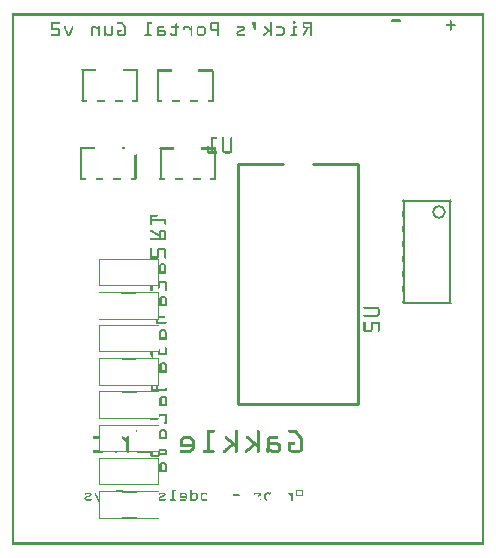
<source format=gbo>
G04 MADE WITH FRITZING*
G04 WWW.FRITZING.ORG*
G04 DOUBLE SIDED*
G04 HOLES PLATED*
G04 CONTOUR ON CENTER OF CONTOUR VECTOR*
%ASAXBY*%
%FSLAX23Y23*%
%MOIN*%
%OFA0B0*%
%SFA1.0B1.0*%
%ADD10C,0.046370X0.0323702*%
%ADD11C,0.010000*%
%ADD12C,0.007000*%
%ADD13C,0.008000*%
%ADD14R,0.001000X0.001000*%
%LNSILK0*%
G90*
G70*
G54D10*
X1424Y1111D03*
G54D11*
X1154Y1269D02*
X1154Y469D01*
D02*
X1154Y469D02*
X754Y469D01*
D02*
X754Y469D02*
X754Y1269D01*
D02*
X1154Y1269D02*
X1004Y1269D01*
D02*
X904Y1269D02*
X754Y1269D01*
G54D12*
D02*
X1307Y806D02*
X1462Y806D01*
D02*
X1462Y1148D02*
X1307Y1148D01*
G54D13*
D02*
X236Y1583D02*
X236Y1481D01*
D02*
X417Y1481D02*
X417Y1583D01*
D02*
X231Y1323D02*
X231Y1220D01*
D02*
X496Y1322D02*
X496Y1219D01*
D02*
X677Y1219D02*
X677Y1322D01*
D02*
X488Y1582D02*
X488Y1480D01*
D02*
X669Y1480D02*
X669Y1582D01*
G54D14*
X0Y1772D02*
X1573Y1772D01*
X0Y1771D02*
X1573Y1771D01*
X0Y1770D02*
X1573Y1770D01*
X0Y1769D02*
X1573Y1769D01*
X0Y1768D02*
X1573Y1768D01*
X0Y1767D02*
X1573Y1767D01*
X0Y1766D02*
X1573Y1766D01*
X0Y1765D02*
X1573Y1765D01*
X0Y1764D02*
X7Y1764D01*
X1566Y1764D02*
X1573Y1764D01*
X0Y1763D02*
X7Y1763D01*
X1566Y1763D02*
X1573Y1763D01*
X0Y1762D02*
X7Y1762D01*
X1566Y1762D02*
X1573Y1762D01*
X0Y1761D02*
X7Y1761D01*
X1566Y1761D02*
X1573Y1761D01*
X0Y1760D02*
X7Y1760D01*
X1566Y1760D02*
X1573Y1760D01*
X0Y1759D02*
X7Y1759D01*
X1566Y1759D02*
X1573Y1759D01*
X0Y1758D02*
X7Y1758D01*
X1566Y1758D02*
X1573Y1758D01*
X0Y1757D02*
X7Y1757D01*
X1566Y1757D02*
X1573Y1757D01*
X0Y1756D02*
X7Y1756D01*
X1566Y1756D02*
X1573Y1756D01*
X0Y1755D02*
X7Y1755D01*
X1566Y1755D02*
X1573Y1755D01*
X0Y1754D02*
X7Y1754D01*
X1566Y1754D02*
X1573Y1754D01*
X0Y1753D02*
X7Y1753D01*
X1566Y1753D02*
X1573Y1753D01*
X0Y1752D02*
X7Y1752D01*
X1266Y1752D02*
X1293Y1752D01*
X1566Y1752D02*
X1573Y1752D01*
X0Y1751D02*
X7Y1751D01*
X1264Y1751D02*
X1295Y1751D01*
X1566Y1751D02*
X1573Y1751D01*
X0Y1750D02*
X7Y1750D01*
X1263Y1750D02*
X1296Y1750D01*
X1462Y1750D02*
X1462Y1750D01*
X1566Y1750D02*
X1573Y1750D01*
X0Y1749D02*
X7Y1749D01*
X1263Y1749D02*
X1296Y1749D01*
X1460Y1749D02*
X1464Y1749D01*
X1566Y1749D02*
X1573Y1749D01*
X0Y1748D02*
X7Y1748D01*
X1263Y1748D02*
X1296Y1748D01*
X1460Y1748D02*
X1465Y1748D01*
X1566Y1748D02*
X1573Y1748D01*
X0Y1747D02*
X7Y1747D01*
X1263Y1747D02*
X1296Y1747D01*
X1459Y1747D02*
X1465Y1747D01*
X1566Y1747D02*
X1573Y1747D01*
X0Y1746D02*
X7Y1746D01*
X938Y1746D02*
X943Y1746D01*
X1263Y1746D02*
X1296Y1746D01*
X1459Y1746D02*
X1465Y1746D01*
X1566Y1746D02*
X1573Y1746D01*
X0Y1745D02*
X7Y1745D01*
X937Y1745D02*
X944Y1745D01*
X1263Y1745D02*
X1296Y1745D01*
X1459Y1745D02*
X1465Y1745D01*
X1566Y1745D02*
X1573Y1745D01*
X0Y1744D02*
X7Y1744D01*
X136Y1744D02*
X157Y1744D01*
X354Y1744D02*
X362Y1744D01*
X454Y1744D02*
X462Y1744D01*
X669Y1744D02*
X689Y1744D01*
X804Y1744D02*
X809Y1744D01*
X937Y1744D02*
X945Y1744D01*
X978Y1744D02*
X998Y1744D01*
X1263Y1744D02*
X1296Y1744D01*
X1459Y1744D02*
X1465Y1744D01*
X1566Y1744D02*
X1573Y1744D01*
X0Y1743D02*
X7Y1743D01*
X133Y1743D02*
X159Y1743D01*
X352Y1743D02*
X366Y1743D01*
X452Y1743D02*
X465Y1743D01*
X665Y1743D02*
X689Y1743D01*
X802Y1743D02*
X812Y1743D01*
X861Y1743D02*
X865Y1743D01*
X937Y1743D02*
X945Y1743D01*
X974Y1743D02*
X998Y1743D01*
X1264Y1743D02*
X1295Y1743D01*
X1459Y1743D02*
X1465Y1743D01*
X1566Y1743D02*
X1573Y1743D01*
X0Y1742D02*
X7Y1742D01*
X132Y1742D02*
X159Y1742D01*
X351Y1742D02*
X368Y1742D01*
X451Y1742D02*
X465Y1742D01*
X663Y1742D02*
X689Y1742D01*
X801Y1742D02*
X812Y1742D01*
X861Y1742D02*
X865Y1742D01*
X937Y1742D02*
X945Y1742D01*
X972Y1742D02*
X998Y1742D01*
X1459Y1742D02*
X1465Y1742D01*
X1566Y1742D02*
X1573Y1742D01*
X0Y1741D02*
X7Y1741D01*
X131Y1741D02*
X160Y1741D01*
X351Y1741D02*
X369Y1741D01*
X451Y1741D02*
X465Y1741D01*
X547Y1741D02*
X549Y1741D01*
X662Y1741D02*
X689Y1741D01*
X801Y1741D02*
X812Y1741D01*
X860Y1741D02*
X866Y1741D01*
X937Y1741D02*
X945Y1741D01*
X971Y1741D02*
X998Y1741D01*
X1459Y1741D02*
X1465Y1741D01*
X1566Y1741D02*
X1573Y1741D01*
X0Y1740D02*
X7Y1740D01*
X131Y1740D02*
X159Y1740D01*
X351Y1740D02*
X370Y1740D01*
X451Y1740D02*
X465Y1740D01*
X546Y1740D02*
X550Y1740D01*
X661Y1740D02*
X689Y1740D01*
X801Y1740D02*
X812Y1740D01*
X860Y1740D02*
X866Y1740D01*
X937Y1740D02*
X945Y1740D01*
X970Y1740D02*
X998Y1740D01*
X1459Y1740D02*
X1465Y1740D01*
X1566Y1740D02*
X1573Y1740D01*
X0Y1739D02*
X7Y1739D01*
X130Y1739D02*
X159Y1739D01*
X352Y1739D02*
X370Y1739D01*
X451Y1739D02*
X465Y1739D01*
X546Y1739D02*
X551Y1739D01*
X661Y1739D02*
X689Y1739D01*
X802Y1739D02*
X812Y1739D01*
X860Y1739D02*
X866Y1739D01*
X937Y1739D02*
X944Y1739D01*
X970Y1739D02*
X998Y1739D01*
X1459Y1739D02*
X1465Y1739D01*
X1566Y1739D02*
X1573Y1739D01*
X0Y1738D02*
X7Y1738D01*
X130Y1738D02*
X157Y1738D01*
X353Y1738D02*
X371Y1738D01*
X451Y1738D02*
X463Y1738D01*
X545Y1738D02*
X551Y1738D01*
X660Y1738D02*
X689Y1738D01*
X802Y1738D02*
X812Y1738D01*
X860Y1738D02*
X866Y1738D01*
X939Y1738D02*
X942Y1738D01*
X969Y1738D02*
X998Y1738D01*
X1459Y1738D02*
X1465Y1738D01*
X1566Y1738D02*
X1573Y1738D01*
X0Y1737D02*
X7Y1737D01*
X130Y1737D02*
X135Y1737D01*
X365Y1737D02*
X372Y1737D01*
X451Y1737D02*
X456Y1737D01*
X545Y1737D02*
X551Y1737D01*
X660Y1737D02*
X666Y1737D01*
X684Y1737D02*
X689Y1737D01*
X802Y1737D02*
X812Y1737D01*
X860Y1737D02*
X866Y1737D01*
X969Y1737D02*
X975Y1737D01*
X993Y1737D02*
X998Y1737D01*
X1459Y1737D02*
X1465Y1737D01*
X1566Y1737D02*
X1573Y1737D01*
X0Y1736D02*
X7Y1736D01*
X130Y1736D02*
X135Y1736D01*
X366Y1736D02*
X373Y1736D01*
X451Y1736D02*
X456Y1736D01*
X545Y1736D02*
X551Y1736D01*
X660Y1736D02*
X665Y1736D01*
X684Y1736D02*
X689Y1736D01*
X802Y1736D02*
X812Y1736D01*
X860Y1736D02*
X866Y1736D01*
X969Y1736D02*
X974Y1736D01*
X993Y1736D02*
X998Y1736D01*
X1447Y1736D02*
X1477Y1736D01*
X1566Y1736D02*
X1573Y1736D01*
X0Y1735D02*
X7Y1735D01*
X130Y1735D02*
X135Y1735D01*
X367Y1735D02*
X374Y1735D01*
X451Y1735D02*
X456Y1735D01*
X545Y1735D02*
X551Y1735D01*
X660Y1735D02*
X665Y1735D01*
X684Y1735D02*
X689Y1735D01*
X803Y1735D02*
X812Y1735D01*
X860Y1735D02*
X866Y1735D01*
X969Y1735D02*
X974Y1735D01*
X993Y1735D02*
X998Y1735D01*
X1446Y1735D02*
X1478Y1735D01*
X1566Y1735D02*
X1573Y1735D01*
X0Y1734D02*
X7Y1734D01*
X130Y1734D02*
X135Y1734D01*
X368Y1734D02*
X374Y1734D01*
X451Y1734D02*
X456Y1734D01*
X545Y1734D02*
X551Y1734D01*
X660Y1734D02*
X665Y1734D01*
X684Y1734D02*
X689Y1734D01*
X803Y1734D02*
X812Y1734D01*
X860Y1734D02*
X866Y1734D01*
X969Y1734D02*
X974Y1734D01*
X993Y1734D02*
X998Y1734D01*
X1446Y1734D02*
X1479Y1734D01*
X1566Y1734D02*
X1573Y1734D01*
X0Y1733D02*
X7Y1733D01*
X130Y1733D02*
X135Y1733D01*
X368Y1733D02*
X375Y1733D01*
X451Y1733D02*
X456Y1733D01*
X545Y1733D02*
X551Y1733D01*
X660Y1733D02*
X665Y1733D01*
X684Y1733D02*
X689Y1733D01*
X803Y1733D02*
X812Y1733D01*
X860Y1733D02*
X866Y1733D01*
X969Y1733D02*
X974Y1733D01*
X993Y1733D02*
X998Y1733D01*
X1445Y1733D02*
X1479Y1733D01*
X1566Y1733D02*
X1573Y1733D01*
X0Y1732D02*
X7Y1732D01*
X130Y1732D02*
X135Y1732D01*
X369Y1732D02*
X376Y1732D01*
X451Y1732D02*
X456Y1732D01*
X545Y1732D02*
X551Y1732D01*
X660Y1732D02*
X665Y1732D01*
X684Y1732D02*
X689Y1732D01*
X804Y1732D02*
X812Y1732D01*
X860Y1732D02*
X866Y1732D01*
X969Y1732D02*
X974Y1732D01*
X993Y1732D02*
X998Y1732D01*
X1446Y1732D02*
X1479Y1732D01*
X1566Y1732D02*
X1573Y1732D01*
X0Y1731D02*
X7Y1731D01*
X130Y1731D02*
X135Y1731D01*
X177Y1731D02*
X177Y1731D01*
X201Y1731D02*
X201Y1731D01*
X272Y1731D02*
X276Y1731D01*
X289Y1731D02*
X289Y1731D01*
X309Y1731D02*
X309Y1731D01*
X370Y1731D02*
X377Y1731D01*
X451Y1731D02*
X456Y1731D01*
X492Y1731D02*
X504Y1731D01*
X533Y1731D02*
X554Y1731D01*
X580Y1731D02*
X586Y1731D01*
X598Y1731D02*
X598Y1731D01*
X626Y1731D02*
X635Y1731D01*
X660Y1731D02*
X665Y1731D01*
X684Y1731D02*
X689Y1731D01*
X756Y1731D02*
X770Y1731D01*
X804Y1731D02*
X812Y1731D01*
X842Y1731D02*
X842Y1731D01*
X860Y1731D02*
X866Y1731D01*
X883Y1731D02*
X896Y1731D01*
X939Y1731D02*
X948Y1731D01*
X969Y1731D02*
X974Y1731D01*
X993Y1731D02*
X998Y1731D01*
X1446Y1731D02*
X1478Y1731D01*
X1566Y1731D02*
X1573Y1731D01*
X0Y1730D02*
X7Y1730D01*
X130Y1730D02*
X135Y1730D01*
X175Y1730D02*
X179Y1730D01*
X199Y1730D02*
X203Y1730D01*
X268Y1730D02*
X279Y1730D01*
X288Y1730D02*
X291Y1730D01*
X308Y1730D02*
X311Y1730D01*
X332Y1730D02*
X335Y1730D01*
X371Y1730D02*
X377Y1730D01*
X451Y1730D02*
X456Y1730D01*
X489Y1730D02*
X506Y1730D01*
X531Y1730D02*
X556Y1730D01*
X576Y1730D02*
X588Y1730D01*
X597Y1730D02*
X600Y1730D01*
X623Y1730D02*
X638Y1730D01*
X660Y1730D02*
X665Y1730D01*
X684Y1730D02*
X689Y1730D01*
X752Y1730D02*
X773Y1730D01*
X804Y1730D02*
X812Y1730D01*
X840Y1730D02*
X844Y1730D01*
X860Y1730D02*
X866Y1730D01*
X881Y1730D02*
X900Y1730D01*
X937Y1730D02*
X950Y1730D01*
X969Y1730D02*
X974Y1730D01*
X993Y1730D02*
X998Y1730D01*
X1447Y1730D02*
X1477Y1730D01*
X1566Y1730D02*
X1573Y1730D01*
X0Y1729D02*
X7Y1729D01*
X130Y1729D02*
X135Y1729D01*
X175Y1729D02*
X179Y1729D01*
X199Y1729D02*
X203Y1729D01*
X267Y1729D02*
X281Y1729D01*
X287Y1729D02*
X292Y1729D01*
X307Y1729D02*
X312Y1729D01*
X331Y1729D02*
X336Y1729D01*
X371Y1729D02*
X378Y1729D01*
X451Y1729D02*
X456Y1729D01*
X487Y1729D02*
X506Y1729D01*
X531Y1729D02*
X556Y1729D01*
X575Y1729D02*
X589Y1729D01*
X596Y1729D02*
X601Y1729D01*
X621Y1729D02*
X639Y1729D01*
X660Y1729D02*
X665Y1729D01*
X684Y1729D02*
X689Y1729D01*
X751Y1729D02*
X774Y1729D01*
X805Y1729D02*
X812Y1729D01*
X839Y1729D02*
X845Y1729D01*
X860Y1729D02*
X866Y1729D01*
X881Y1729D02*
X901Y1729D01*
X937Y1729D02*
X951Y1729D01*
X969Y1729D02*
X975Y1729D01*
X993Y1729D02*
X998Y1729D01*
X1459Y1729D02*
X1465Y1729D01*
X1566Y1729D02*
X1573Y1729D01*
X0Y1728D02*
X7Y1728D01*
X130Y1728D02*
X135Y1728D01*
X174Y1728D02*
X179Y1728D01*
X199Y1728D02*
X204Y1728D01*
X266Y1728D02*
X282Y1728D01*
X287Y1728D02*
X292Y1728D01*
X307Y1728D02*
X312Y1728D01*
X331Y1728D02*
X336Y1728D01*
X372Y1728D02*
X379Y1728D01*
X451Y1728D02*
X456Y1728D01*
X486Y1728D02*
X506Y1728D01*
X530Y1728D02*
X557Y1728D01*
X574Y1728D02*
X590Y1728D01*
X596Y1728D02*
X601Y1728D01*
X620Y1728D02*
X641Y1728D01*
X660Y1728D02*
X665Y1728D01*
X684Y1728D02*
X689Y1728D01*
X750Y1728D02*
X775Y1728D01*
X805Y1728D02*
X812Y1728D01*
X839Y1728D02*
X846Y1728D01*
X860Y1728D02*
X866Y1728D01*
X880Y1728D02*
X903Y1728D01*
X937Y1728D02*
X951Y1728D01*
X969Y1728D02*
X998Y1728D01*
X1459Y1728D02*
X1465Y1728D01*
X1566Y1728D02*
X1573Y1728D01*
X0Y1727D02*
X7Y1727D01*
X130Y1727D02*
X135Y1727D01*
X174Y1727D02*
X179Y1727D01*
X199Y1727D02*
X204Y1727D01*
X265Y1727D02*
X284Y1727D01*
X287Y1727D02*
X292Y1727D01*
X307Y1727D02*
X312Y1727D01*
X331Y1727D02*
X336Y1727D01*
X373Y1727D02*
X379Y1727D01*
X451Y1727D02*
X456Y1727D01*
X486Y1727D02*
X506Y1727D01*
X531Y1727D02*
X557Y1727D01*
X573Y1727D02*
X592Y1727D01*
X596Y1727D02*
X601Y1727D01*
X619Y1727D02*
X642Y1727D01*
X660Y1727D02*
X665Y1727D01*
X684Y1727D02*
X689Y1727D01*
X749Y1727D02*
X776Y1727D01*
X805Y1727D02*
X812Y1727D01*
X839Y1727D02*
X847Y1727D01*
X860Y1727D02*
X866Y1727D01*
X881Y1727D02*
X904Y1727D01*
X937Y1727D02*
X951Y1727D01*
X970Y1727D02*
X998Y1727D01*
X1459Y1727D02*
X1465Y1727D01*
X1566Y1727D02*
X1573Y1727D01*
X0Y1726D02*
X7Y1726D01*
X130Y1726D02*
X135Y1726D01*
X174Y1726D02*
X179Y1726D01*
X199Y1726D02*
X204Y1726D01*
X264Y1726D02*
X292Y1726D01*
X307Y1726D02*
X312Y1726D01*
X331Y1726D02*
X336Y1726D01*
X374Y1726D02*
X380Y1726D01*
X451Y1726D02*
X456Y1726D01*
X485Y1726D02*
X506Y1726D01*
X531Y1726D02*
X556Y1726D01*
X572Y1726D02*
X593Y1726D01*
X596Y1726D02*
X601Y1726D01*
X618Y1726D02*
X643Y1726D01*
X660Y1726D02*
X665Y1726D01*
X684Y1726D02*
X689Y1726D01*
X749Y1726D02*
X776Y1726D01*
X805Y1726D02*
X812Y1726D01*
X840Y1726D02*
X848Y1726D01*
X860Y1726D02*
X866Y1726D01*
X881Y1726D02*
X905Y1726D01*
X937Y1726D02*
X950Y1726D01*
X971Y1726D02*
X998Y1726D01*
X1459Y1726D02*
X1465Y1726D01*
X1566Y1726D02*
X1573Y1726D01*
X0Y1725D02*
X7Y1725D01*
X130Y1725D02*
X135Y1725D01*
X174Y1725D02*
X179Y1725D01*
X199Y1725D02*
X204Y1725D01*
X264Y1725D02*
X292Y1725D01*
X307Y1725D02*
X312Y1725D01*
X331Y1725D02*
X336Y1725D01*
X374Y1725D02*
X380Y1725D01*
X451Y1725D02*
X456Y1725D01*
X485Y1725D02*
X504Y1725D01*
X533Y1725D02*
X554Y1725D01*
X572Y1725D02*
X594Y1725D01*
X596Y1725D02*
X601Y1725D01*
X617Y1725D02*
X643Y1725D01*
X660Y1725D02*
X665Y1725D01*
X684Y1725D02*
X689Y1725D01*
X749Y1725D02*
X776Y1725D01*
X806Y1725D02*
X812Y1725D01*
X841Y1725D02*
X850Y1725D01*
X860Y1725D02*
X866Y1725D01*
X883Y1725D02*
X906Y1725D01*
X937Y1725D02*
X948Y1725D01*
X971Y1725D02*
X998Y1725D01*
X1459Y1725D02*
X1465Y1725D01*
X1566Y1725D02*
X1573Y1725D01*
X0Y1724D02*
X7Y1724D01*
X130Y1724D02*
X135Y1724D01*
X174Y1724D02*
X179Y1724D01*
X199Y1724D02*
X204Y1724D01*
X264Y1724D02*
X269Y1724D01*
X278Y1724D02*
X292Y1724D01*
X307Y1724D02*
X312Y1724D01*
X331Y1724D02*
X336Y1724D01*
X375Y1724D02*
X380Y1724D01*
X451Y1724D02*
X456Y1724D01*
X484Y1724D02*
X490Y1724D01*
X545Y1724D02*
X551Y1724D01*
X572Y1724D02*
X578Y1724D01*
X587Y1724D02*
X601Y1724D01*
X616Y1724D02*
X624Y1724D01*
X637Y1724D02*
X644Y1724D01*
X660Y1724D02*
X665Y1724D01*
X684Y1724D02*
X689Y1724D01*
X749Y1724D02*
X754Y1724D01*
X771Y1724D02*
X777Y1724D01*
X806Y1724D02*
X812Y1724D01*
X842Y1724D02*
X851Y1724D01*
X860Y1724D02*
X866Y1724D01*
X898Y1724D02*
X907Y1724D01*
X937Y1724D02*
X942Y1724D01*
X973Y1724D02*
X998Y1724D01*
X1459Y1724D02*
X1465Y1724D01*
X1566Y1724D02*
X1573Y1724D01*
X0Y1723D02*
X7Y1723D01*
X130Y1723D02*
X155Y1723D01*
X174Y1723D02*
X180Y1723D01*
X198Y1723D02*
X204Y1723D01*
X263Y1723D02*
X269Y1723D01*
X280Y1723D02*
X292Y1723D01*
X307Y1723D02*
X312Y1723D01*
X331Y1723D02*
X336Y1723D01*
X375Y1723D02*
X380Y1723D01*
X451Y1723D02*
X456Y1723D01*
X484Y1723D02*
X489Y1723D01*
X545Y1723D02*
X551Y1723D01*
X572Y1723D02*
X577Y1723D01*
X588Y1723D02*
X601Y1723D01*
X616Y1723D02*
X622Y1723D01*
X638Y1723D02*
X644Y1723D01*
X660Y1723D02*
X665Y1723D01*
X684Y1723D02*
X689Y1723D01*
X750Y1723D02*
X752Y1723D01*
X771Y1723D02*
X777Y1723D01*
X806Y1723D02*
X812Y1723D01*
X843Y1723D02*
X852Y1723D01*
X860Y1723D02*
X866Y1723D01*
X900Y1723D02*
X908Y1723D01*
X937Y1723D02*
X942Y1723D01*
X974Y1723D02*
X998Y1723D01*
X1459Y1723D02*
X1465Y1723D01*
X1566Y1723D02*
X1573Y1723D01*
X0Y1722D02*
X7Y1722D01*
X130Y1722D02*
X157Y1722D01*
X174Y1722D02*
X180Y1722D01*
X198Y1722D02*
X204Y1722D01*
X263Y1722D02*
X269Y1722D01*
X281Y1722D02*
X292Y1722D01*
X307Y1722D02*
X312Y1722D01*
X331Y1722D02*
X336Y1722D01*
X375Y1722D02*
X380Y1722D01*
X451Y1722D02*
X456Y1722D01*
X484Y1722D02*
X489Y1722D01*
X545Y1722D02*
X551Y1722D01*
X571Y1722D02*
X577Y1722D01*
X589Y1722D02*
X601Y1722D01*
X616Y1722D02*
X621Y1722D01*
X639Y1722D02*
X645Y1722D01*
X660Y1722D02*
X666Y1722D01*
X684Y1722D02*
X689Y1722D01*
X771Y1722D02*
X776Y1722D01*
X807Y1722D02*
X812Y1722D01*
X845Y1722D02*
X853Y1722D01*
X860Y1722D02*
X866Y1722D01*
X901Y1722D02*
X908Y1722D01*
X937Y1722D02*
X942Y1722D01*
X981Y1722D02*
X987Y1722D01*
X993Y1722D02*
X998Y1722D01*
X1459Y1722D02*
X1465Y1722D01*
X1566Y1722D02*
X1573Y1722D01*
X0Y1721D02*
X7Y1721D01*
X131Y1721D02*
X158Y1721D01*
X175Y1721D02*
X181Y1721D01*
X197Y1721D02*
X203Y1721D01*
X263Y1721D02*
X268Y1721D01*
X283Y1721D02*
X292Y1721D01*
X307Y1721D02*
X312Y1721D01*
X331Y1721D02*
X336Y1721D01*
X375Y1721D02*
X380Y1721D01*
X451Y1721D02*
X456Y1721D01*
X484Y1721D02*
X489Y1721D01*
X545Y1721D02*
X551Y1721D01*
X571Y1721D02*
X577Y1721D01*
X590Y1721D02*
X601Y1721D01*
X616Y1721D02*
X621Y1721D01*
X640Y1721D02*
X645Y1721D01*
X660Y1721D02*
X667Y1721D01*
X684Y1721D02*
X689Y1721D01*
X769Y1721D02*
X776Y1721D01*
X807Y1721D02*
X812Y1721D01*
X846Y1721D02*
X854Y1721D01*
X860Y1721D02*
X866Y1721D01*
X902Y1721D02*
X909Y1721D01*
X937Y1721D02*
X942Y1721D01*
X981Y1721D02*
X987Y1721D01*
X993Y1721D02*
X998Y1721D01*
X1459Y1721D02*
X1465Y1721D01*
X1566Y1721D02*
X1573Y1721D01*
X0Y1720D02*
X7Y1720D01*
X131Y1720D02*
X159Y1720D01*
X175Y1720D02*
X181Y1720D01*
X197Y1720D02*
X203Y1720D01*
X263Y1720D02*
X268Y1720D01*
X284Y1720D02*
X292Y1720D01*
X307Y1720D02*
X312Y1720D01*
X331Y1720D02*
X336Y1720D01*
X375Y1720D02*
X380Y1720D01*
X451Y1720D02*
X456Y1720D01*
X484Y1720D02*
X489Y1720D01*
X545Y1720D02*
X551Y1720D01*
X571Y1720D02*
X577Y1720D01*
X591Y1720D02*
X601Y1720D01*
X616Y1720D02*
X621Y1720D01*
X640Y1720D02*
X645Y1720D01*
X661Y1720D02*
X689Y1720D01*
X767Y1720D02*
X776Y1720D01*
X807Y1720D02*
X812Y1720D01*
X847Y1720D02*
X855Y1720D01*
X860Y1720D02*
X866Y1720D01*
X903Y1720D02*
X909Y1720D01*
X937Y1720D02*
X942Y1720D01*
X980Y1720D02*
X986Y1720D01*
X993Y1720D02*
X998Y1720D01*
X1459Y1720D02*
X1465Y1720D01*
X1566Y1720D02*
X1573Y1720D01*
X0Y1719D02*
X7Y1719D01*
X132Y1719D02*
X159Y1719D01*
X176Y1719D02*
X181Y1719D01*
X197Y1719D02*
X202Y1719D01*
X263Y1719D02*
X268Y1719D01*
X286Y1719D02*
X292Y1719D01*
X307Y1719D02*
X312Y1719D01*
X331Y1719D02*
X336Y1719D01*
X375Y1719D02*
X380Y1719D01*
X451Y1719D02*
X456Y1719D01*
X484Y1719D02*
X489Y1719D01*
X545Y1719D02*
X551Y1719D01*
X572Y1719D02*
X576Y1719D01*
X592Y1719D02*
X601Y1719D01*
X616Y1719D02*
X621Y1719D01*
X640Y1719D02*
X645Y1719D01*
X661Y1719D02*
X689Y1719D01*
X764Y1719D02*
X775Y1719D01*
X808Y1719D02*
X812Y1719D01*
X848Y1719D02*
X857Y1719D01*
X860Y1719D02*
X866Y1719D01*
X904Y1719D02*
X910Y1719D01*
X937Y1719D02*
X942Y1719D01*
X979Y1719D02*
X986Y1719D01*
X993Y1719D02*
X998Y1719D01*
X1459Y1719D02*
X1465Y1719D01*
X1566Y1719D02*
X1573Y1719D01*
X0Y1718D02*
X7Y1718D01*
X133Y1718D02*
X159Y1718D01*
X176Y1718D02*
X182Y1718D01*
X196Y1718D02*
X202Y1718D01*
X263Y1718D02*
X268Y1718D01*
X287Y1718D02*
X292Y1718D01*
X307Y1718D02*
X312Y1718D01*
X331Y1718D02*
X336Y1718D01*
X351Y1718D02*
X363Y1718D01*
X375Y1718D02*
X380Y1718D01*
X451Y1718D02*
X456Y1718D01*
X484Y1718D02*
X489Y1718D01*
X491Y1718D02*
X505Y1718D01*
X545Y1718D02*
X551Y1718D01*
X572Y1718D02*
X576Y1718D01*
X594Y1718D02*
X601Y1718D01*
X616Y1718D02*
X621Y1718D01*
X640Y1718D02*
X645Y1718D01*
X662Y1718D02*
X689Y1718D01*
X762Y1718D02*
X774Y1718D01*
X808Y1718D02*
X811Y1718D01*
X849Y1718D02*
X858Y1718D01*
X860Y1718D02*
X866Y1718D01*
X904Y1718D02*
X910Y1718D01*
X937Y1718D02*
X942Y1718D01*
X979Y1718D02*
X985Y1718D01*
X993Y1718D02*
X998Y1718D01*
X1459Y1718D02*
X1465Y1718D01*
X1566Y1718D02*
X1573Y1718D01*
X0Y1717D02*
X7Y1717D01*
X154Y1717D02*
X160Y1717D01*
X177Y1717D02*
X182Y1717D01*
X196Y1717D02*
X201Y1717D01*
X263Y1717D02*
X268Y1717D01*
X287Y1717D02*
X292Y1717D01*
X307Y1717D02*
X312Y1717D01*
X331Y1717D02*
X336Y1717D01*
X351Y1717D02*
X364Y1717D01*
X375Y1717D02*
X380Y1717D01*
X451Y1717D02*
X456Y1717D01*
X484Y1717D02*
X508Y1717D01*
X545Y1717D02*
X551Y1717D01*
X595Y1717D02*
X601Y1717D01*
X616Y1717D02*
X621Y1717D01*
X640Y1717D02*
X645Y1717D01*
X663Y1717D02*
X689Y1717D01*
X760Y1717D02*
X773Y1717D01*
X850Y1717D02*
X866Y1717D01*
X905Y1717D02*
X910Y1717D01*
X937Y1717D02*
X942Y1717D01*
X978Y1717D02*
X984Y1717D01*
X993Y1717D02*
X998Y1717D01*
X1460Y1717D02*
X1464Y1717D01*
X1566Y1717D02*
X1573Y1717D01*
X0Y1716D02*
X7Y1716D01*
X154Y1716D02*
X160Y1716D01*
X177Y1716D02*
X183Y1716D01*
X195Y1716D02*
X201Y1716D01*
X263Y1716D02*
X268Y1716D01*
X287Y1716D02*
X292Y1716D01*
X307Y1716D02*
X312Y1716D01*
X331Y1716D02*
X336Y1716D01*
X351Y1716D02*
X365Y1716D01*
X375Y1716D02*
X380Y1716D01*
X451Y1716D02*
X456Y1716D01*
X484Y1716D02*
X509Y1716D01*
X545Y1716D02*
X551Y1716D01*
X596Y1716D02*
X601Y1716D01*
X616Y1716D02*
X621Y1716D01*
X640Y1716D02*
X645Y1716D01*
X664Y1716D02*
X689Y1716D01*
X757Y1716D02*
X772Y1716D01*
X852Y1716D02*
X866Y1716D01*
X905Y1716D02*
X910Y1716D01*
X937Y1716D02*
X942Y1716D01*
X978Y1716D02*
X984Y1716D01*
X993Y1716D02*
X998Y1716D01*
X1461Y1716D02*
X1463Y1716D01*
X1566Y1716D02*
X1573Y1716D01*
X0Y1715D02*
X7Y1715D01*
X154Y1715D02*
X160Y1715D01*
X177Y1715D02*
X183Y1715D01*
X195Y1715D02*
X201Y1715D01*
X263Y1715D02*
X268Y1715D01*
X287Y1715D02*
X292Y1715D01*
X307Y1715D02*
X312Y1715D01*
X331Y1715D02*
X336Y1715D01*
X351Y1715D02*
X365Y1715D01*
X375Y1715D02*
X380Y1715D01*
X451Y1715D02*
X456Y1715D01*
X484Y1715D02*
X510Y1715D01*
X545Y1715D02*
X551Y1715D01*
X596Y1715D02*
X601Y1715D01*
X616Y1715D02*
X621Y1715D01*
X640Y1715D02*
X645Y1715D01*
X666Y1715D02*
X689Y1715D01*
X755Y1715D02*
X769Y1715D01*
X852Y1715D02*
X866Y1715D01*
X905Y1715D02*
X910Y1715D01*
X937Y1715D02*
X942Y1715D01*
X977Y1715D02*
X983Y1715D01*
X993Y1715D02*
X998Y1715D01*
X1566Y1715D02*
X1573Y1715D01*
X0Y1714D02*
X7Y1714D01*
X154Y1714D02*
X160Y1714D01*
X178Y1714D02*
X184Y1714D01*
X194Y1714D02*
X200Y1714D01*
X263Y1714D02*
X268Y1714D01*
X287Y1714D02*
X292Y1714D01*
X307Y1714D02*
X312Y1714D01*
X330Y1714D02*
X336Y1714D01*
X351Y1714D02*
X365Y1714D01*
X375Y1714D02*
X380Y1714D01*
X451Y1714D02*
X456Y1714D01*
X484Y1714D02*
X511Y1714D01*
X545Y1714D02*
X551Y1714D01*
X596Y1714D02*
X601Y1714D01*
X616Y1714D02*
X621Y1714D01*
X640Y1714D02*
X645Y1714D01*
X684Y1714D02*
X689Y1714D01*
X753Y1714D02*
X767Y1714D01*
X852Y1714D02*
X866Y1714D01*
X905Y1714D02*
X910Y1714D01*
X937Y1714D02*
X942Y1714D01*
X977Y1714D02*
X983Y1714D01*
X993Y1714D02*
X998Y1714D01*
X1566Y1714D02*
X1573Y1714D01*
X0Y1713D02*
X7Y1713D01*
X154Y1713D02*
X160Y1713D01*
X178Y1713D02*
X184Y1713D01*
X194Y1713D02*
X200Y1713D01*
X263Y1713D02*
X268Y1713D01*
X287Y1713D02*
X292Y1713D01*
X307Y1713D02*
X312Y1713D01*
X330Y1713D02*
X336Y1713D01*
X351Y1713D02*
X364Y1713D01*
X375Y1713D02*
X380Y1713D01*
X451Y1713D02*
X456Y1713D01*
X484Y1713D02*
X512Y1713D01*
X545Y1713D02*
X551Y1713D01*
X596Y1713D02*
X601Y1713D01*
X616Y1713D02*
X621Y1713D01*
X640Y1713D02*
X645Y1713D01*
X684Y1713D02*
X689Y1713D01*
X751Y1713D02*
X765Y1713D01*
X850Y1713D02*
X866Y1713D01*
X905Y1713D02*
X910Y1713D01*
X937Y1713D02*
X942Y1713D01*
X976Y1713D02*
X982Y1713D01*
X993Y1713D02*
X998Y1713D01*
X1566Y1713D02*
X1573Y1713D01*
X0Y1712D02*
X7Y1712D01*
X154Y1712D02*
X160Y1712D01*
X179Y1712D02*
X185Y1712D01*
X194Y1712D02*
X199Y1712D01*
X263Y1712D02*
X268Y1712D01*
X287Y1712D02*
X292Y1712D01*
X307Y1712D02*
X312Y1712D01*
X330Y1712D02*
X336Y1712D01*
X351Y1712D02*
X362Y1712D01*
X375Y1712D02*
X380Y1712D01*
X451Y1712D02*
X456Y1712D01*
X484Y1712D02*
X512Y1712D01*
X545Y1712D02*
X551Y1712D01*
X596Y1712D02*
X601Y1712D01*
X616Y1712D02*
X621Y1712D01*
X640Y1712D02*
X645Y1712D01*
X684Y1712D02*
X689Y1712D01*
X751Y1712D02*
X763Y1712D01*
X849Y1712D02*
X866Y1712D01*
X905Y1712D02*
X910Y1712D01*
X937Y1712D02*
X942Y1712D01*
X975Y1712D02*
X982Y1712D01*
X993Y1712D02*
X998Y1712D01*
X1566Y1712D02*
X1573Y1712D01*
X0Y1711D02*
X7Y1711D01*
X154Y1711D02*
X160Y1711D01*
X179Y1711D02*
X185Y1711D01*
X193Y1711D02*
X199Y1711D01*
X263Y1711D02*
X268Y1711D01*
X287Y1711D02*
X292Y1711D01*
X307Y1711D02*
X312Y1711D01*
X330Y1711D02*
X336Y1711D01*
X351Y1711D02*
X356Y1711D01*
X375Y1711D02*
X380Y1711D01*
X451Y1711D02*
X456Y1711D01*
X484Y1711D02*
X490Y1711D01*
X507Y1711D02*
X512Y1711D01*
X545Y1711D02*
X551Y1711D01*
X596Y1711D02*
X601Y1711D01*
X616Y1711D02*
X621Y1711D01*
X640Y1711D02*
X645Y1711D01*
X684Y1711D02*
X689Y1711D01*
X750Y1711D02*
X760Y1711D01*
X848Y1711D02*
X866Y1711D01*
X905Y1711D02*
X910Y1711D01*
X937Y1711D02*
X942Y1711D01*
X975Y1711D02*
X981Y1711D01*
X993Y1711D02*
X998Y1711D01*
X1566Y1711D02*
X1573Y1711D01*
X0Y1710D02*
X7Y1710D01*
X154Y1710D02*
X160Y1710D01*
X180Y1710D02*
X185Y1710D01*
X193Y1710D02*
X198Y1710D01*
X263Y1710D02*
X268Y1710D01*
X287Y1710D02*
X292Y1710D01*
X307Y1710D02*
X312Y1710D01*
X330Y1710D02*
X335Y1710D01*
X351Y1710D02*
X356Y1710D01*
X375Y1710D02*
X380Y1710D01*
X451Y1710D02*
X456Y1710D01*
X484Y1710D02*
X489Y1710D01*
X507Y1710D02*
X512Y1710D01*
X545Y1710D02*
X551Y1710D01*
X596Y1710D02*
X601Y1710D01*
X616Y1710D02*
X621Y1710D01*
X640Y1710D02*
X645Y1710D01*
X684Y1710D02*
X689Y1710D01*
X749Y1710D02*
X758Y1710D01*
X847Y1710D02*
X855Y1710D01*
X859Y1710D02*
X866Y1710D01*
X904Y1710D02*
X910Y1710D01*
X937Y1710D02*
X942Y1710D01*
X974Y1710D02*
X980Y1710D01*
X993Y1710D02*
X998Y1710D01*
X1566Y1710D02*
X1573Y1710D01*
X0Y1709D02*
X7Y1709D01*
X154Y1709D02*
X160Y1709D01*
X180Y1709D02*
X186Y1709D01*
X192Y1709D02*
X198Y1709D01*
X263Y1709D02*
X268Y1709D01*
X287Y1709D02*
X292Y1709D01*
X307Y1709D02*
X312Y1709D01*
X330Y1709D02*
X335Y1709D01*
X351Y1709D02*
X356Y1709D01*
X375Y1709D02*
X380Y1709D01*
X451Y1709D02*
X456Y1709D01*
X484Y1709D02*
X489Y1709D01*
X507Y1709D02*
X513Y1709D01*
X545Y1709D02*
X551Y1709D01*
X596Y1709D02*
X601Y1709D01*
X616Y1709D02*
X621Y1709D01*
X640Y1709D02*
X645Y1709D01*
X684Y1709D02*
X689Y1709D01*
X749Y1709D02*
X756Y1709D01*
X846Y1709D02*
X854Y1709D01*
X860Y1709D02*
X866Y1709D01*
X904Y1709D02*
X910Y1709D01*
X937Y1709D02*
X942Y1709D01*
X974Y1709D02*
X980Y1709D01*
X993Y1709D02*
X998Y1709D01*
X1566Y1709D02*
X1573Y1709D01*
X0Y1708D02*
X7Y1708D01*
X154Y1708D02*
X160Y1708D01*
X181Y1708D02*
X186Y1708D01*
X192Y1708D02*
X198Y1708D01*
X263Y1708D02*
X268Y1708D01*
X287Y1708D02*
X292Y1708D01*
X307Y1708D02*
X313Y1708D01*
X330Y1708D02*
X335Y1708D01*
X351Y1708D02*
X356Y1708D01*
X375Y1708D02*
X380Y1708D01*
X451Y1708D02*
X456Y1708D01*
X483Y1708D02*
X489Y1708D01*
X507Y1708D02*
X513Y1708D01*
X545Y1708D02*
X551Y1708D01*
X596Y1708D02*
X601Y1708D01*
X616Y1708D02*
X621Y1708D01*
X640Y1708D02*
X645Y1708D01*
X684Y1708D02*
X689Y1708D01*
X748Y1708D02*
X754Y1708D01*
X844Y1708D02*
X853Y1708D01*
X860Y1708D02*
X866Y1708D01*
X904Y1708D02*
X909Y1708D01*
X937Y1708D02*
X942Y1708D01*
X973Y1708D02*
X979Y1708D01*
X993Y1708D02*
X998Y1708D01*
X1566Y1708D02*
X1573Y1708D01*
X0Y1707D02*
X7Y1707D01*
X154Y1707D02*
X160Y1707D01*
X181Y1707D02*
X187Y1707D01*
X191Y1707D02*
X197Y1707D01*
X263Y1707D02*
X268Y1707D01*
X287Y1707D02*
X292Y1707D01*
X307Y1707D02*
X315Y1707D01*
X330Y1707D02*
X335Y1707D01*
X351Y1707D02*
X356Y1707D01*
X375Y1707D02*
X380Y1707D01*
X451Y1707D02*
X456Y1707D01*
X483Y1707D02*
X489Y1707D01*
X507Y1707D02*
X513Y1707D01*
X528Y1707D02*
X531Y1707D01*
X545Y1707D02*
X551Y1707D01*
X596Y1707D02*
X601Y1707D01*
X616Y1707D02*
X621Y1707D01*
X640Y1707D02*
X645Y1707D01*
X684Y1707D02*
X689Y1707D01*
X748Y1707D02*
X753Y1707D01*
X843Y1707D02*
X852Y1707D01*
X860Y1707D02*
X866Y1707D01*
X903Y1707D02*
X909Y1707D01*
X937Y1707D02*
X942Y1707D01*
X972Y1707D02*
X979Y1707D01*
X993Y1707D02*
X998Y1707D01*
X1566Y1707D02*
X1573Y1707D01*
X0Y1706D02*
X7Y1706D01*
X154Y1706D02*
X160Y1706D01*
X181Y1706D02*
X187Y1706D01*
X191Y1706D02*
X197Y1706D01*
X263Y1706D02*
X268Y1706D01*
X287Y1706D02*
X292Y1706D01*
X307Y1706D02*
X316Y1706D01*
X330Y1706D02*
X335Y1706D01*
X351Y1706D02*
X356Y1706D01*
X375Y1706D02*
X380Y1706D01*
X451Y1706D02*
X456Y1706D01*
X483Y1706D02*
X489Y1706D01*
X507Y1706D02*
X513Y1706D01*
X528Y1706D02*
X532Y1706D01*
X545Y1706D02*
X551Y1706D01*
X596Y1706D02*
X601Y1706D01*
X616Y1706D02*
X621Y1706D01*
X639Y1706D02*
X645Y1706D01*
X684Y1706D02*
X689Y1706D01*
X748Y1706D02*
X753Y1706D01*
X842Y1706D02*
X851Y1706D01*
X860Y1706D02*
X866Y1706D01*
X901Y1706D02*
X909Y1706D01*
X937Y1706D02*
X942Y1706D01*
X972Y1706D02*
X978Y1706D01*
X993Y1706D02*
X998Y1706D01*
X1566Y1706D02*
X1573Y1706D01*
X0Y1705D02*
X7Y1705D01*
X154Y1705D02*
X160Y1705D01*
X182Y1705D02*
X188Y1705D01*
X191Y1705D02*
X196Y1705D01*
X263Y1705D02*
X268Y1705D01*
X287Y1705D02*
X292Y1705D01*
X307Y1705D02*
X318Y1705D01*
X330Y1705D02*
X335Y1705D01*
X351Y1705D02*
X356Y1705D01*
X375Y1705D02*
X380Y1705D01*
X451Y1705D02*
X456Y1705D01*
X483Y1705D02*
X491Y1705D01*
X507Y1705D02*
X513Y1705D01*
X527Y1705D02*
X533Y1705D01*
X545Y1705D02*
X551Y1705D01*
X596Y1705D02*
X601Y1705D01*
X616Y1705D02*
X622Y1705D01*
X639Y1705D02*
X645Y1705D01*
X684Y1705D02*
X689Y1705D01*
X748Y1705D02*
X753Y1705D01*
X775Y1705D02*
X775Y1705D01*
X841Y1705D02*
X849Y1705D01*
X860Y1705D02*
X866Y1705D01*
X900Y1705D02*
X908Y1705D01*
X937Y1705D02*
X942Y1705D01*
X971Y1705D02*
X977Y1705D01*
X993Y1705D02*
X998Y1705D01*
X1566Y1705D02*
X1573Y1705D01*
X0Y1704D02*
X7Y1704D01*
X154Y1704D02*
X160Y1704D01*
X182Y1704D02*
X188Y1704D01*
X190Y1704D02*
X196Y1704D01*
X263Y1704D02*
X268Y1704D01*
X287Y1704D02*
X292Y1704D01*
X307Y1704D02*
X320Y1704D01*
X330Y1704D02*
X335Y1704D01*
X351Y1704D02*
X357Y1704D01*
X374Y1704D02*
X380Y1704D01*
X451Y1704D02*
X456Y1704D01*
X483Y1704D02*
X493Y1704D01*
X507Y1704D02*
X512Y1704D01*
X527Y1704D02*
X533Y1704D01*
X545Y1704D02*
X550Y1704D01*
X596Y1704D02*
X601Y1704D01*
X616Y1704D02*
X623Y1704D01*
X637Y1704D02*
X644Y1704D01*
X684Y1704D02*
X689Y1704D01*
X748Y1704D02*
X754Y1704D01*
X773Y1704D02*
X777Y1704D01*
X840Y1704D02*
X848Y1704D01*
X860Y1704D02*
X866Y1704D01*
X899Y1704D02*
X907Y1704D01*
X937Y1704D02*
X942Y1704D01*
X971Y1704D02*
X977Y1704D01*
X993Y1704D02*
X998Y1704D01*
X1566Y1704D02*
X1573Y1704D01*
X0Y1703D02*
X7Y1703D01*
X154Y1703D02*
X160Y1703D01*
X183Y1703D02*
X195Y1703D01*
X263Y1703D02*
X268Y1703D01*
X287Y1703D02*
X292Y1703D01*
X307Y1703D02*
X321Y1703D01*
X329Y1703D02*
X335Y1703D01*
X351Y1703D02*
X358Y1703D01*
X373Y1703D02*
X380Y1703D01*
X451Y1703D02*
X456Y1703D01*
X483Y1703D02*
X495Y1703D01*
X506Y1703D02*
X512Y1703D01*
X528Y1703D02*
X534Y1703D01*
X544Y1703D02*
X550Y1703D01*
X596Y1703D02*
X601Y1703D01*
X617Y1703D02*
X624Y1703D01*
X636Y1703D02*
X644Y1703D01*
X684Y1703D02*
X689Y1703D01*
X748Y1703D02*
X755Y1703D01*
X771Y1703D02*
X777Y1703D01*
X839Y1703D02*
X847Y1703D01*
X860Y1703D02*
X866Y1703D01*
X898Y1703D02*
X906Y1703D01*
X937Y1703D02*
X942Y1703D01*
X970Y1703D02*
X976Y1703D01*
X993Y1703D02*
X998Y1703D01*
X1566Y1703D02*
X1573Y1703D01*
X0Y1702D02*
X7Y1702D01*
X132Y1702D02*
X160Y1702D01*
X183Y1702D02*
X195Y1702D01*
X263Y1702D02*
X268Y1702D01*
X287Y1702D02*
X292Y1702D01*
X307Y1702D02*
X335Y1702D01*
X352Y1702D02*
X379Y1702D01*
X444Y1702D02*
X464Y1702D01*
X483Y1702D02*
X512Y1702D01*
X528Y1702D02*
X550Y1702D01*
X596Y1702D02*
X601Y1702D01*
X618Y1702D02*
X643Y1702D01*
X684Y1702D02*
X689Y1702D01*
X749Y1702D02*
X777Y1702D01*
X837Y1702D02*
X846Y1702D01*
X860Y1702D02*
X866Y1702D01*
X882Y1702D02*
X905Y1702D01*
X929Y1702D02*
X949Y1702D01*
X970Y1702D02*
X976Y1702D01*
X993Y1702D02*
X998Y1702D01*
X1566Y1702D02*
X1573Y1702D01*
X0Y1701D02*
X7Y1701D01*
X131Y1701D02*
X160Y1701D01*
X184Y1701D02*
X194Y1701D01*
X263Y1701D02*
X268Y1701D01*
X287Y1701D02*
X292Y1701D01*
X307Y1701D02*
X312Y1701D01*
X314Y1701D02*
X334Y1701D01*
X352Y1701D02*
X379Y1701D01*
X443Y1701D02*
X465Y1701D01*
X483Y1701D02*
X511Y1701D01*
X529Y1701D02*
X549Y1701D01*
X596Y1701D02*
X601Y1701D01*
X618Y1701D02*
X642Y1701D01*
X684Y1701D02*
X689Y1701D01*
X749Y1701D02*
X777Y1701D01*
X837Y1701D02*
X845Y1701D01*
X860Y1701D02*
X866Y1701D01*
X881Y1701D02*
X904Y1701D01*
X928Y1701D02*
X950Y1701D01*
X969Y1701D02*
X975Y1701D01*
X993Y1701D02*
X998Y1701D01*
X1566Y1701D02*
X1573Y1701D01*
X0Y1700D02*
X7Y1700D01*
X130Y1700D02*
X160Y1700D01*
X184Y1700D02*
X194Y1700D01*
X263Y1700D02*
X268Y1700D01*
X287Y1700D02*
X292Y1700D01*
X307Y1700D02*
X312Y1700D01*
X315Y1700D02*
X333Y1700D01*
X353Y1700D02*
X378Y1700D01*
X442Y1700D02*
X465Y1700D01*
X483Y1700D02*
X511Y1700D01*
X529Y1700D02*
X549Y1700D01*
X596Y1700D02*
X601Y1700D01*
X619Y1700D02*
X641Y1700D01*
X684Y1700D02*
X689Y1700D01*
X750Y1700D02*
X776Y1700D01*
X836Y1700D02*
X844Y1700D01*
X860Y1700D02*
X866Y1700D01*
X880Y1700D02*
X903Y1700D01*
X928Y1700D02*
X951Y1700D01*
X969Y1700D02*
X975Y1700D01*
X993Y1700D02*
X998Y1700D01*
X1566Y1700D02*
X1573Y1700D01*
X0Y1699D02*
X7Y1699D01*
X130Y1699D02*
X160Y1699D01*
X184Y1699D02*
X194Y1699D01*
X263Y1699D02*
X268Y1699D01*
X287Y1699D02*
X292Y1699D01*
X307Y1699D02*
X312Y1699D01*
X317Y1699D02*
X332Y1699D01*
X354Y1699D02*
X377Y1699D01*
X442Y1699D02*
X465Y1699D01*
X483Y1699D02*
X488Y1699D01*
X490Y1699D02*
X510Y1699D01*
X530Y1699D02*
X548Y1699D01*
X596Y1699D02*
X601Y1699D01*
X621Y1699D02*
X640Y1699D01*
X684Y1699D02*
X689Y1699D01*
X751Y1699D02*
X775Y1699D01*
X836Y1699D02*
X842Y1699D01*
X861Y1699D02*
X865Y1699D01*
X880Y1699D02*
X902Y1699D01*
X928Y1699D02*
X951Y1699D01*
X969Y1699D02*
X974Y1699D01*
X993Y1699D02*
X998Y1699D01*
X1566Y1699D02*
X1573Y1699D01*
X0Y1698D02*
X7Y1698D01*
X131Y1698D02*
X160Y1698D01*
X185Y1698D02*
X193Y1698D01*
X263Y1698D02*
X267Y1698D01*
X287Y1698D02*
X291Y1698D01*
X307Y1698D02*
X311Y1698D01*
X319Y1698D02*
X331Y1698D01*
X355Y1698D02*
X376Y1698D01*
X443Y1698D02*
X465Y1698D01*
X484Y1698D02*
X488Y1698D01*
X492Y1698D02*
X509Y1698D01*
X531Y1698D02*
X547Y1698D01*
X596Y1698D02*
X600Y1698D01*
X622Y1698D02*
X639Y1698D01*
X684Y1698D02*
X689Y1698D01*
X752Y1698D02*
X774Y1698D01*
X837Y1698D02*
X841Y1698D01*
X861Y1698D02*
X865Y1698D01*
X881Y1698D02*
X900Y1698D01*
X928Y1698D02*
X950Y1698D01*
X969Y1698D02*
X973Y1698D01*
X993Y1698D02*
X998Y1698D01*
X1566Y1698D02*
X1573Y1698D01*
X0Y1697D02*
X7Y1697D01*
X132Y1697D02*
X160Y1697D01*
X186Y1697D02*
X192Y1697D01*
X264Y1697D02*
X266Y1697D01*
X288Y1697D02*
X291Y1697D01*
X308Y1697D02*
X310Y1697D01*
X321Y1697D02*
X329Y1697D01*
X357Y1697D02*
X374Y1697D01*
X444Y1697D02*
X464Y1697D01*
X485Y1697D02*
X487Y1697D01*
X494Y1697D02*
X507Y1697D01*
X533Y1697D02*
X545Y1697D01*
X597Y1697D02*
X599Y1697D01*
X624Y1697D02*
X637Y1697D01*
X685Y1697D02*
X688Y1697D01*
X754Y1697D02*
X771Y1697D01*
X838Y1697D02*
X840Y1697D01*
X862Y1697D02*
X864Y1697D01*
X882Y1697D02*
X899Y1697D01*
X929Y1697D02*
X949Y1697D01*
X970Y1697D02*
X972Y1697D01*
X994Y1697D02*
X997Y1697D01*
X1566Y1697D02*
X1573Y1697D01*
X0Y1696D02*
X7Y1696D01*
X1566Y1696D02*
X1573Y1696D01*
X0Y1695D02*
X7Y1695D01*
X1566Y1695D02*
X1573Y1695D01*
X0Y1694D02*
X7Y1694D01*
X1566Y1694D02*
X1573Y1694D01*
X0Y1693D02*
X7Y1693D01*
X1566Y1693D02*
X1573Y1693D01*
X0Y1692D02*
X7Y1692D01*
X1566Y1692D02*
X1573Y1692D01*
X0Y1691D02*
X7Y1691D01*
X1566Y1691D02*
X1573Y1691D01*
X0Y1690D02*
X7Y1690D01*
X1566Y1690D02*
X1573Y1690D01*
X0Y1689D02*
X7Y1689D01*
X1566Y1689D02*
X1573Y1689D01*
X0Y1688D02*
X7Y1688D01*
X1566Y1688D02*
X1573Y1688D01*
X0Y1687D02*
X7Y1687D01*
X1566Y1687D02*
X1573Y1687D01*
X0Y1686D02*
X7Y1686D01*
X1566Y1686D02*
X1573Y1686D01*
X0Y1685D02*
X7Y1685D01*
X1566Y1685D02*
X1573Y1685D01*
X0Y1684D02*
X7Y1684D01*
X1566Y1684D02*
X1573Y1684D01*
X0Y1683D02*
X7Y1683D01*
X1566Y1683D02*
X1573Y1683D01*
X0Y1682D02*
X7Y1682D01*
X1566Y1682D02*
X1573Y1682D01*
X0Y1681D02*
X7Y1681D01*
X1566Y1681D02*
X1573Y1681D01*
X0Y1680D02*
X7Y1680D01*
X1566Y1680D02*
X1573Y1680D01*
X0Y1679D02*
X7Y1679D01*
X1566Y1679D02*
X1573Y1679D01*
X0Y1678D02*
X7Y1678D01*
X1566Y1678D02*
X1573Y1678D01*
X0Y1677D02*
X7Y1677D01*
X1566Y1677D02*
X1573Y1677D01*
X0Y1676D02*
X7Y1676D01*
X1566Y1676D02*
X1573Y1676D01*
X0Y1675D02*
X7Y1675D01*
X1566Y1675D02*
X1573Y1675D01*
X0Y1674D02*
X7Y1674D01*
X1566Y1674D02*
X1573Y1674D01*
X0Y1673D02*
X7Y1673D01*
X1566Y1673D02*
X1573Y1673D01*
X0Y1672D02*
X7Y1672D01*
X1566Y1672D02*
X1573Y1672D01*
X0Y1671D02*
X7Y1671D01*
X1566Y1671D02*
X1573Y1671D01*
X0Y1670D02*
X7Y1670D01*
X1566Y1670D02*
X1573Y1670D01*
X0Y1669D02*
X7Y1669D01*
X1566Y1669D02*
X1573Y1669D01*
X0Y1668D02*
X7Y1668D01*
X1566Y1668D02*
X1573Y1668D01*
X0Y1667D02*
X7Y1667D01*
X1566Y1667D02*
X1573Y1667D01*
X0Y1666D02*
X7Y1666D01*
X1566Y1666D02*
X1573Y1666D01*
X0Y1665D02*
X7Y1665D01*
X1566Y1665D02*
X1573Y1665D01*
X0Y1664D02*
X7Y1664D01*
X1566Y1664D02*
X1573Y1664D01*
X0Y1663D02*
X7Y1663D01*
X1566Y1663D02*
X1573Y1663D01*
X0Y1662D02*
X7Y1662D01*
X1566Y1662D02*
X1573Y1662D01*
X0Y1661D02*
X7Y1661D01*
X1566Y1661D02*
X1573Y1661D01*
X0Y1660D02*
X7Y1660D01*
X1566Y1660D02*
X1573Y1660D01*
X0Y1659D02*
X7Y1659D01*
X1566Y1659D02*
X1573Y1659D01*
X0Y1658D02*
X7Y1658D01*
X1566Y1658D02*
X1573Y1658D01*
X0Y1657D02*
X7Y1657D01*
X1566Y1657D02*
X1573Y1657D01*
X0Y1656D02*
X7Y1656D01*
X1566Y1656D02*
X1573Y1656D01*
X0Y1655D02*
X7Y1655D01*
X1566Y1655D02*
X1573Y1655D01*
X0Y1654D02*
X7Y1654D01*
X1566Y1654D02*
X1573Y1654D01*
X0Y1653D02*
X7Y1653D01*
X1566Y1653D02*
X1573Y1653D01*
X0Y1652D02*
X7Y1652D01*
X1566Y1652D02*
X1573Y1652D01*
X0Y1651D02*
X7Y1651D01*
X1566Y1651D02*
X1573Y1651D01*
X0Y1650D02*
X7Y1650D01*
X1566Y1650D02*
X1573Y1650D01*
X0Y1649D02*
X7Y1649D01*
X1566Y1649D02*
X1573Y1649D01*
X0Y1648D02*
X7Y1648D01*
X1566Y1648D02*
X1573Y1648D01*
X0Y1647D02*
X7Y1647D01*
X1566Y1647D02*
X1573Y1647D01*
X0Y1646D02*
X7Y1646D01*
X1566Y1646D02*
X1573Y1646D01*
X0Y1645D02*
X7Y1645D01*
X1566Y1645D02*
X1573Y1645D01*
X0Y1644D02*
X7Y1644D01*
X1566Y1644D02*
X1573Y1644D01*
X0Y1643D02*
X7Y1643D01*
X1566Y1643D02*
X1573Y1643D01*
X0Y1642D02*
X7Y1642D01*
X1566Y1642D02*
X1573Y1642D01*
X0Y1641D02*
X7Y1641D01*
X1566Y1641D02*
X1573Y1641D01*
X0Y1640D02*
X7Y1640D01*
X1566Y1640D02*
X1573Y1640D01*
X0Y1639D02*
X7Y1639D01*
X1566Y1639D02*
X1573Y1639D01*
X0Y1638D02*
X7Y1638D01*
X1566Y1638D02*
X1573Y1638D01*
X0Y1637D02*
X7Y1637D01*
X1566Y1637D02*
X1573Y1637D01*
X0Y1636D02*
X7Y1636D01*
X1566Y1636D02*
X1573Y1636D01*
X0Y1635D02*
X7Y1635D01*
X1566Y1635D02*
X1573Y1635D01*
X0Y1634D02*
X7Y1634D01*
X1566Y1634D02*
X1573Y1634D01*
X0Y1633D02*
X7Y1633D01*
X1566Y1633D02*
X1573Y1633D01*
X0Y1632D02*
X7Y1632D01*
X1566Y1632D02*
X1573Y1632D01*
X0Y1631D02*
X7Y1631D01*
X1566Y1631D02*
X1573Y1631D01*
X0Y1630D02*
X7Y1630D01*
X1566Y1630D02*
X1573Y1630D01*
X0Y1629D02*
X7Y1629D01*
X1566Y1629D02*
X1573Y1629D01*
X0Y1628D02*
X7Y1628D01*
X1566Y1628D02*
X1573Y1628D01*
X0Y1627D02*
X7Y1627D01*
X1566Y1627D02*
X1573Y1627D01*
X0Y1626D02*
X7Y1626D01*
X1566Y1626D02*
X1573Y1626D01*
X0Y1625D02*
X7Y1625D01*
X1566Y1625D02*
X1573Y1625D01*
X0Y1624D02*
X7Y1624D01*
X1566Y1624D02*
X1573Y1624D01*
X0Y1623D02*
X7Y1623D01*
X1566Y1623D02*
X1573Y1623D01*
X0Y1622D02*
X7Y1622D01*
X1566Y1622D02*
X1573Y1622D01*
X0Y1621D02*
X7Y1621D01*
X1566Y1621D02*
X1573Y1621D01*
X0Y1620D02*
X7Y1620D01*
X1566Y1620D02*
X1573Y1620D01*
X0Y1619D02*
X7Y1619D01*
X1566Y1619D02*
X1573Y1619D01*
X0Y1618D02*
X7Y1618D01*
X1566Y1618D02*
X1573Y1618D01*
X0Y1617D02*
X7Y1617D01*
X1566Y1617D02*
X1573Y1617D01*
X0Y1616D02*
X7Y1616D01*
X1566Y1616D02*
X1573Y1616D01*
X0Y1615D02*
X7Y1615D01*
X1566Y1615D02*
X1573Y1615D01*
X0Y1614D02*
X7Y1614D01*
X1566Y1614D02*
X1573Y1614D01*
X0Y1613D02*
X7Y1613D01*
X1566Y1613D02*
X1573Y1613D01*
X0Y1612D02*
X7Y1612D01*
X1566Y1612D02*
X1573Y1612D01*
X0Y1611D02*
X7Y1611D01*
X1566Y1611D02*
X1573Y1611D01*
X0Y1610D02*
X7Y1610D01*
X1566Y1610D02*
X1573Y1610D01*
X0Y1609D02*
X7Y1609D01*
X1566Y1609D02*
X1573Y1609D01*
X0Y1608D02*
X7Y1608D01*
X1566Y1608D02*
X1573Y1608D01*
X0Y1607D02*
X7Y1607D01*
X1566Y1607D02*
X1573Y1607D01*
X0Y1606D02*
X7Y1606D01*
X1566Y1606D02*
X1573Y1606D01*
X0Y1605D02*
X7Y1605D01*
X1566Y1605D02*
X1573Y1605D01*
X0Y1604D02*
X7Y1604D01*
X1566Y1604D02*
X1573Y1604D01*
X0Y1603D02*
X7Y1603D01*
X1566Y1603D02*
X1573Y1603D01*
X0Y1602D02*
X7Y1602D01*
X1566Y1602D02*
X1573Y1602D01*
X0Y1601D02*
X7Y1601D01*
X1566Y1601D02*
X1573Y1601D01*
X0Y1600D02*
X7Y1600D01*
X1566Y1600D02*
X1573Y1600D01*
X0Y1599D02*
X7Y1599D01*
X1566Y1599D02*
X1573Y1599D01*
X0Y1598D02*
X7Y1598D01*
X1566Y1598D02*
X1573Y1598D01*
X0Y1597D02*
X7Y1597D01*
X1566Y1597D02*
X1573Y1597D01*
X0Y1596D02*
X7Y1596D01*
X1566Y1596D02*
X1573Y1596D01*
X0Y1595D02*
X7Y1595D01*
X1566Y1595D02*
X1573Y1595D01*
X0Y1594D02*
X7Y1594D01*
X1566Y1594D02*
X1573Y1594D01*
X0Y1593D02*
X7Y1593D01*
X1566Y1593D02*
X1573Y1593D01*
X0Y1592D02*
X7Y1592D01*
X1566Y1592D02*
X1573Y1592D01*
X0Y1591D02*
X7Y1591D01*
X1566Y1591D02*
X1573Y1591D01*
X0Y1590D02*
X7Y1590D01*
X1566Y1590D02*
X1573Y1590D01*
X0Y1589D02*
X7Y1589D01*
X1566Y1589D02*
X1573Y1589D01*
X0Y1588D02*
X7Y1588D01*
X235Y1588D02*
X281Y1588D01*
X371Y1588D02*
X416Y1588D01*
X1566Y1588D02*
X1573Y1588D01*
X0Y1587D02*
X7Y1587D01*
X233Y1587D02*
X281Y1587D01*
X371Y1587D02*
X419Y1587D01*
X1566Y1587D02*
X1573Y1587D01*
X0Y1586D02*
X7Y1586D01*
X232Y1586D02*
X281Y1586D01*
X371Y1586D02*
X419Y1586D01*
X485Y1586D02*
X532Y1586D01*
X622Y1586D02*
X670Y1586D01*
X1566Y1586D02*
X1573Y1586D01*
X0Y1585D02*
X7Y1585D01*
X232Y1585D02*
X281Y1585D01*
X371Y1585D02*
X420Y1585D01*
X484Y1585D02*
X532Y1585D01*
X622Y1585D02*
X671Y1585D01*
X1566Y1585D02*
X1573Y1585D01*
X0Y1584D02*
X7Y1584D01*
X232Y1584D02*
X281Y1584D01*
X371Y1584D02*
X420Y1584D01*
X484Y1584D02*
X532Y1584D01*
X622Y1584D02*
X671Y1584D01*
X1566Y1584D02*
X1573Y1584D01*
X0Y1583D02*
X7Y1583D01*
X232Y1583D02*
X281Y1583D01*
X371Y1583D02*
X420Y1583D01*
X483Y1583D02*
X532Y1583D01*
X622Y1583D02*
X671Y1583D01*
X1566Y1583D02*
X1573Y1583D01*
X0Y1582D02*
X7Y1582D01*
X233Y1582D02*
X281Y1582D01*
X371Y1582D02*
X419Y1582D01*
X484Y1582D02*
X532Y1582D01*
X622Y1582D02*
X671Y1582D01*
X1566Y1582D02*
X1573Y1582D01*
X0Y1581D02*
X7Y1581D01*
X233Y1581D02*
X281Y1581D01*
X371Y1581D02*
X418Y1581D01*
X484Y1581D02*
X532Y1581D01*
X622Y1581D02*
X671Y1581D01*
X1566Y1581D02*
X1573Y1581D01*
X0Y1580D02*
X7Y1580D01*
X485Y1580D02*
X532Y1580D01*
X622Y1580D02*
X670Y1580D01*
X1566Y1580D02*
X1573Y1580D01*
X0Y1579D02*
X7Y1579D01*
X487Y1579D02*
X532Y1579D01*
X622Y1579D02*
X668Y1579D01*
X1566Y1579D02*
X1573Y1579D01*
X0Y1578D02*
X7Y1578D01*
X1566Y1578D02*
X1573Y1578D01*
X0Y1577D02*
X7Y1577D01*
X1566Y1577D02*
X1573Y1577D01*
X0Y1576D02*
X7Y1576D01*
X1566Y1576D02*
X1573Y1576D01*
X0Y1575D02*
X7Y1575D01*
X1566Y1575D02*
X1573Y1575D01*
X0Y1574D02*
X7Y1574D01*
X1566Y1574D02*
X1573Y1574D01*
X0Y1573D02*
X7Y1573D01*
X1566Y1573D02*
X1573Y1573D01*
X0Y1572D02*
X7Y1572D01*
X1566Y1572D02*
X1573Y1572D01*
X0Y1571D02*
X7Y1571D01*
X1566Y1571D02*
X1573Y1571D01*
X0Y1570D02*
X7Y1570D01*
X1566Y1570D02*
X1573Y1570D01*
X0Y1569D02*
X7Y1569D01*
X1566Y1569D02*
X1573Y1569D01*
X0Y1568D02*
X7Y1568D01*
X1566Y1568D02*
X1573Y1568D01*
X0Y1567D02*
X7Y1567D01*
X1566Y1567D02*
X1573Y1567D01*
X0Y1566D02*
X7Y1566D01*
X1566Y1566D02*
X1573Y1566D01*
X0Y1565D02*
X7Y1565D01*
X1566Y1565D02*
X1573Y1565D01*
X0Y1564D02*
X7Y1564D01*
X1566Y1564D02*
X1573Y1564D01*
X0Y1563D02*
X7Y1563D01*
X1566Y1563D02*
X1573Y1563D01*
X0Y1562D02*
X7Y1562D01*
X1566Y1562D02*
X1573Y1562D01*
X0Y1561D02*
X7Y1561D01*
X1566Y1561D02*
X1573Y1561D01*
X0Y1560D02*
X7Y1560D01*
X1566Y1560D02*
X1573Y1560D01*
X0Y1559D02*
X7Y1559D01*
X1566Y1559D02*
X1573Y1559D01*
X0Y1558D02*
X7Y1558D01*
X1566Y1558D02*
X1573Y1558D01*
X0Y1557D02*
X7Y1557D01*
X1566Y1557D02*
X1573Y1557D01*
X0Y1556D02*
X7Y1556D01*
X1566Y1556D02*
X1573Y1556D01*
X0Y1555D02*
X7Y1555D01*
X1566Y1555D02*
X1573Y1555D01*
X0Y1554D02*
X7Y1554D01*
X1566Y1554D02*
X1573Y1554D01*
X0Y1553D02*
X7Y1553D01*
X1566Y1553D02*
X1573Y1553D01*
X0Y1552D02*
X7Y1552D01*
X1566Y1552D02*
X1573Y1552D01*
X0Y1551D02*
X7Y1551D01*
X1566Y1551D02*
X1573Y1551D01*
X0Y1550D02*
X7Y1550D01*
X1566Y1550D02*
X1573Y1550D01*
X0Y1549D02*
X7Y1549D01*
X1566Y1549D02*
X1573Y1549D01*
X0Y1548D02*
X7Y1548D01*
X1566Y1548D02*
X1573Y1548D01*
X0Y1547D02*
X7Y1547D01*
X1566Y1547D02*
X1573Y1547D01*
X0Y1546D02*
X7Y1546D01*
X1566Y1546D02*
X1573Y1546D01*
X0Y1545D02*
X7Y1545D01*
X1566Y1545D02*
X1573Y1545D01*
X0Y1544D02*
X7Y1544D01*
X1566Y1544D02*
X1573Y1544D01*
X0Y1543D02*
X7Y1543D01*
X1566Y1543D02*
X1573Y1543D01*
X0Y1542D02*
X7Y1542D01*
X1566Y1542D02*
X1573Y1542D01*
X0Y1541D02*
X7Y1541D01*
X1566Y1541D02*
X1573Y1541D01*
X0Y1540D02*
X7Y1540D01*
X1566Y1540D02*
X1573Y1540D01*
X0Y1539D02*
X7Y1539D01*
X1566Y1539D02*
X1573Y1539D01*
X0Y1538D02*
X7Y1538D01*
X1566Y1538D02*
X1573Y1538D01*
X0Y1537D02*
X7Y1537D01*
X1566Y1537D02*
X1573Y1537D01*
X0Y1536D02*
X7Y1536D01*
X1566Y1536D02*
X1573Y1536D01*
X0Y1535D02*
X7Y1535D01*
X1566Y1535D02*
X1573Y1535D01*
X0Y1534D02*
X7Y1534D01*
X1566Y1534D02*
X1573Y1534D01*
X0Y1533D02*
X7Y1533D01*
X1566Y1533D02*
X1573Y1533D01*
X0Y1532D02*
X7Y1532D01*
X1566Y1532D02*
X1573Y1532D01*
X0Y1531D02*
X7Y1531D01*
X1566Y1531D02*
X1573Y1531D01*
X0Y1530D02*
X7Y1530D01*
X1566Y1530D02*
X1573Y1530D01*
X0Y1529D02*
X7Y1529D01*
X1566Y1529D02*
X1573Y1529D01*
X0Y1528D02*
X7Y1528D01*
X1566Y1528D02*
X1573Y1528D01*
X0Y1527D02*
X7Y1527D01*
X1566Y1527D02*
X1573Y1527D01*
X0Y1526D02*
X7Y1526D01*
X1566Y1526D02*
X1573Y1526D01*
X0Y1525D02*
X7Y1525D01*
X1566Y1525D02*
X1573Y1525D01*
X0Y1524D02*
X7Y1524D01*
X1566Y1524D02*
X1573Y1524D01*
X0Y1523D02*
X7Y1523D01*
X1566Y1523D02*
X1573Y1523D01*
X0Y1522D02*
X7Y1522D01*
X1566Y1522D02*
X1573Y1522D01*
X0Y1521D02*
X7Y1521D01*
X1566Y1521D02*
X1573Y1521D01*
X0Y1520D02*
X7Y1520D01*
X1566Y1520D02*
X1573Y1520D01*
X0Y1519D02*
X7Y1519D01*
X1566Y1519D02*
X1573Y1519D01*
X0Y1518D02*
X7Y1518D01*
X1566Y1518D02*
X1573Y1518D01*
X0Y1517D02*
X7Y1517D01*
X1566Y1517D02*
X1573Y1517D01*
X0Y1516D02*
X7Y1516D01*
X1566Y1516D02*
X1573Y1516D01*
X0Y1515D02*
X7Y1515D01*
X1566Y1515D02*
X1573Y1515D01*
X0Y1514D02*
X7Y1514D01*
X1566Y1514D02*
X1573Y1514D01*
X0Y1513D02*
X7Y1513D01*
X1566Y1513D02*
X1573Y1513D01*
X0Y1512D02*
X7Y1512D01*
X1566Y1512D02*
X1573Y1512D01*
X0Y1511D02*
X7Y1511D01*
X1566Y1511D02*
X1573Y1511D01*
X0Y1510D02*
X7Y1510D01*
X1566Y1510D02*
X1573Y1510D01*
X0Y1509D02*
X7Y1509D01*
X1566Y1509D02*
X1573Y1509D01*
X0Y1508D02*
X7Y1508D01*
X1566Y1508D02*
X1573Y1508D01*
X0Y1507D02*
X7Y1507D01*
X1566Y1507D02*
X1573Y1507D01*
X0Y1506D02*
X7Y1506D01*
X1566Y1506D02*
X1573Y1506D01*
X0Y1505D02*
X7Y1505D01*
X1566Y1505D02*
X1573Y1505D01*
X0Y1504D02*
X7Y1504D01*
X1566Y1504D02*
X1573Y1504D01*
X0Y1503D02*
X7Y1503D01*
X1566Y1503D02*
X1573Y1503D01*
X0Y1502D02*
X7Y1502D01*
X1566Y1502D02*
X1573Y1502D01*
X0Y1501D02*
X7Y1501D01*
X1566Y1501D02*
X1573Y1501D01*
X0Y1500D02*
X7Y1500D01*
X1566Y1500D02*
X1573Y1500D01*
X0Y1499D02*
X7Y1499D01*
X1566Y1499D02*
X1573Y1499D01*
X0Y1498D02*
X7Y1498D01*
X1566Y1498D02*
X1573Y1498D01*
X0Y1497D02*
X7Y1497D01*
X1566Y1497D02*
X1573Y1497D01*
X0Y1496D02*
X7Y1496D01*
X1566Y1496D02*
X1573Y1496D01*
X0Y1495D02*
X7Y1495D01*
X1566Y1495D02*
X1573Y1495D01*
X0Y1494D02*
X7Y1494D01*
X1566Y1494D02*
X1573Y1494D01*
X0Y1493D02*
X7Y1493D01*
X1566Y1493D02*
X1573Y1493D01*
X0Y1492D02*
X7Y1492D01*
X1566Y1492D02*
X1573Y1492D01*
X0Y1491D02*
X7Y1491D01*
X1566Y1491D02*
X1573Y1491D01*
X0Y1490D02*
X7Y1490D01*
X1566Y1490D02*
X1573Y1490D01*
X0Y1489D02*
X7Y1489D01*
X1566Y1489D02*
X1573Y1489D01*
X0Y1488D02*
X7Y1488D01*
X1566Y1488D02*
X1573Y1488D01*
X0Y1487D02*
X7Y1487D01*
X1566Y1487D02*
X1573Y1487D01*
X0Y1486D02*
X7Y1486D01*
X1566Y1486D02*
X1573Y1486D01*
X0Y1485D02*
X7Y1485D01*
X234Y1485D02*
X250Y1485D01*
X284Y1485D02*
X309Y1485D01*
X343Y1485D02*
X368Y1485D01*
X402Y1485D02*
X418Y1485D01*
X1566Y1485D02*
X1573Y1485D01*
X0Y1484D02*
X7Y1484D01*
X233Y1484D02*
X250Y1484D01*
X284Y1484D02*
X309Y1484D01*
X343Y1484D02*
X368Y1484D01*
X402Y1484D02*
X419Y1484D01*
X485Y1484D02*
X501Y1484D01*
X535Y1484D02*
X560Y1484D01*
X594Y1484D02*
X619Y1484D01*
X653Y1484D02*
X669Y1484D01*
X1566Y1484D02*
X1573Y1484D01*
X0Y1483D02*
X7Y1483D01*
X232Y1483D02*
X250Y1483D01*
X284Y1483D02*
X309Y1483D01*
X343Y1483D02*
X368Y1483D01*
X402Y1483D02*
X420Y1483D01*
X484Y1483D02*
X501Y1483D01*
X535Y1483D02*
X560Y1483D01*
X594Y1483D02*
X619Y1483D01*
X653Y1483D02*
X670Y1483D01*
X1566Y1483D02*
X1573Y1483D01*
X0Y1482D02*
X7Y1482D01*
X232Y1482D02*
X250Y1482D01*
X284Y1482D02*
X309Y1482D01*
X343Y1482D02*
X368Y1482D01*
X402Y1482D02*
X420Y1482D01*
X484Y1482D02*
X501Y1482D01*
X535Y1482D02*
X560Y1482D01*
X594Y1482D02*
X619Y1482D01*
X653Y1482D02*
X671Y1482D01*
X1566Y1482D02*
X1573Y1482D01*
X0Y1481D02*
X7Y1481D01*
X232Y1481D02*
X250Y1481D01*
X284Y1481D02*
X309Y1481D01*
X343Y1481D02*
X368Y1481D01*
X402Y1481D02*
X420Y1481D01*
X483Y1481D02*
X501Y1481D01*
X535Y1481D02*
X560Y1481D01*
X594Y1481D02*
X619Y1481D01*
X653Y1481D02*
X671Y1481D01*
X1566Y1481D02*
X1573Y1481D01*
X0Y1480D02*
X7Y1480D01*
X232Y1480D02*
X250Y1480D01*
X284Y1480D02*
X309Y1480D01*
X343Y1480D02*
X368Y1480D01*
X402Y1480D02*
X419Y1480D01*
X483Y1480D02*
X501Y1480D01*
X535Y1480D02*
X560Y1480D01*
X594Y1480D02*
X619Y1480D01*
X653Y1480D02*
X671Y1480D01*
X1566Y1480D02*
X1573Y1480D01*
X0Y1479D02*
X7Y1479D01*
X233Y1479D02*
X250Y1479D01*
X284Y1479D02*
X309Y1479D01*
X343Y1479D02*
X368Y1479D01*
X402Y1479D02*
X419Y1479D01*
X484Y1479D02*
X501Y1479D01*
X535Y1479D02*
X560Y1479D01*
X594Y1479D02*
X619Y1479D01*
X653Y1479D02*
X671Y1479D01*
X1566Y1479D02*
X1573Y1479D01*
X0Y1478D02*
X7Y1478D01*
X235Y1478D02*
X250Y1478D01*
X284Y1478D02*
X309Y1478D01*
X343Y1478D02*
X368Y1478D01*
X402Y1478D02*
X417Y1478D01*
X484Y1478D02*
X501Y1478D01*
X535Y1478D02*
X560Y1478D01*
X594Y1478D02*
X619Y1478D01*
X653Y1478D02*
X670Y1478D01*
X1566Y1478D02*
X1573Y1478D01*
X0Y1477D02*
X7Y1477D01*
X486Y1477D02*
X501Y1477D01*
X535Y1477D02*
X560Y1477D01*
X594Y1477D02*
X619Y1477D01*
X653Y1477D02*
X669Y1477D01*
X1566Y1477D02*
X1573Y1477D01*
X0Y1476D02*
X7Y1476D01*
X1566Y1476D02*
X1573Y1476D01*
X0Y1475D02*
X7Y1475D01*
X1566Y1475D02*
X1573Y1475D01*
X0Y1474D02*
X7Y1474D01*
X1566Y1474D02*
X1573Y1474D01*
X0Y1473D02*
X7Y1473D01*
X1566Y1473D02*
X1573Y1473D01*
X0Y1472D02*
X7Y1472D01*
X1566Y1472D02*
X1573Y1472D01*
X0Y1471D02*
X7Y1471D01*
X1566Y1471D02*
X1573Y1471D01*
X0Y1470D02*
X7Y1470D01*
X1566Y1470D02*
X1573Y1470D01*
X0Y1469D02*
X7Y1469D01*
X1566Y1469D02*
X1573Y1469D01*
X0Y1468D02*
X7Y1468D01*
X1566Y1468D02*
X1573Y1468D01*
X0Y1467D02*
X7Y1467D01*
X1566Y1467D02*
X1573Y1467D01*
X0Y1466D02*
X7Y1466D01*
X1566Y1466D02*
X1573Y1466D01*
X0Y1465D02*
X7Y1465D01*
X1566Y1465D02*
X1573Y1465D01*
X0Y1464D02*
X7Y1464D01*
X1566Y1464D02*
X1573Y1464D01*
X0Y1463D02*
X7Y1463D01*
X1566Y1463D02*
X1573Y1463D01*
X0Y1462D02*
X7Y1462D01*
X1566Y1462D02*
X1573Y1462D01*
X0Y1461D02*
X7Y1461D01*
X1566Y1461D02*
X1573Y1461D01*
X0Y1460D02*
X7Y1460D01*
X1566Y1460D02*
X1573Y1460D01*
X0Y1459D02*
X7Y1459D01*
X1566Y1459D02*
X1573Y1459D01*
X0Y1458D02*
X7Y1458D01*
X1566Y1458D02*
X1573Y1458D01*
X0Y1457D02*
X7Y1457D01*
X1566Y1457D02*
X1573Y1457D01*
X0Y1456D02*
X7Y1456D01*
X1566Y1456D02*
X1573Y1456D01*
X0Y1455D02*
X7Y1455D01*
X1566Y1455D02*
X1573Y1455D01*
X0Y1454D02*
X7Y1454D01*
X1566Y1454D02*
X1573Y1454D01*
X0Y1453D02*
X7Y1453D01*
X1566Y1453D02*
X1573Y1453D01*
X0Y1452D02*
X7Y1452D01*
X1566Y1452D02*
X1573Y1452D01*
X0Y1451D02*
X7Y1451D01*
X1566Y1451D02*
X1573Y1451D01*
X0Y1450D02*
X7Y1450D01*
X1566Y1450D02*
X1573Y1450D01*
X0Y1449D02*
X7Y1449D01*
X1566Y1449D02*
X1573Y1449D01*
X0Y1448D02*
X7Y1448D01*
X1566Y1448D02*
X1573Y1448D01*
X0Y1447D02*
X7Y1447D01*
X1566Y1447D02*
X1573Y1447D01*
X0Y1446D02*
X7Y1446D01*
X1566Y1446D02*
X1573Y1446D01*
X0Y1445D02*
X7Y1445D01*
X1566Y1445D02*
X1573Y1445D01*
X0Y1444D02*
X7Y1444D01*
X1566Y1444D02*
X1573Y1444D01*
X0Y1443D02*
X7Y1443D01*
X1566Y1443D02*
X1573Y1443D01*
X0Y1442D02*
X7Y1442D01*
X1566Y1442D02*
X1573Y1442D01*
X0Y1441D02*
X7Y1441D01*
X1566Y1441D02*
X1573Y1441D01*
X0Y1440D02*
X7Y1440D01*
X1566Y1440D02*
X1573Y1440D01*
X0Y1439D02*
X7Y1439D01*
X1566Y1439D02*
X1573Y1439D01*
X0Y1438D02*
X7Y1438D01*
X1566Y1438D02*
X1573Y1438D01*
X0Y1437D02*
X7Y1437D01*
X1566Y1437D02*
X1573Y1437D01*
X0Y1436D02*
X7Y1436D01*
X1566Y1436D02*
X1573Y1436D01*
X0Y1435D02*
X7Y1435D01*
X1566Y1435D02*
X1573Y1435D01*
X0Y1434D02*
X7Y1434D01*
X1566Y1434D02*
X1573Y1434D01*
X0Y1433D02*
X7Y1433D01*
X1566Y1433D02*
X1573Y1433D01*
X0Y1432D02*
X7Y1432D01*
X1566Y1432D02*
X1573Y1432D01*
X0Y1431D02*
X7Y1431D01*
X1566Y1431D02*
X1573Y1431D01*
X0Y1430D02*
X7Y1430D01*
X1566Y1430D02*
X1573Y1430D01*
X0Y1429D02*
X7Y1429D01*
X1566Y1429D02*
X1573Y1429D01*
X0Y1428D02*
X7Y1428D01*
X1566Y1428D02*
X1573Y1428D01*
X0Y1427D02*
X7Y1427D01*
X1566Y1427D02*
X1573Y1427D01*
X0Y1426D02*
X7Y1426D01*
X1566Y1426D02*
X1573Y1426D01*
X0Y1425D02*
X7Y1425D01*
X1566Y1425D02*
X1573Y1425D01*
X0Y1424D02*
X7Y1424D01*
X1566Y1424D02*
X1573Y1424D01*
X0Y1423D02*
X7Y1423D01*
X1566Y1423D02*
X1573Y1423D01*
X0Y1422D02*
X7Y1422D01*
X1566Y1422D02*
X1573Y1422D01*
X0Y1421D02*
X7Y1421D01*
X1566Y1421D02*
X1573Y1421D01*
X0Y1420D02*
X7Y1420D01*
X1566Y1420D02*
X1573Y1420D01*
X0Y1419D02*
X7Y1419D01*
X1566Y1419D02*
X1573Y1419D01*
X0Y1418D02*
X7Y1418D01*
X1566Y1418D02*
X1573Y1418D01*
X0Y1417D02*
X7Y1417D01*
X1566Y1417D02*
X1573Y1417D01*
X0Y1416D02*
X7Y1416D01*
X1566Y1416D02*
X1573Y1416D01*
X0Y1415D02*
X7Y1415D01*
X1566Y1415D02*
X1573Y1415D01*
X0Y1414D02*
X7Y1414D01*
X1566Y1414D02*
X1573Y1414D01*
X0Y1413D02*
X7Y1413D01*
X1566Y1413D02*
X1573Y1413D01*
X0Y1412D02*
X7Y1412D01*
X1566Y1412D02*
X1573Y1412D01*
X0Y1411D02*
X7Y1411D01*
X1566Y1411D02*
X1573Y1411D01*
X0Y1410D02*
X7Y1410D01*
X1566Y1410D02*
X1573Y1410D01*
X0Y1409D02*
X7Y1409D01*
X1566Y1409D02*
X1573Y1409D01*
X0Y1408D02*
X7Y1408D01*
X1566Y1408D02*
X1573Y1408D01*
X0Y1407D02*
X7Y1407D01*
X1566Y1407D02*
X1573Y1407D01*
X0Y1406D02*
X7Y1406D01*
X1566Y1406D02*
X1573Y1406D01*
X0Y1405D02*
X7Y1405D01*
X1566Y1405D02*
X1573Y1405D01*
X0Y1404D02*
X7Y1404D01*
X1566Y1404D02*
X1573Y1404D01*
X0Y1403D02*
X7Y1403D01*
X1566Y1403D02*
X1573Y1403D01*
X0Y1402D02*
X7Y1402D01*
X1566Y1402D02*
X1573Y1402D01*
X0Y1401D02*
X7Y1401D01*
X1566Y1401D02*
X1573Y1401D01*
X0Y1400D02*
X7Y1400D01*
X1566Y1400D02*
X1573Y1400D01*
X0Y1399D02*
X7Y1399D01*
X1566Y1399D02*
X1573Y1399D01*
X0Y1398D02*
X7Y1398D01*
X1566Y1398D02*
X1573Y1398D01*
X0Y1397D02*
X7Y1397D01*
X1566Y1397D02*
X1573Y1397D01*
X0Y1396D02*
X7Y1396D01*
X1566Y1396D02*
X1573Y1396D01*
X0Y1395D02*
X7Y1395D01*
X1566Y1395D02*
X1573Y1395D01*
X0Y1394D02*
X7Y1394D01*
X1566Y1394D02*
X1573Y1394D01*
X0Y1393D02*
X7Y1393D01*
X1566Y1393D02*
X1573Y1393D01*
X0Y1392D02*
X7Y1392D01*
X1566Y1392D02*
X1573Y1392D01*
X0Y1391D02*
X7Y1391D01*
X1566Y1391D02*
X1573Y1391D01*
X0Y1390D02*
X7Y1390D01*
X1566Y1390D02*
X1573Y1390D01*
X0Y1389D02*
X7Y1389D01*
X1566Y1389D02*
X1573Y1389D01*
X0Y1388D02*
X7Y1388D01*
X1566Y1388D02*
X1573Y1388D01*
X0Y1387D02*
X7Y1387D01*
X1566Y1387D02*
X1573Y1387D01*
X0Y1386D02*
X7Y1386D01*
X1566Y1386D02*
X1573Y1386D01*
X0Y1385D02*
X7Y1385D01*
X1566Y1385D02*
X1573Y1385D01*
X0Y1384D02*
X7Y1384D01*
X1566Y1384D02*
X1573Y1384D01*
X0Y1383D02*
X7Y1383D01*
X1566Y1383D02*
X1573Y1383D01*
X0Y1382D02*
X7Y1382D01*
X1566Y1382D02*
X1573Y1382D01*
X0Y1381D02*
X7Y1381D01*
X1566Y1381D02*
X1573Y1381D01*
X0Y1380D02*
X7Y1380D01*
X1566Y1380D02*
X1573Y1380D01*
X0Y1379D02*
X7Y1379D01*
X1566Y1379D02*
X1573Y1379D01*
X0Y1378D02*
X7Y1378D01*
X1566Y1378D02*
X1573Y1378D01*
X0Y1377D02*
X7Y1377D01*
X1566Y1377D02*
X1573Y1377D01*
X0Y1376D02*
X7Y1376D01*
X1566Y1376D02*
X1573Y1376D01*
X0Y1375D02*
X7Y1375D01*
X1566Y1375D02*
X1573Y1375D01*
X0Y1374D02*
X7Y1374D01*
X1566Y1374D02*
X1573Y1374D01*
X0Y1373D02*
X7Y1373D01*
X1566Y1373D02*
X1573Y1373D01*
X0Y1372D02*
X7Y1372D01*
X1566Y1372D02*
X1573Y1372D01*
X0Y1371D02*
X7Y1371D01*
X1566Y1371D02*
X1573Y1371D01*
X0Y1370D02*
X7Y1370D01*
X1566Y1370D02*
X1573Y1370D01*
X0Y1369D02*
X7Y1369D01*
X1566Y1369D02*
X1573Y1369D01*
X0Y1368D02*
X7Y1368D01*
X1566Y1368D02*
X1573Y1368D01*
X0Y1367D02*
X7Y1367D01*
X1566Y1367D02*
X1573Y1367D01*
X0Y1366D02*
X7Y1366D01*
X1566Y1366D02*
X1573Y1366D01*
X0Y1365D02*
X7Y1365D01*
X1566Y1365D02*
X1573Y1365D01*
X0Y1364D02*
X7Y1364D01*
X1566Y1364D02*
X1573Y1364D01*
X0Y1363D02*
X7Y1363D01*
X1566Y1363D02*
X1573Y1363D01*
X0Y1362D02*
X7Y1362D01*
X1566Y1362D02*
X1573Y1362D01*
X0Y1361D02*
X7Y1361D01*
X1566Y1361D02*
X1573Y1361D01*
X0Y1360D02*
X7Y1360D01*
X1566Y1360D02*
X1573Y1360D01*
X0Y1359D02*
X7Y1359D01*
X665Y1359D02*
X683Y1359D01*
X702Y1359D02*
X705Y1359D01*
X730Y1359D02*
X733Y1359D01*
X1566Y1359D02*
X1573Y1359D01*
X0Y1358D02*
X7Y1358D01*
X665Y1358D02*
X684Y1358D01*
X701Y1358D02*
X706Y1358D01*
X729Y1358D02*
X734Y1358D01*
X1566Y1358D02*
X1573Y1358D01*
X0Y1357D02*
X7Y1357D01*
X665Y1357D02*
X684Y1357D01*
X701Y1357D02*
X707Y1357D01*
X729Y1357D02*
X734Y1357D01*
X1566Y1357D02*
X1573Y1357D01*
X0Y1356D02*
X7Y1356D01*
X665Y1356D02*
X684Y1356D01*
X701Y1356D02*
X707Y1356D01*
X728Y1356D02*
X734Y1356D01*
X1566Y1356D02*
X1573Y1356D01*
X0Y1355D02*
X7Y1355D01*
X665Y1355D02*
X684Y1355D01*
X701Y1355D02*
X707Y1355D01*
X728Y1355D02*
X734Y1355D01*
X1566Y1355D02*
X1573Y1355D01*
X0Y1354D02*
X7Y1354D01*
X665Y1354D02*
X683Y1354D01*
X701Y1354D02*
X707Y1354D01*
X728Y1354D02*
X734Y1354D01*
X1566Y1354D02*
X1573Y1354D01*
X0Y1353D02*
X7Y1353D01*
X665Y1353D02*
X682Y1353D01*
X701Y1353D02*
X707Y1353D01*
X728Y1353D02*
X734Y1353D01*
X1566Y1353D02*
X1573Y1353D01*
X0Y1352D02*
X7Y1352D01*
X665Y1352D02*
X671Y1352D01*
X701Y1352D02*
X707Y1352D01*
X728Y1352D02*
X734Y1352D01*
X1566Y1352D02*
X1573Y1352D01*
X0Y1351D02*
X7Y1351D01*
X665Y1351D02*
X671Y1351D01*
X701Y1351D02*
X707Y1351D01*
X728Y1351D02*
X734Y1351D01*
X1566Y1351D02*
X1573Y1351D01*
X0Y1350D02*
X7Y1350D01*
X665Y1350D02*
X671Y1350D01*
X701Y1350D02*
X707Y1350D01*
X728Y1350D02*
X734Y1350D01*
X1566Y1350D02*
X1573Y1350D01*
X0Y1349D02*
X7Y1349D01*
X665Y1349D02*
X671Y1349D01*
X701Y1349D02*
X707Y1349D01*
X728Y1349D02*
X734Y1349D01*
X1566Y1349D02*
X1573Y1349D01*
X0Y1348D02*
X7Y1348D01*
X665Y1348D02*
X671Y1348D01*
X701Y1348D02*
X707Y1348D01*
X728Y1348D02*
X734Y1348D01*
X1566Y1348D02*
X1573Y1348D01*
X0Y1347D02*
X7Y1347D01*
X665Y1347D02*
X671Y1347D01*
X701Y1347D02*
X707Y1347D01*
X728Y1347D02*
X734Y1347D01*
X1566Y1347D02*
X1573Y1347D01*
X0Y1346D02*
X7Y1346D01*
X665Y1346D02*
X671Y1346D01*
X701Y1346D02*
X707Y1346D01*
X728Y1346D02*
X734Y1346D01*
X1566Y1346D02*
X1573Y1346D01*
X0Y1345D02*
X7Y1345D01*
X665Y1345D02*
X671Y1345D01*
X701Y1345D02*
X707Y1345D01*
X728Y1345D02*
X734Y1345D01*
X1566Y1345D02*
X1573Y1345D01*
X0Y1344D02*
X7Y1344D01*
X665Y1344D02*
X671Y1344D01*
X701Y1344D02*
X707Y1344D01*
X728Y1344D02*
X734Y1344D01*
X1566Y1344D02*
X1573Y1344D01*
X0Y1343D02*
X7Y1343D01*
X665Y1343D02*
X671Y1343D01*
X701Y1343D02*
X707Y1343D01*
X728Y1343D02*
X734Y1343D01*
X1566Y1343D02*
X1573Y1343D01*
X0Y1342D02*
X7Y1342D01*
X665Y1342D02*
X671Y1342D01*
X701Y1342D02*
X707Y1342D01*
X728Y1342D02*
X734Y1342D01*
X1566Y1342D02*
X1573Y1342D01*
X0Y1341D02*
X7Y1341D01*
X665Y1341D02*
X671Y1341D01*
X701Y1341D02*
X707Y1341D01*
X728Y1341D02*
X734Y1341D01*
X1566Y1341D02*
X1573Y1341D01*
X0Y1340D02*
X7Y1340D01*
X665Y1340D02*
X671Y1340D01*
X701Y1340D02*
X707Y1340D01*
X728Y1340D02*
X734Y1340D01*
X1566Y1340D02*
X1573Y1340D01*
X0Y1339D02*
X7Y1339D01*
X665Y1339D02*
X671Y1339D01*
X701Y1339D02*
X707Y1339D01*
X728Y1339D02*
X734Y1339D01*
X1566Y1339D02*
X1573Y1339D01*
X0Y1338D02*
X7Y1338D01*
X665Y1338D02*
X671Y1338D01*
X701Y1338D02*
X707Y1338D01*
X728Y1338D02*
X734Y1338D01*
X1566Y1338D02*
X1573Y1338D01*
X0Y1337D02*
X7Y1337D01*
X665Y1337D02*
X671Y1337D01*
X701Y1337D02*
X707Y1337D01*
X728Y1337D02*
X734Y1337D01*
X1566Y1337D02*
X1573Y1337D01*
X0Y1336D02*
X7Y1336D01*
X665Y1336D02*
X671Y1336D01*
X701Y1336D02*
X707Y1336D01*
X728Y1336D02*
X734Y1336D01*
X1566Y1336D02*
X1573Y1336D01*
X0Y1335D02*
X7Y1335D01*
X665Y1335D02*
X671Y1335D01*
X701Y1335D02*
X707Y1335D01*
X728Y1335D02*
X734Y1335D01*
X1566Y1335D02*
X1573Y1335D01*
X0Y1334D02*
X7Y1334D01*
X665Y1334D02*
X671Y1334D01*
X701Y1334D02*
X707Y1334D01*
X728Y1334D02*
X734Y1334D01*
X1566Y1334D02*
X1573Y1334D01*
X0Y1333D02*
X7Y1333D01*
X665Y1333D02*
X671Y1333D01*
X701Y1333D02*
X707Y1333D01*
X728Y1333D02*
X734Y1333D01*
X1566Y1333D02*
X1573Y1333D01*
X0Y1332D02*
X7Y1332D01*
X665Y1332D02*
X671Y1332D01*
X701Y1332D02*
X707Y1332D01*
X728Y1332D02*
X734Y1332D01*
X1566Y1332D02*
X1573Y1332D01*
X0Y1331D02*
X7Y1331D01*
X665Y1331D02*
X671Y1331D01*
X701Y1331D02*
X707Y1331D01*
X728Y1331D02*
X734Y1331D01*
X1566Y1331D02*
X1573Y1331D01*
X0Y1330D02*
X7Y1330D01*
X653Y1330D02*
X655Y1330D01*
X665Y1330D02*
X671Y1330D01*
X701Y1330D02*
X707Y1330D01*
X728Y1330D02*
X734Y1330D01*
X1566Y1330D02*
X1573Y1330D01*
X0Y1329D02*
X7Y1329D01*
X652Y1329D02*
X656Y1329D01*
X665Y1329D02*
X671Y1329D01*
X701Y1329D02*
X707Y1329D01*
X728Y1329D02*
X734Y1329D01*
X1566Y1329D02*
X1573Y1329D01*
X0Y1328D02*
X7Y1328D01*
X651Y1328D02*
X656Y1328D01*
X665Y1328D02*
X671Y1328D01*
X701Y1328D02*
X707Y1328D01*
X728Y1328D02*
X734Y1328D01*
X1566Y1328D02*
X1573Y1328D01*
X0Y1327D02*
X7Y1327D01*
X229Y1327D02*
X276Y1327D01*
X366Y1327D02*
X377Y1327D01*
X651Y1327D02*
X657Y1327D01*
X665Y1327D02*
X671Y1327D01*
X701Y1327D02*
X707Y1327D01*
X728Y1327D02*
X734Y1327D01*
X1566Y1327D02*
X1573Y1327D01*
X0Y1326D02*
X7Y1326D01*
X228Y1326D02*
X276Y1326D01*
X366Y1326D02*
X376Y1326D01*
X494Y1326D02*
X541Y1326D01*
X630Y1326D02*
X678Y1326D01*
X701Y1326D02*
X707Y1326D01*
X728Y1326D02*
X734Y1326D01*
X1566Y1326D02*
X1573Y1326D01*
X0Y1325D02*
X7Y1325D01*
X227Y1325D02*
X276Y1325D01*
X366Y1325D02*
X376Y1325D01*
X493Y1325D02*
X541Y1325D01*
X630Y1325D02*
X679Y1325D01*
X701Y1325D02*
X707Y1325D01*
X728Y1325D02*
X734Y1325D01*
X1566Y1325D02*
X1573Y1325D01*
X0Y1324D02*
X7Y1324D01*
X227Y1324D02*
X276Y1324D01*
X366Y1324D02*
X376Y1324D01*
X492Y1324D02*
X541Y1324D01*
X630Y1324D02*
X679Y1324D01*
X701Y1324D02*
X707Y1324D01*
X728Y1324D02*
X734Y1324D01*
X1566Y1324D02*
X1573Y1324D01*
X0Y1323D02*
X7Y1323D01*
X227Y1323D02*
X276Y1323D01*
X366Y1323D02*
X376Y1323D01*
X492Y1323D02*
X541Y1323D01*
X630Y1323D02*
X680Y1323D01*
X701Y1323D02*
X707Y1323D01*
X728Y1323D02*
X734Y1323D01*
X1566Y1323D02*
X1573Y1323D01*
X0Y1322D02*
X7Y1322D01*
X228Y1322D02*
X276Y1322D01*
X366Y1322D02*
X376Y1322D01*
X492Y1322D02*
X541Y1322D01*
X630Y1322D02*
X680Y1322D01*
X701Y1322D02*
X707Y1322D01*
X728Y1322D02*
X734Y1322D01*
X1566Y1322D02*
X1573Y1322D01*
X0Y1321D02*
X7Y1321D01*
X228Y1321D02*
X276Y1321D01*
X366Y1321D02*
X376Y1321D01*
X492Y1321D02*
X541Y1321D01*
X630Y1321D02*
X679Y1321D01*
X701Y1321D02*
X707Y1321D01*
X728Y1321D02*
X734Y1321D01*
X1566Y1321D02*
X1573Y1321D01*
X0Y1320D02*
X7Y1320D01*
X230Y1320D02*
X276Y1320D01*
X366Y1320D02*
X376Y1320D01*
X493Y1320D02*
X541Y1320D01*
X630Y1320D02*
X679Y1320D01*
X701Y1320D02*
X707Y1320D01*
X728Y1320D02*
X734Y1320D01*
X1566Y1320D02*
X1573Y1320D01*
X0Y1319D02*
X7Y1319D01*
X494Y1319D02*
X541Y1319D01*
X630Y1319D02*
X677Y1319D01*
X701Y1319D02*
X707Y1319D01*
X728Y1319D02*
X734Y1319D01*
X1566Y1319D02*
X1573Y1319D01*
X0Y1318D02*
X7Y1318D01*
X651Y1318D02*
X657Y1318D01*
X665Y1318D02*
X671Y1318D01*
X701Y1318D02*
X707Y1318D01*
X728Y1318D02*
X734Y1318D01*
X1566Y1318D02*
X1573Y1318D01*
X0Y1317D02*
X7Y1317D01*
X651Y1317D02*
X657Y1317D01*
X665Y1317D02*
X671Y1317D01*
X701Y1317D02*
X707Y1317D01*
X728Y1317D02*
X734Y1317D01*
X1566Y1317D02*
X1573Y1317D01*
X0Y1316D02*
X7Y1316D01*
X651Y1316D02*
X657Y1316D01*
X665Y1316D02*
X671Y1316D01*
X701Y1316D02*
X707Y1316D01*
X728Y1316D02*
X734Y1316D01*
X1566Y1316D02*
X1573Y1316D01*
X0Y1315D02*
X7Y1315D01*
X651Y1315D02*
X657Y1315D01*
X665Y1315D02*
X671Y1315D01*
X701Y1315D02*
X707Y1315D01*
X728Y1315D02*
X734Y1315D01*
X1566Y1315D02*
X1573Y1315D01*
X0Y1314D02*
X7Y1314D01*
X651Y1314D02*
X657Y1314D01*
X665Y1314D02*
X671Y1314D01*
X701Y1314D02*
X708Y1314D01*
X728Y1314D02*
X734Y1314D01*
X1566Y1314D02*
X1573Y1314D01*
X0Y1313D02*
X7Y1313D01*
X651Y1313D02*
X657Y1313D01*
X664Y1313D02*
X671Y1313D01*
X701Y1313D02*
X709Y1313D01*
X726Y1313D02*
X734Y1313D01*
X1566Y1313D02*
X1573Y1313D01*
X0Y1312D02*
X7Y1312D01*
X651Y1312D02*
X683Y1312D01*
X702Y1312D02*
X734Y1312D01*
X1566Y1312D02*
X1573Y1312D01*
X0Y1311D02*
X7Y1311D01*
X651Y1311D02*
X684Y1311D01*
X702Y1311D02*
X733Y1311D01*
X1566Y1311D02*
X1573Y1311D01*
X0Y1310D02*
X7Y1310D01*
X651Y1310D02*
X684Y1310D01*
X703Y1310D02*
X732Y1310D01*
X1566Y1310D02*
X1573Y1310D01*
X0Y1309D02*
X7Y1309D01*
X651Y1309D02*
X684Y1309D01*
X704Y1309D02*
X732Y1309D01*
X1566Y1309D02*
X1573Y1309D01*
X0Y1308D02*
X7Y1308D01*
X651Y1308D02*
X684Y1308D01*
X705Y1308D02*
X731Y1308D01*
X1566Y1308D02*
X1573Y1308D01*
X0Y1307D02*
X7Y1307D01*
X651Y1307D02*
X684Y1307D01*
X706Y1307D02*
X729Y1307D01*
X1566Y1307D02*
X1573Y1307D01*
X0Y1306D02*
X7Y1306D01*
X653Y1306D02*
X682Y1306D01*
X709Y1306D02*
X727Y1306D01*
X1566Y1306D02*
X1573Y1306D01*
X0Y1305D02*
X7Y1305D01*
X1566Y1305D02*
X1573Y1305D01*
X0Y1304D02*
X7Y1304D01*
X1566Y1304D02*
X1573Y1304D01*
X0Y1303D02*
X7Y1303D01*
X1566Y1303D02*
X1573Y1303D01*
X0Y1302D02*
X7Y1302D01*
X415Y1302D02*
X415Y1302D01*
X1566Y1302D02*
X1573Y1302D01*
X0Y1301D02*
X7Y1301D01*
X413Y1301D02*
X415Y1301D01*
X1566Y1301D02*
X1573Y1301D01*
X0Y1300D02*
X7Y1300D01*
X411Y1300D02*
X415Y1300D01*
X1566Y1300D02*
X1573Y1300D01*
X0Y1299D02*
X7Y1299D01*
X408Y1299D02*
X415Y1299D01*
X1566Y1299D02*
X1573Y1299D01*
X0Y1298D02*
X7Y1298D01*
X408Y1298D02*
X415Y1298D01*
X1566Y1298D02*
X1573Y1298D01*
X0Y1297D02*
X7Y1297D01*
X408Y1297D02*
X415Y1297D01*
X1566Y1297D02*
X1573Y1297D01*
X0Y1296D02*
X7Y1296D01*
X408Y1296D02*
X415Y1296D01*
X1566Y1296D02*
X1573Y1296D01*
X0Y1295D02*
X7Y1295D01*
X408Y1295D02*
X415Y1295D01*
X1566Y1295D02*
X1573Y1295D01*
X0Y1294D02*
X7Y1294D01*
X408Y1294D02*
X415Y1294D01*
X1566Y1294D02*
X1573Y1294D01*
X0Y1293D02*
X7Y1293D01*
X408Y1293D02*
X415Y1293D01*
X1566Y1293D02*
X1573Y1293D01*
X0Y1292D02*
X7Y1292D01*
X408Y1292D02*
X415Y1292D01*
X1566Y1292D02*
X1573Y1292D01*
X0Y1291D02*
X7Y1291D01*
X408Y1291D02*
X415Y1291D01*
X1566Y1291D02*
X1573Y1291D01*
X0Y1290D02*
X7Y1290D01*
X408Y1290D02*
X415Y1290D01*
X1566Y1290D02*
X1573Y1290D01*
X0Y1289D02*
X7Y1289D01*
X408Y1289D02*
X415Y1289D01*
X1566Y1289D02*
X1573Y1289D01*
X0Y1288D02*
X7Y1288D01*
X408Y1288D02*
X415Y1288D01*
X1566Y1288D02*
X1573Y1288D01*
X0Y1287D02*
X7Y1287D01*
X408Y1287D02*
X415Y1287D01*
X1566Y1287D02*
X1573Y1287D01*
X0Y1286D02*
X7Y1286D01*
X408Y1286D02*
X415Y1286D01*
X1566Y1286D02*
X1573Y1286D01*
X0Y1285D02*
X7Y1285D01*
X408Y1285D02*
X415Y1285D01*
X1566Y1285D02*
X1573Y1285D01*
X0Y1284D02*
X7Y1284D01*
X408Y1284D02*
X415Y1284D01*
X1566Y1284D02*
X1573Y1284D01*
X0Y1283D02*
X7Y1283D01*
X408Y1283D02*
X415Y1283D01*
X1566Y1283D02*
X1573Y1283D01*
X0Y1282D02*
X7Y1282D01*
X408Y1282D02*
X415Y1282D01*
X1566Y1282D02*
X1573Y1282D01*
X0Y1281D02*
X7Y1281D01*
X408Y1281D02*
X415Y1281D01*
X1566Y1281D02*
X1573Y1281D01*
X0Y1280D02*
X7Y1280D01*
X408Y1280D02*
X415Y1280D01*
X1566Y1280D02*
X1573Y1280D01*
X0Y1279D02*
X7Y1279D01*
X408Y1279D02*
X415Y1279D01*
X1566Y1279D02*
X1573Y1279D01*
X0Y1278D02*
X7Y1278D01*
X408Y1278D02*
X415Y1278D01*
X1566Y1278D02*
X1573Y1278D01*
X0Y1277D02*
X7Y1277D01*
X408Y1277D02*
X415Y1277D01*
X1566Y1277D02*
X1573Y1277D01*
X0Y1276D02*
X7Y1276D01*
X408Y1276D02*
X415Y1276D01*
X1566Y1276D02*
X1573Y1276D01*
X0Y1275D02*
X7Y1275D01*
X408Y1275D02*
X415Y1275D01*
X1566Y1275D02*
X1573Y1275D01*
X0Y1274D02*
X7Y1274D01*
X408Y1274D02*
X415Y1274D01*
X1566Y1274D02*
X1573Y1274D01*
X0Y1273D02*
X7Y1273D01*
X408Y1273D02*
X415Y1273D01*
X1566Y1273D02*
X1573Y1273D01*
X0Y1272D02*
X7Y1272D01*
X408Y1272D02*
X415Y1272D01*
X1566Y1272D02*
X1573Y1272D01*
X0Y1271D02*
X7Y1271D01*
X408Y1271D02*
X415Y1271D01*
X1566Y1271D02*
X1573Y1271D01*
X0Y1270D02*
X7Y1270D01*
X408Y1270D02*
X415Y1270D01*
X1566Y1270D02*
X1573Y1270D01*
X0Y1269D02*
X7Y1269D01*
X408Y1269D02*
X415Y1269D01*
X1566Y1269D02*
X1573Y1269D01*
X0Y1268D02*
X7Y1268D01*
X408Y1268D02*
X415Y1268D01*
X1566Y1268D02*
X1573Y1268D01*
X0Y1267D02*
X7Y1267D01*
X408Y1267D02*
X415Y1267D01*
X1566Y1267D02*
X1573Y1267D01*
X0Y1266D02*
X7Y1266D01*
X408Y1266D02*
X415Y1266D01*
X1566Y1266D02*
X1573Y1266D01*
X0Y1265D02*
X7Y1265D01*
X408Y1265D02*
X415Y1265D01*
X1566Y1265D02*
X1573Y1265D01*
X0Y1264D02*
X7Y1264D01*
X408Y1264D02*
X415Y1264D01*
X1566Y1264D02*
X1573Y1264D01*
X0Y1263D02*
X7Y1263D01*
X408Y1263D02*
X415Y1263D01*
X1566Y1263D02*
X1573Y1263D01*
X0Y1262D02*
X7Y1262D01*
X408Y1262D02*
X415Y1262D01*
X1566Y1262D02*
X1573Y1262D01*
X0Y1261D02*
X7Y1261D01*
X408Y1261D02*
X415Y1261D01*
X1566Y1261D02*
X1573Y1261D01*
X0Y1260D02*
X7Y1260D01*
X408Y1260D02*
X415Y1260D01*
X1566Y1260D02*
X1573Y1260D01*
X0Y1259D02*
X7Y1259D01*
X408Y1259D02*
X415Y1259D01*
X1566Y1259D02*
X1573Y1259D01*
X0Y1258D02*
X7Y1258D01*
X408Y1258D02*
X415Y1258D01*
X1566Y1258D02*
X1573Y1258D01*
X0Y1257D02*
X7Y1257D01*
X408Y1257D02*
X415Y1257D01*
X1566Y1257D02*
X1573Y1257D01*
X0Y1256D02*
X7Y1256D01*
X408Y1256D02*
X415Y1256D01*
X1566Y1256D02*
X1573Y1256D01*
X0Y1255D02*
X7Y1255D01*
X408Y1255D02*
X415Y1255D01*
X1566Y1255D02*
X1573Y1255D01*
X0Y1254D02*
X7Y1254D01*
X408Y1254D02*
X415Y1254D01*
X1566Y1254D02*
X1573Y1254D01*
X0Y1253D02*
X7Y1253D01*
X408Y1253D02*
X415Y1253D01*
X1566Y1253D02*
X1573Y1253D01*
X0Y1252D02*
X7Y1252D01*
X408Y1252D02*
X415Y1252D01*
X1566Y1252D02*
X1573Y1252D01*
X0Y1251D02*
X7Y1251D01*
X408Y1251D02*
X415Y1251D01*
X1566Y1251D02*
X1573Y1251D01*
X0Y1250D02*
X7Y1250D01*
X408Y1250D02*
X415Y1250D01*
X1566Y1250D02*
X1573Y1250D01*
X0Y1249D02*
X7Y1249D01*
X408Y1249D02*
X415Y1249D01*
X1566Y1249D02*
X1573Y1249D01*
X0Y1248D02*
X7Y1248D01*
X408Y1248D02*
X415Y1248D01*
X1566Y1248D02*
X1573Y1248D01*
X0Y1247D02*
X7Y1247D01*
X408Y1247D02*
X415Y1247D01*
X1566Y1247D02*
X1573Y1247D01*
X0Y1246D02*
X7Y1246D01*
X408Y1246D02*
X415Y1246D01*
X1566Y1246D02*
X1573Y1246D01*
X0Y1245D02*
X7Y1245D01*
X408Y1245D02*
X415Y1245D01*
X1566Y1245D02*
X1573Y1245D01*
X0Y1244D02*
X7Y1244D01*
X408Y1244D02*
X415Y1244D01*
X1566Y1244D02*
X1573Y1244D01*
X0Y1243D02*
X7Y1243D01*
X408Y1243D02*
X415Y1243D01*
X1566Y1243D02*
X1573Y1243D01*
X0Y1242D02*
X7Y1242D01*
X408Y1242D02*
X415Y1242D01*
X1566Y1242D02*
X1573Y1242D01*
X0Y1241D02*
X7Y1241D01*
X408Y1241D02*
X415Y1241D01*
X1566Y1241D02*
X1573Y1241D01*
X0Y1240D02*
X7Y1240D01*
X408Y1240D02*
X415Y1240D01*
X1566Y1240D02*
X1573Y1240D01*
X0Y1239D02*
X7Y1239D01*
X408Y1239D02*
X415Y1239D01*
X1566Y1239D02*
X1573Y1239D01*
X0Y1238D02*
X7Y1238D01*
X408Y1238D02*
X415Y1238D01*
X1566Y1238D02*
X1573Y1238D01*
X0Y1237D02*
X7Y1237D01*
X408Y1237D02*
X415Y1237D01*
X1566Y1237D02*
X1573Y1237D01*
X0Y1236D02*
X7Y1236D01*
X408Y1236D02*
X415Y1236D01*
X1566Y1236D02*
X1573Y1236D01*
X0Y1235D02*
X7Y1235D01*
X408Y1235D02*
X415Y1235D01*
X1566Y1235D02*
X1573Y1235D01*
X0Y1234D02*
X7Y1234D01*
X408Y1234D02*
X415Y1234D01*
X1566Y1234D02*
X1573Y1234D01*
X0Y1233D02*
X7Y1233D01*
X408Y1233D02*
X415Y1233D01*
X1566Y1233D02*
X1573Y1233D01*
X0Y1232D02*
X7Y1232D01*
X408Y1232D02*
X415Y1232D01*
X1566Y1232D02*
X1573Y1232D01*
X0Y1231D02*
X7Y1231D01*
X408Y1231D02*
X415Y1231D01*
X1566Y1231D02*
X1573Y1231D01*
X0Y1230D02*
X7Y1230D01*
X408Y1230D02*
X415Y1230D01*
X1566Y1230D02*
X1573Y1230D01*
X0Y1229D02*
X7Y1229D01*
X408Y1229D02*
X415Y1229D01*
X1566Y1229D02*
X1573Y1229D01*
X0Y1228D02*
X7Y1228D01*
X408Y1228D02*
X415Y1228D01*
X1566Y1228D02*
X1573Y1228D01*
X0Y1227D02*
X7Y1227D01*
X408Y1227D02*
X415Y1227D01*
X1566Y1227D02*
X1573Y1227D01*
X0Y1226D02*
X7Y1226D01*
X408Y1226D02*
X415Y1226D01*
X1566Y1226D02*
X1573Y1226D01*
X0Y1225D02*
X7Y1225D01*
X230Y1225D02*
X245Y1225D01*
X279Y1225D02*
X304Y1225D01*
X338Y1225D02*
X363Y1225D01*
X397Y1225D02*
X415Y1225D01*
X1566Y1225D02*
X1573Y1225D01*
X0Y1224D02*
X7Y1224D01*
X228Y1224D02*
X245Y1224D01*
X279Y1224D02*
X304Y1224D01*
X338Y1224D02*
X363Y1224D01*
X397Y1224D02*
X415Y1224D01*
X494Y1224D02*
X510Y1224D01*
X544Y1224D02*
X569Y1224D01*
X603Y1224D02*
X628Y1224D01*
X662Y1224D02*
X677Y1224D01*
X1566Y1224D02*
X1573Y1224D01*
X0Y1223D02*
X7Y1223D01*
X228Y1223D02*
X245Y1223D01*
X279Y1223D02*
X304Y1223D01*
X338Y1223D02*
X363Y1223D01*
X397Y1223D02*
X415Y1223D01*
X493Y1223D02*
X510Y1223D01*
X544Y1223D02*
X569Y1223D01*
X603Y1223D02*
X628Y1223D01*
X662Y1223D02*
X678Y1223D01*
X1566Y1223D02*
X1573Y1223D01*
X0Y1222D02*
X7Y1222D01*
X227Y1222D02*
X245Y1222D01*
X279Y1222D02*
X304Y1222D01*
X338Y1222D02*
X363Y1222D01*
X397Y1222D02*
X415Y1222D01*
X492Y1222D02*
X510Y1222D01*
X544Y1222D02*
X569Y1222D01*
X603Y1222D02*
X628Y1222D01*
X662Y1222D02*
X679Y1222D01*
X1566Y1222D02*
X1573Y1222D01*
X0Y1221D02*
X7Y1221D01*
X227Y1221D02*
X245Y1221D01*
X279Y1221D02*
X304Y1221D01*
X338Y1221D02*
X363Y1221D01*
X397Y1221D02*
X415Y1221D01*
X492Y1221D02*
X510Y1221D01*
X544Y1221D02*
X569Y1221D01*
X603Y1221D02*
X628Y1221D01*
X662Y1221D02*
X679Y1221D01*
X1566Y1221D02*
X1573Y1221D01*
X0Y1220D02*
X7Y1220D01*
X227Y1220D02*
X245Y1220D01*
X279Y1220D02*
X304Y1220D01*
X338Y1220D02*
X363Y1220D01*
X397Y1220D02*
X415Y1220D01*
X492Y1220D02*
X510Y1220D01*
X544Y1220D02*
X569Y1220D01*
X603Y1220D02*
X628Y1220D01*
X662Y1220D02*
X680Y1220D01*
X1566Y1220D02*
X1573Y1220D01*
X0Y1219D02*
X7Y1219D01*
X228Y1219D02*
X245Y1219D01*
X279Y1219D02*
X304Y1219D01*
X338Y1219D02*
X363Y1219D01*
X397Y1219D02*
X414Y1219D01*
X492Y1219D02*
X510Y1219D01*
X544Y1219D02*
X569Y1219D01*
X603Y1219D02*
X628Y1219D01*
X662Y1219D02*
X679Y1219D01*
X1566Y1219D02*
X1573Y1219D01*
X0Y1218D02*
X7Y1218D01*
X229Y1218D02*
X245Y1218D01*
X279Y1218D02*
X304Y1218D01*
X338Y1218D02*
X363Y1218D01*
X397Y1218D02*
X413Y1218D01*
X492Y1218D02*
X510Y1218D01*
X544Y1218D02*
X569Y1218D01*
X603Y1218D02*
X628Y1218D01*
X662Y1218D02*
X679Y1218D01*
X1566Y1218D02*
X1573Y1218D01*
X0Y1217D02*
X7Y1217D01*
X493Y1217D02*
X510Y1217D01*
X544Y1217D02*
X569Y1217D01*
X603Y1217D02*
X628Y1217D01*
X662Y1217D02*
X678Y1217D01*
X1566Y1217D02*
X1573Y1217D01*
X0Y1216D02*
X7Y1216D01*
X1566Y1216D02*
X1573Y1216D01*
X0Y1215D02*
X7Y1215D01*
X1566Y1215D02*
X1573Y1215D01*
X0Y1214D02*
X7Y1214D01*
X1566Y1214D02*
X1573Y1214D01*
X0Y1213D02*
X7Y1213D01*
X1566Y1213D02*
X1573Y1213D01*
X0Y1212D02*
X7Y1212D01*
X1566Y1212D02*
X1573Y1212D01*
X0Y1211D02*
X7Y1211D01*
X1566Y1211D02*
X1573Y1211D01*
X0Y1210D02*
X7Y1210D01*
X1566Y1210D02*
X1573Y1210D01*
X0Y1209D02*
X7Y1209D01*
X1566Y1209D02*
X1573Y1209D01*
X0Y1208D02*
X7Y1208D01*
X1566Y1208D02*
X1573Y1208D01*
X0Y1207D02*
X7Y1207D01*
X1566Y1207D02*
X1573Y1207D01*
X0Y1206D02*
X7Y1206D01*
X1566Y1206D02*
X1573Y1206D01*
X0Y1205D02*
X7Y1205D01*
X1566Y1205D02*
X1573Y1205D01*
X0Y1204D02*
X7Y1204D01*
X1566Y1204D02*
X1573Y1204D01*
X0Y1203D02*
X7Y1203D01*
X1566Y1203D02*
X1573Y1203D01*
X0Y1202D02*
X7Y1202D01*
X1566Y1202D02*
X1573Y1202D01*
X0Y1201D02*
X7Y1201D01*
X1566Y1201D02*
X1573Y1201D01*
X0Y1200D02*
X7Y1200D01*
X1566Y1200D02*
X1573Y1200D01*
X0Y1199D02*
X7Y1199D01*
X1566Y1199D02*
X1573Y1199D01*
X0Y1198D02*
X7Y1198D01*
X1566Y1198D02*
X1573Y1198D01*
X0Y1197D02*
X7Y1197D01*
X1566Y1197D02*
X1573Y1197D01*
X0Y1196D02*
X7Y1196D01*
X1566Y1196D02*
X1573Y1196D01*
X0Y1195D02*
X7Y1195D01*
X1566Y1195D02*
X1573Y1195D01*
X0Y1194D02*
X7Y1194D01*
X1566Y1194D02*
X1573Y1194D01*
X0Y1193D02*
X7Y1193D01*
X1566Y1193D02*
X1573Y1193D01*
X0Y1192D02*
X7Y1192D01*
X1566Y1192D02*
X1573Y1192D01*
X0Y1191D02*
X7Y1191D01*
X1566Y1191D02*
X1573Y1191D01*
X0Y1190D02*
X7Y1190D01*
X1566Y1190D02*
X1573Y1190D01*
X0Y1189D02*
X7Y1189D01*
X1566Y1189D02*
X1573Y1189D01*
X0Y1188D02*
X7Y1188D01*
X1566Y1188D02*
X1573Y1188D01*
X0Y1187D02*
X7Y1187D01*
X1566Y1187D02*
X1573Y1187D01*
X0Y1186D02*
X7Y1186D01*
X1566Y1186D02*
X1573Y1186D01*
X0Y1185D02*
X7Y1185D01*
X1566Y1185D02*
X1573Y1185D01*
X0Y1184D02*
X7Y1184D01*
X1566Y1184D02*
X1573Y1184D01*
X0Y1183D02*
X7Y1183D01*
X1566Y1183D02*
X1573Y1183D01*
X0Y1182D02*
X7Y1182D01*
X1566Y1182D02*
X1573Y1182D01*
X0Y1181D02*
X7Y1181D01*
X1566Y1181D02*
X1573Y1181D01*
X0Y1180D02*
X7Y1180D01*
X1566Y1180D02*
X1573Y1180D01*
X0Y1179D02*
X7Y1179D01*
X1566Y1179D02*
X1573Y1179D01*
X0Y1178D02*
X7Y1178D01*
X1566Y1178D02*
X1573Y1178D01*
X0Y1177D02*
X7Y1177D01*
X1566Y1177D02*
X1573Y1177D01*
X0Y1176D02*
X7Y1176D01*
X1566Y1176D02*
X1573Y1176D01*
X0Y1175D02*
X7Y1175D01*
X1566Y1175D02*
X1573Y1175D01*
X0Y1174D02*
X7Y1174D01*
X1566Y1174D02*
X1573Y1174D01*
X0Y1173D02*
X7Y1173D01*
X1566Y1173D02*
X1573Y1173D01*
X0Y1172D02*
X7Y1172D01*
X1566Y1172D02*
X1573Y1172D01*
X0Y1171D02*
X7Y1171D01*
X1566Y1171D02*
X1573Y1171D01*
X0Y1170D02*
X7Y1170D01*
X1566Y1170D02*
X1573Y1170D01*
X0Y1169D02*
X7Y1169D01*
X1566Y1169D02*
X1573Y1169D01*
X0Y1168D02*
X7Y1168D01*
X1566Y1168D02*
X1573Y1168D01*
X0Y1167D02*
X7Y1167D01*
X1566Y1167D02*
X1573Y1167D01*
X0Y1166D02*
X7Y1166D01*
X1566Y1166D02*
X1573Y1166D01*
X0Y1165D02*
X7Y1165D01*
X1566Y1165D02*
X1573Y1165D01*
X0Y1164D02*
X7Y1164D01*
X1566Y1164D02*
X1573Y1164D01*
X0Y1163D02*
X7Y1163D01*
X1566Y1163D02*
X1573Y1163D01*
X0Y1162D02*
X7Y1162D01*
X1566Y1162D02*
X1573Y1162D01*
X0Y1161D02*
X7Y1161D01*
X1566Y1161D02*
X1573Y1161D01*
X0Y1160D02*
X7Y1160D01*
X1566Y1160D02*
X1573Y1160D01*
X0Y1159D02*
X7Y1159D01*
X1566Y1159D02*
X1573Y1159D01*
X0Y1158D02*
X7Y1158D01*
X1566Y1158D02*
X1573Y1158D01*
X0Y1157D02*
X7Y1157D01*
X1566Y1157D02*
X1573Y1157D01*
X0Y1156D02*
X7Y1156D01*
X1566Y1156D02*
X1573Y1156D01*
X0Y1155D02*
X7Y1155D01*
X1566Y1155D02*
X1573Y1155D01*
X0Y1154D02*
X7Y1154D01*
X1566Y1154D02*
X1573Y1154D01*
X0Y1153D02*
X7Y1153D01*
X1566Y1153D02*
X1573Y1153D01*
X0Y1152D02*
X7Y1152D01*
X1304Y1152D02*
X1307Y1152D01*
X1459Y1152D02*
X1462Y1152D01*
X1566Y1152D02*
X1573Y1152D01*
X0Y1151D02*
X7Y1151D01*
X1303Y1151D02*
X1308Y1151D01*
X1458Y1151D02*
X1463Y1151D01*
X1566Y1151D02*
X1573Y1151D01*
X0Y1150D02*
X7Y1150D01*
X1303Y1150D02*
X1308Y1150D01*
X1458Y1150D02*
X1464Y1150D01*
X1566Y1150D02*
X1573Y1150D01*
X0Y1149D02*
X7Y1149D01*
X1302Y1149D02*
X1308Y1149D01*
X1458Y1149D02*
X1464Y1149D01*
X1566Y1149D02*
X1573Y1149D01*
X0Y1148D02*
X7Y1148D01*
X1302Y1148D02*
X1308Y1148D01*
X1458Y1148D02*
X1464Y1148D01*
X1566Y1148D02*
X1573Y1148D01*
X0Y1147D02*
X7Y1147D01*
X1302Y1147D02*
X1308Y1147D01*
X1458Y1147D02*
X1464Y1147D01*
X1566Y1147D02*
X1573Y1147D01*
X0Y1146D02*
X7Y1146D01*
X1302Y1146D02*
X1308Y1146D01*
X1458Y1146D02*
X1464Y1146D01*
X1566Y1146D02*
X1573Y1146D01*
X0Y1145D02*
X7Y1145D01*
X1302Y1145D02*
X1308Y1145D01*
X1458Y1145D02*
X1464Y1145D01*
X1566Y1145D02*
X1573Y1145D01*
X0Y1144D02*
X7Y1144D01*
X1302Y1144D02*
X1308Y1144D01*
X1458Y1144D02*
X1464Y1144D01*
X1566Y1144D02*
X1573Y1144D01*
X0Y1143D02*
X7Y1143D01*
X1302Y1143D02*
X1308Y1143D01*
X1458Y1143D02*
X1464Y1143D01*
X1566Y1143D02*
X1573Y1143D01*
X0Y1142D02*
X7Y1142D01*
X1304Y1142D02*
X1308Y1142D01*
X1458Y1142D02*
X1462Y1142D01*
X1566Y1142D02*
X1573Y1142D01*
X0Y1141D02*
X7Y1141D01*
X1304Y1141D02*
X1308Y1141D01*
X1458Y1141D02*
X1462Y1141D01*
X1566Y1141D02*
X1573Y1141D01*
X0Y1140D02*
X7Y1140D01*
X1304Y1140D02*
X1308Y1140D01*
X1458Y1140D02*
X1462Y1140D01*
X1566Y1140D02*
X1573Y1140D01*
X0Y1139D02*
X7Y1139D01*
X1304Y1139D02*
X1308Y1139D01*
X1458Y1139D02*
X1462Y1139D01*
X1566Y1139D02*
X1573Y1139D01*
X0Y1138D02*
X7Y1138D01*
X1304Y1138D02*
X1308Y1138D01*
X1458Y1138D02*
X1462Y1138D01*
X1566Y1138D02*
X1573Y1138D01*
X0Y1137D02*
X7Y1137D01*
X1304Y1137D02*
X1308Y1137D01*
X1458Y1137D02*
X1462Y1137D01*
X1566Y1137D02*
X1573Y1137D01*
X0Y1136D02*
X7Y1136D01*
X1304Y1136D02*
X1308Y1136D01*
X1458Y1136D02*
X1462Y1136D01*
X1566Y1136D02*
X1573Y1136D01*
X0Y1135D02*
X7Y1135D01*
X1304Y1135D02*
X1308Y1135D01*
X1458Y1135D02*
X1462Y1135D01*
X1566Y1135D02*
X1573Y1135D01*
X0Y1134D02*
X7Y1134D01*
X1304Y1134D02*
X1308Y1134D01*
X1458Y1134D02*
X1462Y1134D01*
X1566Y1134D02*
X1573Y1134D01*
X0Y1133D02*
X7Y1133D01*
X1304Y1133D02*
X1308Y1133D01*
X1458Y1133D02*
X1462Y1133D01*
X1566Y1133D02*
X1573Y1133D01*
X0Y1132D02*
X7Y1132D01*
X1304Y1132D02*
X1308Y1132D01*
X1458Y1132D02*
X1462Y1132D01*
X1566Y1132D02*
X1573Y1132D01*
X0Y1131D02*
X7Y1131D01*
X1304Y1131D02*
X1308Y1131D01*
X1458Y1131D02*
X1462Y1131D01*
X1566Y1131D02*
X1573Y1131D01*
X0Y1130D02*
X7Y1130D01*
X1304Y1130D02*
X1308Y1130D01*
X1458Y1130D02*
X1462Y1130D01*
X1566Y1130D02*
X1573Y1130D01*
X0Y1129D02*
X7Y1129D01*
X1304Y1129D02*
X1308Y1129D01*
X1458Y1129D02*
X1462Y1129D01*
X1566Y1129D02*
X1573Y1129D01*
X0Y1128D02*
X7Y1128D01*
X1304Y1128D02*
X1308Y1128D01*
X1458Y1128D02*
X1462Y1128D01*
X1566Y1128D02*
X1573Y1128D01*
X0Y1127D02*
X7Y1127D01*
X1304Y1127D02*
X1308Y1127D01*
X1458Y1127D02*
X1462Y1127D01*
X1566Y1127D02*
X1573Y1127D01*
X0Y1126D02*
X7Y1126D01*
X1304Y1126D02*
X1308Y1126D01*
X1458Y1126D02*
X1462Y1126D01*
X1566Y1126D02*
X1573Y1126D01*
X0Y1125D02*
X7Y1125D01*
X1304Y1125D02*
X1308Y1125D01*
X1458Y1125D02*
X1462Y1125D01*
X1566Y1125D02*
X1573Y1125D01*
X0Y1124D02*
X7Y1124D01*
X1304Y1124D02*
X1308Y1124D01*
X1458Y1124D02*
X1462Y1124D01*
X1566Y1124D02*
X1573Y1124D01*
X0Y1123D02*
X7Y1123D01*
X1304Y1123D02*
X1308Y1123D01*
X1458Y1123D02*
X1462Y1123D01*
X1566Y1123D02*
X1573Y1123D01*
X0Y1122D02*
X7Y1122D01*
X1304Y1122D02*
X1308Y1122D01*
X1458Y1122D02*
X1462Y1122D01*
X1566Y1122D02*
X1573Y1122D01*
X0Y1121D02*
X7Y1121D01*
X1304Y1121D02*
X1308Y1121D01*
X1458Y1121D02*
X1462Y1121D01*
X1566Y1121D02*
X1573Y1121D01*
X0Y1120D02*
X7Y1120D01*
X1304Y1120D02*
X1308Y1120D01*
X1458Y1120D02*
X1462Y1120D01*
X1566Y1120D02*
X1573Y1120D01*
X0Y1119D02*
X7Y1119D01*
X1304Y1119D02*
X1308Y1119D01*
X1458Y1119D02*
X1462Y1119D01*
X1566Y1119D02*
X1573Y1119D01*
X0Y1118D02*
X7Y1118D01*
X1304Y1118D02*
X1308Y1118D01*
X1458Y1118D02*
X1462Y1118D01*
X1566Y1118D02*
X1573Y1118D01*
X0Y1117D02*
X7Y1117D01*
X1304Y1117D02*
X1308Y1117D01*
X1458Y1117D02*
X1462Y1117D01*
X1566Y1117D02*
X1573Y1117D01*
X0Y1116D02*
X7Y1116D01*
X1304Y1116D02*
X1308Y1116D01*
X1458Y1116D02*
X1462Y1116D01*
X1566Y1116D02*
X1573Y1116D01*
X0Y1115D02*
X7Y1115D01*
X1304Y1115D02*
X1308Y1115D01*
X1458Y1115D02*
X1462Y1115D01*
X1566Y1115D02*
X1573Y1115D01*
X0Y1114D02*
X7Y1114D01*
X1304Y1114D02*
X1308Y1114D01*
X1458Y1114D02*
X1462Y1114D01*
X1566Y1114D02*
X1573Y1114D01*
X0Y1113D02*
X7Y1113D01*
X1302Y1113D02*
X1308Y1113D01*
X1458Y1113D02*
X1464Y1113D01*
X1566Y1113D02*
X1573Y1113D01*
X0Y1112D02*
X7Y1112D01*
X1302Y1112D02*
X1308Y1112D01*
X1458Y1112D02*
X1464Y1112D01*
X1566Y1112D02*
X1573Y1112D01*
X0Y1111D02*
X7Y1111D01*
X1302Y1111D02*
X1308Y1111D01*
X1458Y1111D02*
X1464Y1111D01*
X1566Y1111D02*
X1573Y1111D01*
X0Y1110D02*
X7Y1110D01*
X1302Y1110D02*
X1308Y1110D01*
X1458Y1110D02*
X1464Y1110D01*
X1566Y1110D02*
X1573Y1110D01*
X0Y1109D02*
X7Y1109D01*
X1302Y1109D02*
X1308Y1109D01*
X1458Y1109D02*
X1464Y1109D01*
X1566Y1109D02*
X1573Y1109D01*
X0Y1108D02*
X7Y1108D01*
X1302Y1108D02*
X1308Y1108D01*
X1458Y1108D02*
X1464Y1108D01*
X1566Y1108D02*
X1573Y1108D01*
X0Y1107D02*
X7Y1107D01*
X1302Y1107D02*
X1308Y1107D01*
X1458Y1107D02*
X1464Y1107D01*
X1566Y1107D02*
X1573Y1107D01*
X0Y1106D02*
X7Y1106D01*
X1302Y1106D02*
X1308Y1106D01*
X1458Y1106D02*
X1464Y1106D01*
X1566Y1106D02*
X1573Y1106D01*
X0Y1105D02*
X7Y1105D01*
X1302Y1105D02*
X1308Y1105D01*
X1458Y1105D02*
X1464Y1105D01*
X1566Y1105D02*
X1573Y1105D01*
X0Y1104D02*
X7Y1104D01*
X1302Y1104D02*
X1308Y1104D01*
X1458Y1104D02*
X1464Y1104D01*
X1566Y1104D02*
X1573Y1104D01*
X0Y1103D02*
X7Y1103D01*
X1302Y1103D02*
X1308Y1103D01*
X1458Y1103D02*
X1464Y1103D01*
X1566Y1103D02*
X1573Y1103D01*
X0Y1102D02*
X7Y1102D01*
X1302Y1102D02*
X1308Y1102D01*
X1458Y1102D02*
X1464Y1102D01*
X1566Y1102D02*
X1573Y1102D01*
X0Y1101D02*
X7Y1101D01*
X463Y1101D02*
X483Y1101D01*
X1302Y1101D02*
X1308Y1101D01*
X1458Y1101D02*
X1464Y1101D01*
X1566Y1101D02*
X1573Y1101D01*
X0Y1100D02*
X7Y1100D01*
X462Y1100D02*
X484Y1100D01*
X1302Y1100D02*
X1308Y1100D01*
X1458Y1100D02*
X1464Y1100D01*
X1566Y1100D02*
X1573Y1100D01*
X0Y1099D02*
X7Y1099D01*
X461Y1099D02*
X485Y1099D01*
X1302Y1099D02*
X1308Y1099D01*
X1458Y1099D02*
X1464Y1099D01*
X1566Y1099D02*
X1573Y1099D01*
X0Y1098D02*
X7Y1098D01*
X461Y1098D02*
X485Y1098D01*
X1302Y1098D02*
X1308Y1098D01*
X1458Y1098D02*
X1464Y1098D01*
X1566Y1098D02*
X1573Y1098D01*
X0Y1097D02*
X7Y1097D01*
X461Y1097D02*
X485Y1097D01*
X1302Y1097D02*
X1308Y1097D01*
X1458Y1097D02*
X1464Y1097D01*
X1566Y1097D02*
X1573Y1097D01*
X0Y1096D02*
X7Y1096D01*
X461Y1096D02*
X484Y1096D01*
X1302Y1096D02*
X1308Y1096D01*
X1458Y1096D02*
X1464Y1096D01*
X1566Y1096D02*
X1573Y1096D01*
X0Y1095D02*
X7Y1095D01*
X461Y1095D02*
X483Y1095D01*
X1302Y1095D02*
X1308Y1095D01*
X1458Y1095D02*
X1464Y1095D01*
X1566Y1095D02*
X1573Y1095D01*
X0Y1094D02*
X7Y1094D01*
X461Y1094D02*
X467Y1094D01*
X1302Y1094D02*
X1308Y1094D01*
X1458Y1094D02*
X1464Y1094D01*
X1566Y1094D02*
X1573Y1094D01*
X0Y1093D02*
X7Y1093D01*
X461Y1093D02*
X467Y1093D01*
X1302Y1093D02*
X1308Y1093D01*
X1458Y1093D02*
X1464Y1093D01*
X1566Y1093D02*
X1573Y1093D01*
X0Y1092D02*
X7Y1092D01*
X461Y1092D02*
X467Y1092D01*
X1304Y1092D02*
X1308Y1092D01*
X1458Y1092D02*
X1462Y1092D01*
X1566Y1092D02*
X1573Y1092D01*
X0Y1091D02*
X7Y1091D01*
X461Y1091D02*
X467Y1091D01*
X1304Y1091D02*
X1308Y1091D01*
X1458Y1091D02*
X1462Y1091D01*
X1566Y1091D02*
X1573Y1091D01*
X0Y1090D02*
X7Y1090D01*
X461Y1090D02*
X467Y1090D01*
X1304Y1090D02*
X1308Y1090D01*
X1458Y1090D02*
X1462Y1090D01*
X1566Y1090D02*
X1573Y1090D01*
X0Y1089D02*
X7Y1089D01*
X461Y1089D02*
X467Y1089D01*
X1304Y1089D02*
X1308Y1089D01*
X1458Y1089D02*
X1462Y1089D01*
X1566Y1089D02*
X1573Y1089D01*
X0Y1088D02*
X7Y1088D01*
X461Y1088D02*
X467Y1088D01*
X1304Y1088D02*
X1308Y1088D01*
X1458Y1088D02*
X1462Y1088D01*
X1566Y1088D02*
X1573Y1088D01*
X0Y1087D02*
X7Y1087D01*
X461Y1087D02*
X514Y1087D01*
X1304Y1087D02*
X1308Y1087D01*
X1458Y1087D02*
X1462Y1087D01*
X1566Y1087D02*
X1573Y1087D01*
X0Y1086D02*
X7Y1086D01*
X461Y1086D02*
X514Y1086D01*
X1304Y1086D02*
X1308Y1086D01*
X1458Y1086D02*
X1462Y1086D01*
X1566Y1086D02*
X1573Y1086D01*
X0Y1085D02*
X7Y1085D01*
X461Y1085D02*
X514Y1085D01*
X1304Y1085D02*
X1308Y1085D01*
X1458Y1085D02*
X1462Y1085D01*
X1566Y1085D02*
X1573Y1085D01*
X0Y1084D02*
X7Y1084D01*
X461Y1084D02*
X514Y1084D01*
X1304Y1084D02*
X1308Y1084D01*
X1458Y1084D02*
X1462Y1084D01*
X1566Y1084D02*
X1573Y1084D01*
X0Y1083D02*
X7Y1083D01*
X461Y1083D02*
X514Y1083D01*
X1304Y1083D02*
X1308Y1083D01*
X1458Y1083D02*
X1462Y1083D01*
X1566Y1083D02*
X1573Y1083D01*
X0Y1082D02*
X7Y1082D01*
X461Y1082D02*
X514Y1082D01*
X1304Y1082D02*
X1308Y1082D01*
X1458Y1082D02*
X1462Y1082D01*
X1566Y1082D02*
X1573Y1082D01*
X0Y1081D02*
X7Y1081D01*
X461Y1081D02*
X514Y1081D01*
X1304Y1081D02*
X1308Y1081D01*
X1458Y1081D02*
X1462Y1081D01*
X1566Y1081D02*
X1573Y1081D01*
X0Y1080D02*
X7Y1080D01*
X461Y1080D02*
X467Y1080D01*
X508Y1080D02*
X514Y1080D01*
X1304Y1080D02*
X1308Y1080D01*
X1458Y1080D02*
X1462Y1080D01*
X1566Y1080D02*
X1573Y1080D01*
X0Y1079D02*
X7Y1079D01*
X461Y1079D02*
X467Y1079D01*
X508Y1079D02*
X514Y1079D01*
X1304Y1079D02*
X1308Y1079D01*
X1458Y1079D02*
X1462Y1079D01*
X1566Y1079D02*
X1573Y1079D01*
X0Y1078D02*
X7Y1078D01*
X461Y1078D02*
X467Y1078D01*
X508Y1078D02*
X514Y1078D01*
X1304Y1078D02*
X1308Y1078D01*
X1458Y1078D02*
X1462Y1078D01*
X1566Y1078D02*
X1573Y1078D01*
X0Y1077D02*
X7Y1077D01*
X461Y1077D02*
X467Y1077D01*
X508Y1077D02*
X514Y1077D01*
X1304Y1077D02*
X1308Y1077D01*
X1458Y1077D02*
X1462Y1077D01*
X1566Y1077D02*
X1573Y1077D01*
X0Y1076D02*
X7Y1076D01*
X461Y1076D02*
X467Y1076D01*
X508Y1076D02*
X514Y1076D01*
X1304Y1076D02*
X1308Y1076D01*
X1458Y1076D02*
X1462Y1076D01*
X1566Y1076D02*
X1573Y1076D01*
X0Y1075D02*
X7Y1075D01*
X461Y1075D02*
X467Y1075D01*
X508Y1075D02*
X514Y1075D01*
X1304Y1075D02*
X1308Y1075D01*
X1458Y1075D02*
X1462Y1075D01*
X1566Y1075D02*
X1573Y1075D01*
X0Y1074D02*
X7Y1074D01*
X461Y1074D02*
X467Y1074D01*
X508Y1074D02*
X514Y1074D01*
X1304Y1074D02*
X1308Y1074D01*
X1458Y1074D02*
X1462Y1074D01*
X1566Y1074D02*
X1573Y1074D01*
X0Y1073D02*
X7Y1073D01*
X461Y1073D02*
X467Y1073D01*
X508Y1073D02*
X514Y1073D01*
X1304Y1073D02*
X1308Y1073D01*
X1458Y1073D02*
X1462Y1073D01*
X1566Y1073D02*
X1573Y1073D01*
X0Y1072D02*
X7Y1072D01*
X461Y1072D02*
X467Y1072D01*
X508Y1072D02*
X514Y1072D01*
X1304Y1072D02*
X1308Y1072D01*
X1458Y1072D02*
X1462Y1072D01*
X1566Y1072D02*
X1573Y1072D01*
X0Y1071D02*
X7Y1071D01*
X461Y1071D02*
X467Y1071D01*
X508Y1071D02*
X514Y1071D01*
X1304Y1071D02*
X1308Y1071D01*
X1458Y1071D02*
X1462Y1071D01*
X1566Y1071D02*
X1573Y1071D01*
X0Y1070D02*
X7Y1070D01*
X461Y1070D02*
X467Y1070D01*
X508Y1070D02*
X514Y1070D01*
X1304Y1070D02*
X1308Y1070D01*
X1458Y1070D02*
X1462Y1070D01*
X1566Y1070D02*
X1573Y1070D01*
X0Y1069D02*
X7Y1069D01*
X461Y1069D02*
X467Y1069D01*
X509Y1069D02*
X514Y1069D01*
X1304Y1069D02*
X1308Y1069D01*
X1458Y1069D02*
X1462Y1069D01*
X1566Y1069D02*
X1573Y1069D01*
X0Y1068D02*
X7Y1068D01*
X462Y1068D02*
X466Y1068D01*
X509Y1068D02*
X513Y1068D01*
X1304Y1068D02*
X1308Y1068D01*
X1458Y1068D02*
X1462Y1068D01*
X1566Y1068D02*
X1573Y1068D01*
X0Y1067D02*
X7Y1067D01*
X1304Y1067D02*
X1308Y1067D01*
X1458Y1067D02*
X1462Y1067D01*
X1566Y1067D02*
X1573Y1067D01*
X0Y1066D02*
X7Y1066D01*
X1304Y1066D02*
X1308Y1066D01*
X1458Y1066D02*
X1462Y1066D01*
X1566Y1066D02*
X1573Y1066D01*
X0Y1065D02*
X7Y1065D01*
X1304Y1065D02*
X1308Y1065D01*
X1458Y1065D02*
X1462Y1065D01*
X1566Y1065D02*
X1573Y1065D01*
X0Y1064D02*
X7Y1064D01*
X1304Y1064D02*
X1308Y1064D01*
X1458Y1064D02*
X1462Y1064D01*
X1566Y1064D02*
X1573Y1064D01*
X0Y1063D02*
X7Y1063D01*
X1302Y1063D02*
X1308Y1063D01*
X1458Y1063D02*
X1464Y1063D01*
X1566Y1063D02*
X1573Y1063D01*
X0Y1062D02*
X7Y1062D01*
X1302Y1062D02*
X1308Y1062D01*
X1458Y1062D02*
X1464Y1062D01*
X1566Y1062D02*
X1573Y1062D01*
X0Y1061D02*
X7Y1061D01*
X1302Y1061D02*
X1308Y1061D01*
X1458Y1061D02*
X1464Y1061D01*
X1566Y1061D02*
X1573Y1061D01*
X0Y1060D02*
X7Y1060D01*
X1302Y1060D02*
X1308Y1060D01*
X1458Y1060D02*
X1464Y1060D01*
X1566Y1060D02*
X1573Y1060D01*
X0Y1059D02*
X7Y1059D01*
X1302Y1059D02*
X1308Y1059D01*
X1458Y1059D02*
X1464Y1059D01*
X1566Y1059D02*
X1573Y1059D01*
X0Y1058D02*
X7Y1058D01*
X1302Y1058D02*
X1308Y1058D01*
X1458Y1058D02*
X1464Y1058D01*
X1566Y1058D02*
X1573Y1058D01*
X0Y1057D02*
X7Y1057D01*
X1302Y1057D02*
X1308Y1057D01*
X1458Y1057D02*
X1464Y1057D01*
X1566Y1057D02*
X1573Y1057D01*
X0Y1056D02*
X7Y1056D01*
X1302Y1056D02*
X1308Y1056D01*
X1458Y1056D02*
X1464Y1056D01*
X1566Y1056D02*
X1573Y1056D01*
X0Y1055D02*
X7Y1055D01*
X1302Y1055D02*
X1308Y1055D01*
X1458Y1055D02*
X1464Y1055D01*
X1566Y1055D02*
X1573Y1055D01*
X0Y1054D02*
X7Y1054D01*
X1302Y1054D02*
X1308Y1054D01*
X1458Y1054D02*
X1464Y1054D01*
X1566Y1054D02*
X1573Y1054D01*
X0Y1053D02*
X7Y1053D01*
X1302Y1053D02*
X1308Y1053D01*
X1458Y1053D02*
X1464Y1053D01*
X1566Y1053D02*
X1573Y1053D01*
X0Y1052D02*
X7Y1052D01*
X1302Y1052D02*
X1308Y1052D01*
X1458Y1052D02*
X1464Y1052D01*
X1566Y1052D02*
X1573Y1052D01*
X0Y1051D02*
X7Y1051D01*
X463Y1051D02*
X465Y1051D01*
X498Y1051D02*
X507Y1051D01*
X1302Y1051D02*
X1308Y1051D01*
X1458Y1051D02*
X1464Y1051D01*
X1566Y1051D02*
X1573Y1051D01*
X0Y1050D02*
X7Y1050D01*
X462Y1050D02*
X467Y1050D01*
X496Y1050D02*
X509Y1050D01*
X1302Y1050D02*
X1308Y1050D01*
X1458Y1050D02*
X1464Y1050D01*
X1566Y1050D02*
X1573Y1050D01*
X0Y1049D02*
X7Y1049D01*
X461Y1049D02*
X469Y1049D01*
X494Y1049D02*
X510Y1049D01*
X1302Y1049D02*
X1308Y1049D01*
X1458Y1049D02*
X1464Y1049D01*
X1566Y1049D02*
X1573Y1049D01*
X0Y1048D02*
X7Y1048D01*
X461Y1048D02*
X470Y1048D01*
X493Y1048D02*
X511Y1048D01*
X1302Y1048D02*
X1308Y1048D01*
X1458Y1048D02*
X1464Y1048D01*
X1566Y1048D02*
X1573Y1048D01*
X0Y1047D02*
X7Y1047D01*
X461Y1047D02*
X472Y1047D01*
X493Y1047D02*
X512Y1047D01*
X1302Y1047D02*
X1308Y1047D01*
X1458Y1047D02*
X1464Y1047D01*
X1566Y1047D02*
X1573Y1047D01*
X0Y1046D02*
X7Y1046D01*
X462Y1046D02*
X474Y1046D01*
X492Y1046D02*
X513Y1046D01*
X1302Y1046D02*
X1308Y1046D01*
X1458Y1046D02*
X1464Y1046D01*
X1566Y1046D02*
X1573Y1046D01*
X0Y1045D02*
X7Y1045D01*
X463Y1045D02*
X476Y1045D01*
X491Y1045D02*
X513Y1045D01*
X1302Y1045D02*
X1308Y1045D01*
X1458Y1045D02*
X1464Y1045D01*
X1566Y1045D02*
X1573Y1045D01*
X0Y1044D02*
X7Y1044D01*
X464Y1044D02*
X477Y1044D01*
X491Y1044D02*
X498Y1044D01*
X506Y1044D02*
X514Y1044D01*
X1302Y1044D02*
X1308Y1044D01*
X1458Y1044D02*
X1464Y1044D01*
X1566Y1044D02*
X1573Y1044D01*
X0Y1043D02*
X7Y1043D01*
X466Y1043D02*
X479Y1043D01*
X491Y1043D02*
X497Y1043D01*
X507Y1043D02*
X514Y1043D01*
X1302Y1043D02*
X1308Y1043D01*
X1458Y1043D02*
X1464Y1043D01*
X1566Y1043D02*
X1573Y1043D01*
X0Y1042D02*
X7Y1042D01*
X468Y1042D02*
X481Y1042D01*
X491Y1042D02*
X497Y1042D01*
X508Y1042D02*
X514Y1042D01*
X1304Y1042D02*
X1308Y1042D01*
X1458Y1042D02*
X1462Y1042D01*
X1566Y1042D02*
X1573Y1042D01*
X0Y1041D02*
X7Y1041D01*
X469Y1041D02*
X482Y1041D01*
X490Y1041D02*
X497Y1041D01*
X508Y1041D02*
X514Y1041D01*
X1304Y1041D02*
X1308Y1041D01*
X1458Y1041D02*
X1462Y1041D01*
X1566Y1041D02*
X1573Y1041D01*
X0Y1040D02*
X7Y1040D01*
X471Y1040D02*
X484Y1040D01*
X490Y1040D02*
X496Y1040D01*
X508Y1040D02*
X514Y1040D01*
X1304Y1040D02*
X1308Y1040D01*
X1458Y1040D02*
X1462Y1040D01*
X1566Y1040D02*
X1573Y1040D01*
X0Y1039D02*
X7Y1039D01*
X473Y1039D02*
X486Y1039D01*
X490Y1039D02*
X496Y1039D01*
X508Y1039D02*
X514Y1039D01*
X1304Y1039D02*
X1308Y1039D01*
X1458Y1039D02*
X1462Y1039D01*
X1566Y1039D02*
X1573Y1039D01*
X0Y1038D02*
X7Y1038D01*
X475Y1038D02*
X488Y1038D01*
X490Y1038D02*
X496Y1038D01*
X508Y1038D02*
X514Y1038D01*
X1304Y1038D02*
X1308Y1038D01*
X1458Y1038D02*
X1462Y1038D01*
X1566Y1038D02*
X1573Y1038D01*
X0Y1037D02*
X7Y1037D01*
X476Y1037D02*
X496Y1037D01*
X508Y1037D02*
X514Y1037D01*
X1304Y1037D02*
X1308Y1037D01*
X1458Y1037D02*
X1462Y1037D01*
X1566Y1037D02*
X1573Y1037D01*
X0Y1036D02*
X7Y1036D01*
X478Y1036D02*
X496Y1036D01*
X508Y1036D02*
X514Y1036D01*
X1304Y1036D02*
X1308Y1036D01*
X1458Y1036D02*
X1462Y1036D01*
X1566Y1036D02*
X1573Y1036D01*
X0Y1035D02*
X7Y1035D01*
X480Y1035D02*
X496Y1035D01*
X508Y1035D02*
X514Y1035D01*
X1304Y1035D02*
X1308Y1035D01*
X1458Y1035D02*
X1462Y1035D01*
X1566Y1035D02*
X1573Y1035D01*
X0Y1034D02*
X7Y1034D01*
X481Y1034D02*
X496Y1034D01*
X508Y1034D02*
X514Y1034D01*
X1304Y1034D02*
X1308Y1034D01*
X1458Y1034D02*
X1462Y1034D01*
X1566Y1034D02*
X1573Y1034D01*
X0Y1033D02*
X7Y1033D01*
X483Y1033D02*
X496Y1033D01*
X508Y1033D02*
X514Y1033D01*
X1304Y1033D02*
X1308Y1033D01*
X1458Y1033D02*
X1462Y1033D01*
X1566Y1033D02*
X1573Y1033D01*
X0Y1032D02*
X7Y1032D01*
X485Y1032D02*
X496Y1032D01*
X508Y1032D02*
X514Y1032D01*
X1304Y1032D02*
X1308Y1032D01*
X1458Y1032D02*
X1462Y1032D01*
X1566Y1032D02*
X1573Y1032D01*
X0Y1031D02*
X7Y1031D01*
X486Y1031D02*
X496Y1031D01*
X508Y1031D02*
X514Y1031D01*
X1304Y1031D02*
X1308Y1031D01*
X1458Y1031D02*
X1462Y1031D01*
X1566Y1031D02*
X1573Y1031D01*
X0Y1030D02*
X7Y1030D01*
X488Y1030D02*
X496Y1030D01*
X508Y1030D02*
X514Y1030D01*
X1304Y1030D02*
X1308Y1030D01*
X1458Y1030D02*
X1462Y1030D01*
X1566Y1030D02*
X1573Y1030D01*
X0Y1029D02*
X7Y1029D01*
X490Y1029D02*
X496Y1029D01*
X508Y1029D02*
X514Y1029D01*
X1304Y1029D02*
X1308Y1029D01*
X1458Y1029D02*
X1462Y1029D01*
X1566Y1029D02*
X1573Y1029D01*
X0Y1028D02*
X7Y1028D01*
X490Y1028D02*
X496Y1028D01*
X508Y1028D02*
X514Y1028D01*
X1304Y1028D02*
X1308Y1028D01*
X1458Y1028D02*
X1462Y1028D01*
X1566Y1028D02*
X1573Y1028D01*
X0Y1027D02*
X7Y1027D01*
X490Y1027D02*
X496Y1027D01*
X508Y1027D02*
X514Y1027D01*
X1304Y1027D02*
X1308Y1027D01*
X1458Y1027D02*
X1462Y1027D01*
X1566Y1027D02*
X1573Y1027D01*
X0Y1026D02*
X7Y1026D01*
X490Y1026D02*
X496Y1026D01*
X508Y1026D02*
X514Y1026D01*
X1304Y1026D02*
X1308Y1026D01*
X1458Y1026D02*
X1462Y1026D01*
X1566Y1026D02*
X1573Y1026D01*
X0Y1025D02*
X7Y1025D01*
X490Y1025D02*
X496Y1025D01*
X508Y1025D02*
X514Y1025D01*
X1304Y1025D02*
X1308Y1025D01*
X1458Y1025D02*
X1462Y1025D01*
X1566Y1025D02*
X1573Y1025D01*
X0Y1024D02*
X7Y1024D01*
X490Y1024D02*
X497Y1024D01*
X508Y1024D02*
X514Y1024D01*
X1304Y1024D02*
X1308Y1024D01*
X1458Y1024D02*
X1462Y1024D01*
X1566Y1024D02*
X1573Y1024D01*
X0Y1023D02*
X7Y1023D01*
X462Y1023D02*
X514Y1023D01*
X1304Y1023D02*
X1308Y1023D01*
X1458Y1023D02*
X1462Y1023D01*
X1566Y1023D02*
X1573Y1023D01*
X0Y1022D02*
X7Y1022D01*
X462Y1022D02*
X514Y1022D01*
X1304Y1022D02*
X1308Y1022D01*
X1458Y1022D02*
X1462Y1022D01*
X1566Y1022D02*
X1573Y1022D01*
X0Y1021D02*
X7Y1021D01*
X461Y1021D02*
X514Y1021D01*
X1304Y1021D02*
X1308Y1021D01*
X1458Y1021D02*
X1462Y1021D01*
X1566Y1021D02*
X1573Y1021D01*
X0Y1020D02*
X7Y1020D01*
X461Y1020D02*
X514Y1020D01*
X1304Y1020D02*
X1308Y1020D01*
X1458Y1020D02*
X1462Y1020D01*
X1566Y1020D02*
X1573Y1020D01*
X0Y1019D02*
X7Y1019D01*
X461Y1019D02*
X514Y1019D01*
X1304Y1019D02*
X1308Y1019D01*
X1458Y1019D02*
X1462Y1019D01*
X1566Y1019D02*
X1573Y1019D01*
X0Y1018D02*
X7Y1018D01*
X462Y1018D02*
X514Y1018D01*
X1304Y1018D02*
X1308Y1018D01*
X1458Y1018D02*
X1462Y1018D01*
X1566Y1018D02*
X1573Y1018D01*
X0Y1017D02*
X7Y1017D01*
X464Y1017D02*
X514Y1017D01*
X1304Y1017D02*
X1308Y1017D01*
X1458Y1017D02*
X1462Y1017D01*
X1566Y1017D02*
X1573Y1017D01*
X0Y1016D02*
X7Y1016D01*
X1304Y1016D02*
X1308Y1016D01*
X1458Y1016D02*
X1462Y1016D01*
X1566Y1016D02*
X1573Y1016D01*
X0Y1015D02*
X7Y1015D01*
X1304Y1015D02*
X1308Y1015D01*
X1458Y1015D02*
X1462Y1015D01*
X1566Y1015D02*
X1573Y1015D01*
X0Y1014D02*
X7Y1014D01*
X1304Y1014D02*
X1308Y1014D01*
X1458Y1014D02*
X1462Y1014D01*
X1566Y1014D02*
X1573Y1014D01*
X0Y1013D02*
X7Y1013D01*
X1302Y1013D02*
X1308Y1013D01*
X1458Y1013D02*
X1464Y1013D01*
X1566Y1013D02*
X1573Y1013D01*
X0Y1012D02*
X7Y1012D01*
X1302Y1012D02*
X1308Y1012D01*
X1458Y1012D02*
X1464Y1012D01*
X1566Y1012D02*
X1573Y1012D01*
X0Y1011D02*
X7Y1011D01*
X1302Y1011D02*
X1308Y1011D01*
X1458Y1011D02*
X1464Y1011D01*
X1566Y1011D02*
X1573Y1011D01*
X0Y1010D02*
X7Y1010D01*
X1302Y1010D02*
X1308Y1010D01*
X1458Y1010D02*
X1464Y1010D01*
X1566Y1010D02*
X1573Y1010D01*
X0Y1009D02*
X7Y1009D01*
X1302Y1009D02*
X1308Y1009D01*
X1458Y1009D02*
X1464Y1009D01*
X1566Y1009D02*
X1573Y1009D01*
X0Y1008D02*
X7Y1008D01*
X1302Y1008D02*
X1308Y1008D01*
X1458Y1008D02*
X1464Y1008D01*
X1566Y1008D02*
X1573Y1008D01*
X0Y1007D02*
X7Y1007D01*
X1302Y1007D02*
X1308Y1007D01*
X1458Y1007D02*
X1464Y1007D01*
X1566Y1007D02*
X1573Y1007D01*
X0Y1006D02*
X7Y1006D01*
X1302Y1006D02*
X1308Y1006D01*
X1458Y1006D02*
X1464Y1006D01*
X1566Y1006D02*
X1573Y1006D01*
X0Y1005D02*
X7Y1005D01*
X1302Y1005D02*
X1308Y1005D01*
X1458Y1005D02*
X1464Y1005D01*
X1566Y1005D02*
X1573Y1005D01*
X0Y1004D02*
X7Y1004D01*
X1302Y1004D02*
X1308Y1004D01*
X1458Y1004D02*
X1464Y1004D01*
X1566Y1004D02*
X1573Y1004D01*
X0Y1003D02*
X7Y1003D01*
X1302Y1003D02*
X1308Y1003D01*
X1458Y1003D02*
X1464Y1003D01*
X1566Y1003D02*
X1573Y1003D01*
X0Y1002D02*
X7Y1002D01*
X1302Y1002D02*
X1308Y1002D01*
X1458Y1002D02*
X1464Y1002D01*
X1566Y1002D02*
X1573Y1002D01*
X0Y1001D02*
X7Y1001D01*
X1302Y1001D02*
X1308Y1001D01*
X1458Y1001D02*
X1464Y1001D01*
X1566Y1001D02*
X1573Y1001D01*
X0Y1000D02*
X7Y1000D01*
X1302Y1000D02*
X1308Y1000D01*
X1458Y1000D02*
X1464Y1000D01*
X1566Y1000D02*
X1573Y1000D01*
X0Y999D02*
X7Y999D01*
X1302Y999D02*
X1308Y999D01*
X1458Y999D02*
X1464Y999D01*
X1566Y999D02*
X1573Y999D01*
X0Y998D02*
X7Y998D01*
X1302Y998D02*
X1308Y998D01*
X1458Y998D02*
X1464Y998D01*
X1566Y998D02*
X1573Y998D01*
X0Y997D02*
X7Y997D01*
X1302Y997D02*
X1308Y997D01*
X1458Y997D02*
X1464Y997D01*
X1566Y997D02*
X1573Y997D01*
X0Y996D02*
X7Y996D01*
X1302Y996D02*
X1308Y996D01*
X1458Y996D02*
X1464Y996D01*
X1566Y996D02*
X1573Y996D01*
X0Y995D02*
X7Y995D01*
X1302Y995D02*
X1308Y995D01*
X1458Y995D02*
X1464Y995D01*
X1566Y995D02*
X1573Y995D01*
X0Y994D02*
X7Y994D01*
X1302Y994D02*
X1308Y994D01*
X1458Y994D02*
X1464Y994D01*
X1566Y994D02*
X1573Y994D01*
X0Y993D02*
X7Y993D01*
X1302Y993D02*
X1308Y993D01*
X1458Y993D02*
X1464Y993D01*
X1566Y993D02*
X1573Y993D01*
X0Y992D02*
X7Y992D01*
X1304Y992D02*
X1308Y992D01*
X1458Y992D02*
X1462Y992D01*
X1566Y992D02*
X1573Y992D01*
X0Y991D02*
X7Y991D01*
X1304Y991D02*
X1308Y991D01*
X1458Y991D02*
X1462Y991D01*
X1566Y991D02*
X1573Y991D01*
X0Y990D02*
X7Y990D01*
X464Y990D02*
X464Y990D01*
X490Y990D02*
X508Y990D01*
X1304Y990D02*
X1308Y990D01*
X1458Y990D02*
X1462Y990D01*
X1566Y990D02*
X1573Y990D01*
X0Y989D02*
X7Y989D01*
X462Y989D02*
X466Y989D01*
X488Y989D02*
X510Y989D01*
X1304Y989D02*
X1308Y989D01*
X1458Y989D02*
X1462Y989D01*
X1566Y989D02*
X1573Y989D01*
X0Y988D02*
X7Y988D01*
X461Y988D02*
X466Y988D01*
X486Y988D02*
X512Y988D01*
X1304Y988D02*
X1308Y988D01*
X1458Y988D02*
X1462Y988D01*
X1566Y988D02*
X1573Y988D01*
X0Y987D02*
X7Y987D01*
X461Y987D02*
X467Y987D01*
X485Y987D02*
X512Y987D01*
X1304Y987D02*
X1308Y987D01*
X1458Y987D02*
X1462Y987D01*
X1566Y987D02*
X1573Y987D01*
X0Y986D02*
X7Y986D01*
X461Y986D02*
X467Y986D01*
X485Y986D02*
X513Y986D01*
X1304Y986D02*
X1308Y986D01*
X1458Y986D02*
X1462Y986D01*
X1566Y986D02*
X1573Y986D01*
X0Y985D02*
X7Y985D01*
X461Y985D02*
X467Y985D01*
X485Y985D02*
X513Y985D01*
X1304Y985D02*
X1308Y985D01*
X1458Y985D02*
X1462Y985D01*
X1566Y985D02*
X1573Y985D01*
X0Y984D02*
X7Y984D01*
X461Y984D02*
X467Y984D01*
X484Y984D02*
X514Y984D01*
X1304Y984D02*
X1308Y984D01*
X1458Y984D02*
X1462Y984D01*
X1566Y984D02*
X1573Y984D01*
X0Y983D02*
X7Y983D01*
X461Y983D02*
X467Y983D01*
X484Y983D02*
X491Y983D01*
X507Y983D02*
X514Y983D01*
X1304Y983D02*
X1308Y983D01*
X1458Y983D02*
X1462Y983D01*
X1566Y983D02*
X1573Y983D01*
X0Y982D02*
X7Y982D01*
X461Y982D02*
X467Y982D01*
X484Y982D02*
X490Y982D01*
X508Y982D02*
X514Y982D01*
X1304Y982D02*
X1308Y982D01*
X1458Y982D02*
X1462Y982D01*
X1566Y982D02*
X1573Y982D01*
X0Y981D02*
X7Y981D01*
X461Y981D02*
X467Y981D01*
X484Y981D02*
X490Y981D01*
X508Y981D02*
X514Y981D01*
X1304Y981D02*
X1308Y981D01*
X1458Y981D02*
X1462Y981D01*
X1566Y981D02*
X1573Y981D01*
X0Y980D02*
X7Y980D01*
X461Y980D02*
X467Y980D01*
X484Y980D02*
X490Y980D01*
X508Y980D02*
X514Y980D01*
X1304Y980D02*
X1308Y980D01*
X1458Y980D02*
X1462Y980D01*
X1566Y980D02*
X1573Y980D01*
X0Y979D02*
X7Y979D01*
X461Y979D02*
X467Y979D01*
X484Y979D02*
X490Y979D01*
X508Y979D02*
X514Y979D01*
X1304Y979D02*
X1308Y979D01*
X1458Y979D02*
X1462Y979D01*
X1566Y979D02*
X1573Y979D01*
X0Y978D02*
X7Y978D01*
X461Y978D02*
X467Y978D01*
X484Y978D02*
X490Y978D01*
X508Y978D02*
X514Y978D01*
X1304Y978D02*
X1308Y978D01*
X1458Y978D02*
X1462Y978D01*
X1566Y978D02*
X1573Y978D01*
X0Y977D02*
X7Y977D01*
X461Y977D02*
X467Y977D01*
X484Y977D02*
X490Y977D01*
X508Y977D02*
X514Y977D01*
X1304Y977D02*
X1308Y977D01*
X1458Y977D02*
X1462Y977D01*
X1566Y977D02*
X1573Y977D01*
X0Y976D02*
X7Y976D01*
X461Y976D02*
X467Y976D01*
X484Y976D02*
X490Y976D01*
X508Y976D02*
X514Y976D01*
X1304Y976D02*
X1308Y976D01*
X1458Y976D02*
X1462Y976D01*
X1566Y976D02*
X1573Y976D01*
X0Y975D02*
X7Y975D01*
X461Y975D02*
X467Y975D01*
X484Y975D02*
X490Y975D01*
X508Y975D02*
X514Y975D01*
X1304Y975D02*
X1308Y975D01*
X1458Y975D02*
X1462Y975D01*
X1566Y975D02*
X1573Y975D01*
X0Y974D02*
X7Y974D01*
X461Y974D02*
X467Y974D01*
X484Y974D02*
X490Y974D01*
X508Y974D02*
X514Y974D01*
X1304Y974D02*
X1308Y974D01*
X1458Y974D02*
X1462Y974D01*
X1566Y974D02*
X1573Y974D01*
X0Y973D02*
X7Y973D01*
X461Y973D02*
X467Y973D01*
X484Y973D02*
X490Y973D01*
X508Y973D02*
X514Y973D01*
X1304Y973D02*
X1308Y973D01*
X1458Y973D02*
X1462Y973D01*
X1566Y973D02*
X1573Y973D01*
X0Y972D02*
X7Y972D01*
X461Y972D02*
X467Y972D01*
X484Y972D02*
X490Y972D01*
X508Y972D02*
X514Y972D01*
X1304Y972D02*
X1308Y972D01*
X1458Y972D02*
X1462Y972D01*
X1566Y972D02*
X1573Y972D01*
X0Y971D02*
X7Y971D01*
X461Y971D02*
X467Y971D01*
X484Y971D02*
X490Y971D01*
X508Y971D02*
X514Y971D01*
X1304Y971D02*
X1308Y971D01*
X1458Y971D02*
X1462Y971D01*
X1566Y971D02*
X1573Y971D01*
X0Y970D02*
X7Y970D01*
X461Y970D02*
X467Y970D01*
X484Y970D02*
X490Y970D01*
X508Y970D02*
X514Y970D01*
X1304Y970D02*
X1308Y970D01*
X1458Y970D02*
X1462Y970D01*
X1566Y970D02*
X1573Y970D01*
X0Y969D02*
X7Y969D01*
X461Y969D02*
X467Y969D01*
X484Y969D02*
X490Y969D01*
X508Y969D02*
X514Y969D01*
X1304Y969D02*
X1308Y969D01*
X1458Y969D02*
X1462Y969D01*
X1566Y969D02*
X1573Y969D01*
X0Y968D02*
X7Y968D01*
X461Y968D02*
X467Y968D01*
X484Y968D02*
X490Y968D01*
X508Y968D02*
X514Y968D01*
X1304Y968D02*
X1308Y968D01*
X1458Y968D02*
X1462Y968D01*
X1566Y968D02*
X1573Y968D01*
X0Y967D02*
X7Y967D01*
X461Y967D02*
X467Y967D01*
X484Y967D02*
X490Y967D01*
X508Y967D02*
X514Y967D01*
X1304Y967D02*
X1308Y967D01*
X1458Y967D02*
X1462Y967D01*
X1566Y967D02*
X1573Y967D01*
X0Y966D02*
X7Y966D01*
X461Y966D02*
X467Y966D01*
X484Y966D02*
X490Y966D01*
X508Y966D02*
X514Y966D01*
X1304Y966D02*
X1308Y966D01*
X1458Y966D02*
X1462Y966D01*
X1566Y966D02*
X1573Y966D01*
X0Y965D02*
X7Y965D01*
X461Y965D02*
X467Y965D01*
X484Y965D02*
X490Y965D01*
X508Y965D02*
X514Y965D01*
X1304Y965D02*
X1308Y965D01*
X1458Y965D02*
X1462Y965D01*
X1566Y965D02*
X1573Y965D01*
X0Y964D02*
X7Y964D01*
X461Y964D02*
X467Y964D01*
X484Y964D02*
X490Y964D01*
X508Y964D02*
X514Y964D01*
X1304Y964D02*
X1308Y964D01*
X1458Y964D02*
X1462Y964D01*
X1566Y964D02*
X1573Y964D01*
X0Y963D02*
X7Y963D01*
X461Y963D02*
X467Y963D01*
X484Y963D02*
X490Y963D01*
X508Y963D02*
X514Y963D01*
X1302Y963D02*
X1308Y963D01*
X1458Y963D02*
X1464Y963D01*
X1566Y963D02*
X1573Y963D01*
X0Y962D02*
X7Y962D01*
X461Y962D02*
X490Y962D01*
X508Y962D02*
X514Y962D01*
X1302Y962D02*
X1308Y962D01*
X1458Y962D02*
X1464Y962D01*
X1566Y962D02*
X1573Y962D01*
X0Y961D02*
X7Y961D01*
X461Y961D02*
X490Y961D01*
X508Y961D02*
X514Y961D01*
X1302Y961D02*
X1308Y961D01*
X1458Y961D02*
X1464Y961D01*
X1566Y961D02*
X1573Y961D01*
X0Y960D02*
X7Y960D01*
X461Y960D02*
X490Y960D01*
X508Y960D02*
X514Y960D01*
X1302Y960D02*
X1308Y960D01*
X1458Y960D02*
X1464Y960D01*
X1566Y960D02*
X1573Y960D01*
X0Y959D02*
X7Y959D01*
X461Y959D02*
X489Y959D01*
X508Y959D02*
X514Y959D01*
X1302Y959D02*
X1308Y959D01*
X1458Y959D02*
X1464Y959D01*
X1566Y959D02*
X1573Y959D01*
X0Y958D02*
X7Y958D01*
X461Y958D02*
X488Y958D01*
X508Y958D02*
X514Y958D01*
X1302Y958D02*
X1308Y958D01*
X1458Y958D02*
X1464Y958D01*
X1566Y958D02*
X1573Y958D01*
X0Y957D02*
X7Y957D01*
X461Y957D02*
X487Y957D01*
X508Y957D02*
X513Y957D01*
X1302Y957D02*
X1308Y957D01*
X1458Y957D02*
X1464Y957D01*
X1566Y957D02*
X1573Y957D01*
X0Y956D02*
X7Y956D01*
X461Y956D02*
X486Y956D01*
X510Y956D02*
X512Y956D01*
X1302Y956D02*
X1308Y956D01*
X1458Y956D02*
X1464Y956D01*
X1566Y956D02*
X1573Y956D01*
X0Y955D02*
X7Y955D01*
X1302Y955D02*
X1308Y955D01*
X1458Y955D02*
X1464Y955D01*
X1566Y955D02*
X1573Y955D01*
X0Y954D02*
X7Y954D01*
X1302Y954D02*
X1308Y954D01*
X1458Y954D02*
X1464Y954D01*
X1566Y954D02*
X1573Y954D01*
X0Y953D02*
X7Y953D01*
X290Y953D02*
X489Y953D01*
X1302Y953D02*
X1308Y953D01*
X1458Y953D02*
X1464Y953D01*
X1566Y953D02*
X1573Y953D01*
X0Y952D02*
X7Y952D01*
X290Y952D02*
X489Y952D01*
X1302Y952D02*
X1308Y952D01*
X1458Y952D02*
X1464Y952D01*
X1566Y952D02*
X1573Y952D01*
X0Y951D02*
X7Y951D01*
X290Y951D02*
X292Y951D01*
X365Y951D02*
X414Y951D01*
X487Y951D02*
X489Y951D01*
X1302Y951D02*
X1308Y951D01*
X1458Y951D02*
X1464Y951D01*
X1566Y951D02*
X1573Y951D01*
X0Y950D02*
X7Y950D01*
X290Y950D02*
X292Y950D01*
X366Y950D02*
X414Y950D01*
X488Y950D02*
X489Y950D01*
X1302Y950D02*
X1308Y950D01*
X1458Y950D02*
X1464Y950D01*
X1566Y950D02*
X1573Y950D01*
X0Y949D02*
X7Y949D01*
X290Y949D02*
X292Y949D01*
X488Y949D02*
X489Y949D01*
X1302Y949D02*
X1308Y949D01*
X1458Y949D02*
X1464Y949D01*
X1566Y949D02*
X1573Y949D01*
X0Y948D02*
X7Y948D01*
X290Y948D02*
X292Y948D01*
X488Y948D02*
X489Y948D01*
X1302Y948D02*
X1308Y948D01*
X1458Y948D02*
X1464Y948D01*
X1566Y948D02*
X1573Y948D01*
X0Y947D02*
X7Y947D01*
X290Y947D02*
X292Y947D01*
X488Y947D02*
X489Y947D01*
X1302Y947D02*
X1308Y947D01*
X1458Y947D02*
X1464Y947D01*
X1566Y947D02*
X1573Y947D01*
X0Y946D02*
X7Y946D01*
X290Y946D02*
X292Y946D01*
X488Y946D02*
X489Y946D01*
X1302Y946D02*
X1308Y946D01*
X1458Y946D02*
X1464Y946D01*
X1566Y946D02*
X1573Y946D01*
X0Y945D02*
X7Y945D01*
X290Y945D02*
X292Y945D01*
X488Y945D02*
X489Y945D01*
X1302Y945D02*
X1308Y945D01*
X1458Y945D02*
X1464Y945D01*
X1566Y945D02*
X1573Y945D01*
X0Y944D02*
X7Y944D01*
X290Y944D02*
X292Y944D01*
X488Y944D02*
X489Y944D01*
X1302Y944D02*
X1308Y944D01*
X1458Y944D02*
X1464Y944D01*
X1566Y944D02*
X1573Y944D01*
X0Y943D02*
X7Y943D01*
X290Y943D02*
X292Y943D01*
X488Y943D02*
X489Y943D01*
X1302Y943D02*
X1308Y943D01*
X1458Y943D02*
X1464Y943D01*
X1566Y943D02*
X1573Y943D01*
X0Y942D02*
X7Y942D01*
X290Y942D02*
X292Y942D01*
X488Y942D02*
X489Y942D01*
X1304Y942D02*
X1308Y942D01*
X1458Y942D02*
X1462Y942D01*
X1566Y942D02*
X1573Y942D01*
X0Y941D02*
X7Y941D01*
X290Y941D02*
X292Y941D01*
X488Y941D02*
X489Y941D01*
X1304Y941D02*
X1308Y941D01*
X1458Y941D02*
X1462Y941D01*
X1566Y941D02*
X1573Y941D01*
X0Y940D02*
X7Y940D01*
X290Y940D02*
X292Y940D01*
X488Y940D02*
X489Y940D01*
X1304Y940D02*
X1308Y940D01*
X1458Y940D02*
X1462Y940D01*
X1566Y940D02*
X1573Y940D01*
X0Y939D02*
X7Y939D01*
X290Y939D02*
X292Y939D01*
X488Y939D02*
X489Y939D01*
X496Y939D02*
X507Y939D01*
X1304Y939D02*
X1308Y939D01*
X1458Y939D02*
X1462Y939D01*
X1566Y939D02*
X1573Y939D01*
X0Y938D02*
X7Y938D01*
X290Y938D02*
X292Y938D01*
X488Y938D02*
X489Y938D01*
X495Y938D02*
X509Y938D01*
X1304Y938D02*
X1308Y938D01*
X1458Y938D02*
X1462Y938D01*
X1566Y938D02*
X1573Y938D01*
X0Y937D02*
X7Y937D01*
X290Y937D02*
X292Y937D01*
X488Y937D02*
X489Y937D01*
X493Y937D02*
X510Y937D01*
X1304Y937D02*
X1308Y937D01*
X1458Y937D02*
X1462Y937D01*
X1566Y937D02*
X1573Y937D01*
X0Y936D02*
X7Y936D01*
X290Y936D02*
X292Y936D01*
X488Y936D02*
X489Y936D01*
X493Y936D02*
X511Y936D01*
X1304Y936D02*
X1308Y936D01*
X1458Y936D02*
X1462Y936D01*
X1566Y936D02*
X1573Y936D01*
X0Y935D02*
X7Y935D01*
X290Y935D02*
X292Y935D01*
X488Y935D02*
X489Y935D01*
X492Y935D02*
X512Y935D01*
X1304Y935D02*
X1308Y935D01*
X1458Y935D02*
X1462Y935D01*
X1566Y935D02*
X1573Y935D01*
X0Y934D02*
X7Y934D01*
X290Y934D02*
X292Y934D01*
X488Y934D02*
X489Y934D01*
X491Y934D02*
X513Y934D01*
X1304Y934D02*
X1308Y934D01*
X1458Y934D02*
X1462Y934D01*
X1566Y934D02*
X1573Y934D01*
X0Y933D02*
X7Y933D01*
X290Y933D02*
X292Y933D01*
X488Y933D02*
X489Y933D01*
X491Y933D02*
X513Y933D01*
X1304Y933D02*
X1308Y933D01*
X1458Y933D02*
X1462Y933D01*
X1566Y933D02*
X1573Y933D01*
X0Y932D02*
X7Y932D01*
X290Y932D02*
X292Y932D01*
X488Y932D02*
X497Y932D01*
X506Y932D02*
X513Y932D01*
X1304Y932D02*
X1308Y932D01*
X1458Y932D02*
X1462Y932D01*
X1566Y932D02*
X1573Y932D01*
X0Y931D02*
X7Y931D01*
X290Y931D02*
X292Y931D01*
X488Y931D02*
X497Y931D01*
X507Y931D02*
X514Y931D01*
X1304Y931D02*
X1308Y931D01*
X1458Y931D02*
X1462Y931D01*
X1566Y931D02*
X1573Y931D01*
X0Y930D02*
X7Y930D01*
X290Y930D02*
X292Y930D01*
X488Y930D02*
X496Y930D01*
X508Y930D02*
X514Y930D01*
X1304Y930D02*
X1308Y930D01*
X1458Y930D02*
X1462Y930D01*
X1566Y930D02*
X1573Y930D01*
X0Y929D02*
X7Y929D01*
X290Y929D02*
X292Y929D01*
X488Y929D02*
X496Y929D01*
X508Y929D02*
X514Y929D01*
X1304Y929D02*
X1308Y929D01*
X1458Y929D02*
X1462Y929D01*
X1566Y929D02*
X1573Y929D01*
X0Y928D02*
X7Y928D01*
X290Y928D02*
X292Y928D01*
X488Y928D02*
X496Y928D01*
X508Y928D02*
X514Y928D01*
X1304Y928D02*
X1308Y928D01*
X1458Y928D02*
X1462Y928D01*
X1566Y928D02*
X1573Y928D01*
X0Y927D02*
X7Y927D01*
X290Y927D02*
X292Y927D01*
X488Y927D02*
X496Y927D01*
X508Y927D02*
X514Y927D01*
X1304Y927D02*
X1308Y927D01*
X1458Y927D02*
X1462Y927D01*
X1566Y927D02*
X1573Y927D01*
X0Y926D02*
X7Y926D01*
X290Y926D02*
X292Y926D01*
X488Y926D02*
X496Y926D01*
X508Y926D02*
X514Y926D01*
X1304Y926D02*
X1308Y926D01*
X1458Y926D02*
X1462Y926D01*
X1566Y926D02*
X1573Y926D01*
X0Y925D02*
X7Y925D01*
X290Y925D02*
X292Y925D01*
X488Y925D02*
X496Y925D01*
X508Y925D02*
X514Y925D01*
X1304Y925D02*
X1308Y925D01*
X1458Y925D02*
X1462Y925D01*
X1566Y925D02*
X1573Y925D01*
X0Y924D02*
X7Y924D01*
X290Y924D02*
X292Y924D01*
X488Y924D02*
X496Y924D01*
X508Y924D02*
X514Y924D01*
X1304Y924D02*
X1308Y924D01*
X1458Y924D02*
X1462Y924D01*
X1566Y924D02*
X1573Y924D01*
X0Y923D02*
X7Y923D01*
X290Y923D02*
X292Y923D01*
X488Y923D02*
X496Y923D01*
X508Y923D02*
X514Y923D01*
X1304Y923D02*
X1308Y923D01*
X1458Y923D02*
X1462Y923D01*
X1566Y923D02*
X1573Y923D01*
X0Y922D02*
X7Y922D01*
X290Y922D02*
X292Y922D01*
X488Y922D02*
X496Y922D01*
X508Y922D02*
X514Y922D01*
X1304Y922D02*
X1308Y922D01*
X1458Y922D02*
X1462Y922D01*
X1566Y922D02*
X1573Y922D01*
X0Y921D02*
X7Y921D01*
X290Y921D02*
X292Y921D01*
X488Y921D02*
X496Y921D01*
X508Y921D02*
X514Y921D01*
X1304Y921D02*
X1308Y921D01*
X1458Y921D02*
X1462Y921D01*
X1566Y921D02*
X1573Y921D01*
X0Y920D02*
X7Y920D01*
X290Y920D02*
X292Y920D01*
X488Y920D02*
X496Y920D01*
X508Y920D02*
X514Y920D01*
X1304Y920D02*
X1308Y920D01*
X1458Y920D02*
X1462Y920D01*
X1566Y920D02*
X1573Y920D01*
X0Y919D02*
X7Y919D01*
X290Y919D02*
X292Y919D01*
X488Y919D02*
X496Y919D01*
X508Y919D02*
X514Y919D01*
X1304Y919D02*
X1308Y919D01*
X1458Y919D02*
X1462Y919D01*
X1566Y919D02*
X1573Y919D01*
X0Y918D02*
X7Y918D01*
X290Y918D02*
X292Y918D01*
X488Y918D02*
X496Y918D01*
X508Y918D02*
X514Y918D01*
X1304Y918D02*
X1308Y918D01*
X1458Y918D02*
X1462Y918D01*
X1566Y918D02*
X1573Y918D01*
X0Y917D02*
X7Y917D01*
X290Y917D02*
X292Y917D01*
X488Y917D02*
X496Y917D01*
X508Y917D02*
X514Y917D01*
X1304Y917D02*
X1308Y917D01*
X1458Y917D02*
X1462Y917D01*
X1566Y917D02*
X1573Y917D01*
X0Y916D02*
X7Y916D01*
X290Y916D02*
X292Y916D01*
X488Y916D02*
X496Y916D01*
X508Y916D02*
X514Y916D01*
X1304Y916D02*
X1308Y916D01*
X1458Y916D02*
X1462Y916D01*
X1566Y916D02*
X1573Y916D01*
X0Y915D02*
X7Y915D01*
X290Y915D02*
X292Y915D01*
X488Y915D02*
X496Y915D01*
X508Y915D02*
X514Y915D01*
X1304Y915D02*
X1308Y915D01*
X1458Y915D02*
X1462Y915D01*
X1566Y915D02*
X1573Y915D01*
X0Y914D02*
X7Y914D01*
X290Y914D02*
X292Y914D01*
X488Y914D02*
X496Y914D01*
X508Y914D02*
X514Y914D01*
X1304Y914D02*
X1308Y914D01*
X1458Y914D02*
X1462Y914D01*
X1566Y914D02*
X1573Y914D01*
X0Y913D02*
X7Y913D01*
X290Y913D02*
X292Y913D01*
X488Y913D02*
X496Y913D01*
X508Y913D02*
X514Y913D01*
X1302Y913D02*
X1308Y913D01*
X1458Y913D02*
X1464Y913D01*
X1566Y913D02*
X1573Y913D01*
X0Y912D02*
X7Y912D01*
X290Y912D02*
X292Y912D01*
X488Y912D02*
X514Y912D01*
X1302Y912D02*
X1308Y912D01*
X1458Y912D02*
X1464Y912D01*
X1566Y912D02*
X1573Y912D01*
X0Y911D02*
X7Y911D01*
X290Y911D02*
X292Y911D01*
X488Y911D02*
X514Y911D01*
X1302Y911D02*
X1308Y911D01*
X1458Y911D02*
X1464Y911D01*
X1566Y911D02*
X1573Y911D01*
X0Y910D02*
X7Y910D01*
X290Y910D02*
X292Y910D01*
X488Y910D02*
X514Y910D01*
X1302Y910D02*
X1308Y910D01*
X1458Y910D02*
X1464Y910D01*
X1566Y910D02*
X1573Y910D01*
X0Y909D02*
X7Y909D01*
X290Y909D02*
X292Y909D01*
X488Y909D02*
X514Y909D01*
X1302Y909D02*
X1308Y909D01*
X1458Y909D02*
X1464Y909D01*
X1566Y909D02*
X1573Y909D01*
X0Y908D02*
X7Y908D01*
X290Y908D02*
X292Y908D01*
X488Y908D02*
X514Y908D01*
X1302Y908D02*
X1308Y908D01*
X1458Y908D02*
X1464Y908D01*
X1566Y908D02*
X1573Y908D01*
X0Y907D02*
X7Y907D01*
X290Y907D02*
X292Y907D01*
X488Y907D02*
X514Y907D01*
X1302Y907D02*
X1308Y907D01*
X1458Y907D02*
X1464Y907D01*
X1566Y907D02*
X1573Y907D01*
X0Y906D02*
X7Y906D01*
X290Y906D02*
X292Y906D01*
X488Y906D02*
X514Y906D01*
X1302Y906D02*
X1308Y906D01*
X1458Y906D02*
X1464Y906D01*
X1566Y906D02*
X1573Y906D01*
X0Y905D02*
X7Y905D01*
X290Y905D02*
X292Y905D01*
X488Y905D02*
X489Y905D01*
X1302Y905D02*
X1308Y905D01*
X1458Y905D02*
X1464Y905D01*
X1566Y905D02*
X1573Y905D01*
X0Y904D02*
X7Y904D01*
X290Y904D02*
X292Y904D01*
X488Y904D02*
X489Y904D01*
X1302Y904D02*
X1308Y904D01*
X1458Y904D02*
X1464Y904D01*
X1566Y904D02*
X1573Y904D01*
X0Y903D02*
X7Y903D01*
X290Y903D02*
X292Y903D01*
X488Y903D02*
X489Y903D01*
X1302Y903D02*
X1308Y903D01*
X1458Y903D02*
X1464Y903D01*
X1566Y903D02*
X1573Y903D01*
X0Y902D02*
X7Y902D01*
X290Y902D02*
X292Y902D01*
X488Y902D02*
X489Y902D01*
X1302Y902D02*
X1308Y902D01*
X1458Y902D02*
X1464Y902D01*
X1566Y902D02*
X1573Y902D01*
X0Y901D02*
X7Y901D01*
X290Y901D02*
X292Y901D01*
X488Y901D02*
X489Y901D01*
X1302Y901D02*
X1308Y901D01*
X1458Y901D02*
X1464Y901D01*
X1566Y901D02*
X1573Y901D01*
X0Y900D02*
X7Y900D01*
X290Y900D02*
X292Y900D01*
X488Y900D02*
X489Y900D01*
X1302Y900D02*
X1308Y900D01*
X1458Y900D02*
X1464Y900D01*
X1566Y900D02*
X1573Y900D01*
X0Y899D02*
X7Y899D01*
X290Y899D02*
X292Y899D01*
X488Y899D02*
X489Y899D01*
X1302Y899D02*
X1308Y899D01*
X1458Y899D02*
X1464Y899D01*
X1566Y899D02*
X1573Y899D01*
X0Y898D02*
X7Y898D01*
X290Y898D02*
X292Y898D01*
X488Y898D02*
X489Y898D01*
X1302Y898D02*
X1308Y898D01*
X1458Y898D02*
X1464Y898D01*
X1566Y898D02*
X1573Y898D01*
X0Y897D02*
X7Y897D01*
X290Y897D02*
X292Y897D01*
X488Y897D02*
X489Y897D01*
X1302Y897D02*
X1308Y897D01*
X1458Y897D02*
X1464Y897D01*
X1566Y897D02*
X1573Y897D01*
X0Y896D02*
X7Y896D01*
X290Y896D02*
X292Y896D01*
X488Y896D02*
X489Y896D01*
X1302Y896D02*
X1308Y896D01*
X1458Y896D02*
X1464Y896D01*
X1566Y896D02*
X1573Y896D01*
X0Y895D02*
X7Y895D01*
X290Y895D02*
X292Y895D01*
X488Y895D02*
X489Y895D01*
X1302Y895D02*
X1308Y895D01*
X1458Y895D02*
X1464Y895D01*
X1566Y895D02*
X1573Y895D01*
X0Y894D02*
X7Y894D01*
X290Y894D02*
X292Y894D01*
X488Y894D02*
X489Y894D01*
X1302Y894D02*
X1308Y894D01*
X1458Y894D02*
X1464Y894D01*
X1566Y894D02*
X1573Y894D01*
X0Y893D02*
X7Y893D01*
X290Y893D02*
X292Y893D01*
X488Y893D02*
X489Y893D01*
X1302Y893D02*
X1308Y893D01*
X1458Y893D02*
X1464Y893D01*
X1566Y893D02*
X1573Y893D01*
X0Y892D02*
X7Y892D01*
X290Y892D02*
X292Y892D01*
X488Y892D02*
X489Y892D01*
X1304Y892D02*
X1308Y892D01*
X1458Y892D02*
X1462Y892D01*
X1566Y892D02*
X1573Y892D01*
X0Y891D02*
X7Y891D01*
X290Y891D02*
X292Y891D01*
X488Y891D02*
X489Y891D01*
X1304Y891D02*
X1308Y891D01*
X1458Y891D02*
X1462Y891D01*
X1566Y891D02*
X1573Y891D01*
X0Y890D02*
X7Y890D01*
X290Y890D02*
X292Y890D01*
X488Y890D02*
X489Y890D01*
X1304Y890D02*
X1308Y890D01*
X1458Y890D02*
X1462Y890D01*
X1566Y890D02*
X1573Y890D01*
X0Y889D02*
X7Y889D01*
X290Y889D02*
X292Y889D01*
X488Y889D02*
X489Y889D01*
X1304Y889D02*
X1308Y889D01*
X1458Y889D02*
X1462Y889D01*
X1566Y889D02*
X1573Y889D01*
X0Y888D02*
X7Y888D01*
X290Y888D02*
X292Y888D01*
X488Y888D02*
X489Y888D01*
X1304Y888D02*
X1308Y888D01*
X1458Y888D02*
X1462Y888D01*
X1566Y888D02*
X1573Y888D01*
X0Y887D02*
X7Y887D01*
X290Y887D02*
X292Y887D01*
X488Y887D02*
X489Y887D01*
X1304Y887D02*
X1308Y887D01*
X1458Y887D02*
X1462Y887D01*
X1566Y887D02*
X1573Y887D01*
X0Y886D02*
X7Y886D01*
X290Y886D02*
X292Y886D01*
X488Y886D02*
X489Y886D01*
X1304Y886D02*
X1308Y886D01*
X1458Y886D02*
X1462Y886D01*
X1566Y886D02*
X1573Y886D01*
X0Y885D02*
X7Y885D01*
X290Y885D02*
X292Y885D01*
X488Y885D02*
X489Y885D01*
X1304Y885D02*
X1308Y885D01*
X1458Y885D02*
X1462Y885D01*
X1566Y885D02*
X1573Y885D01*
X0Y884D02*
X7Y884D01*
X290Y884D02*
X292Y884D01*
X488Y884D02*
X489Y884D01*
X1304Y884D02*
X1308Y884D01*
X1458Y884D02*
X1462Y884D01*
X1566Y884D02*
X1573Y884D01*
X0Y883D02*
X7Y883D01*
X290Y883D02*
X292Y883D01*
X488Y883D02*
X489Y883D01*
X1304Y883D02*
X1308Y883D01*
X1458Y883D02*
X1462Y883D01*
X1566Y883D02*
X1573Y883D01*
X0Y882D02*
X7Y882D01*
X290Y882D02*
X292Y882D01*
X488Y882D02*
X489Y882D01*
X1304Y882D02*
X1308Y882D01*
X1458Y882D02*
X1462Y882D01*
X1566Y882D02*
X1573Y882D01*
X0Y881D02*
X7Y881D01*
X290Y881D02*
X292Y881D01*
X488Y881D02*
X489Y881D01*
X493Y881D02*
X510Y881D01*
X1304Y881D02*
X1308Y881D01*
X1458Y881D02*
X1462Y881D01*
X1566Y881D02*
X1573Y881D01*
X0Y880D02*
X7Y880D01*
X290Y880D02*
X292Y880D01*
X488Y880D02*
X489Y880D01*
X491Y880D02*
X512Y880D01*
X1304Y880D02*
X1308Y880D01*
X1458Y880D02*
X1462Y880D01*
X1566Y880D02*
X1573Y880D01*
X0Y879D02*
X7Y879D01*
X290Y879D02*
X292Y879D01*
X488Y879D02*
X513Y879D01*
X1304Y879D02*
X1308Y879D01*
X1458Y879D02*
X1462Y879D01*
X1566Y879D02*
X1573Y879D01*
X0Y878D02*
X7Y878D01*
X290Y878D02*
X292Y878D01*
X488Y878D02*
X514Y878D01*
X1304Y878D02*
X1308Y878D01*
X1458Y878D02*
X1462Y878D01*
X1566Y878D02*
X1573Y878D01*
X0Y877D02*
X7Y877D01*
X290Y877D02*
X292Y877D01*
X488Y877D02*
X515Y877D01*
X1304Y877D02*
X1308Y877D01*
X1458Y877D02*
X1462Y877D01*
X1566Y877D02*
X1573Y877D01*
X0Y876D02*
X7Y876D01*
X290Y876D02*
X292Y876D01*
X488Y876D02*
X515Y876D01*
X1304Y876D02*
X1308Y876D01*
X1458Y876D02*
X1462Y876D01*
X1566Y876D02*
X1573Y876D01*
X0Y875D02*
X7Y875D01*
X290Y875D02*
X292Y875D01*
X488Y875D02*
X515Y875D01*
X1304Y875D02*
X1308Y875D01*
X1458Y875D02*
X1462Y875D01*
X1566Y875D02*
X1573Y875D01*
X0Y874D02*
X7Y874D01*
X290Y874D02*
X292Y874D01*
X488Y874D02*
X494Y874D01*
X509Y874D02*
X515Y874D01*
X1304Y874D02*
X1308Y874D01*
X1458Y874D02*
X1462Y874D01*
X1566Y874D02*
X1573Y874D01*
X0Y873D02*
X7Y873D01*
X290Y873D02*
X292Y873D01*
X488Y873D02*
X493Y873D01*
X509Y873D02*
X515Y873D01*
X1304Y873D02*
X1308Y873D01*
X1458Y873D02*
X1462Y873D01*
X1566Y873D02*
X1573Y873D01*
X0Y872D02*
X7Y872D01*
X290Y872D02*
X292Y872D01*
X488Y872D02*
X492Y872D01*
X509Y872D02*
X515Y872D01*
X1304Y872D02*
X1308Y872D01*
X1458Y872D02*
X1462Y872D01*
X1566Y872D02*
X1573Y872D01*
X0Y871D02*
X7Y871D01*
X290Y871D02*
X292Y871D01*
X488Y871D02*
X492Y871D01*
X509Y871D02*
X515Y871D01*
X1304Y871D02*
X1308Y871D01*
X1458Y871D02*
X1462Y871D01*
X1566Y871D02*
X1573Y871D01*
X0Y870D02*
X7Y870D01*
X290Y870D02*
X292Y870D01*
X488Y870D02*
X492Y870D01*
X509Y870D02*
X515Y870D01*
X1304Y870D02*
X1308Y870D01*
X1458Y870D02*
X1462Y870D01*
X1566Y870D02*
X1573Y870D01*
X0Y869D02*
X7Y869D01*
X290Y869D02*
X292Y869D01*
X488Y869D02*
X492Y869D01*
X509Y869D02*
X515Y869D01*
X1304Y869D02*
X1308Y869D01*
X1458Y869D02*
X1462Y869D01*
X1566Y869D02*
X1573Y869D01*
X0Y868D02*
X7Y868D01*
X290Y868D02*
X292Y868D01*
X488Y868D02*
X492Y868D01*
X509Y868D02*
X515Y868D01*
X1304Y868D02*
X1308Y868D01*
X1458Y868D02*
X1462Y868D01*
X1566Y868D02*
X1573Y868D01*
X0Y867D02*
X7Y867D01*
X290Y867D02*
X292Y867D01*
X366Y867D02*
X414Y867D01*
X488Y867D02*
X492Y867D01*
X509Y867D02*
X515Y867D01*
X1304Y867D02*
X1308Y867D01*
X1458Y867D02*
X1462Y867D01*
X1566Y867D02*
X1573Y867D01*
X0Y866D02*
X7Y866D01*
X290Y866D02*
X492Y866D01*
X509Y866D02*
X515Y866D01*
X1304Y866D02*
X1308Y866D01*
X1458Y866D02*
X1462Y866D01*
X1566Y866D02*
X1573Y866D01*
X0Y865D02*
X7Y865D01*
X290Y865D02*
X492Y865D01*
X509Y865D02*
X515Y865D01*
X1304Y865D02*
X1308Y865D01*
X1458Y865D02*
X1462Y865D01*
X1566Y865D02*
X1573Y865D01*
X0Y864D02*
X7Y864D01*
X290Y864D02*
X492Y864D01*
X509Y864D02*
X515Y864D01*
X1304Y864D02*
X1308Y864D01*
X1458Y864D02*
X1462Y864D01*
X1566Y864D02*
X1573Y864D01*
X0Y863D02*
X7Y863D01*
X462Y863D02*
X468Y863D01*
X486Y863D02*
X492Y863D01*
X509Y863D02*
X515Y863D01*
X1302Y863D02*
X1308Y863D01*
X1458Y863D02*
X1464Y863D01*
X1566Y863D02*
X1573Y863D01*
X0Y862D02*
X7Y862D01*
X462Y862D02*
X468Y862D01*
X486Y862D02*
X492Y862D01*
X509Y862D02*
X515Y862D01*
X1302Y862D02*
X1308Y862D01*
X1458Y862D02*
X1464Y862D01*
X1566Y862D02*
X1573Y862D01*
X0Y861D02*
X7Y861D01*
X462Y861D02*
X468Y861D01*
X486Y861D02*
X492Y861D01*
X509Y861D02*
X515Y861D01*
X1302Y861D02*
X1308Y861D01*
X1458Y861D02*
X1464Y861D01*
X1566Y861D02*
X1573Y861D01*
X0Y860D02*
X7Y860D01*
X462Y860D02*
X468Y860D01*
X486Y860D02*
X492Y860D01*
X509Y860D02*
X515Y860D01*
X1302Y860D02*
X1308Y860D01*
X1458Y860D02*
X1464Y860D01*
X1566Y860D02*
X1573Y860D01*
X0Y859D02*
X7Y859D01*
X462Y859D02*
X468Y859D01*
X486Y859D02*
X492Y859D01*
X509Y859D02*
X515Y859D01*
X1302Y859D02*
X1308Y859D01*
X1458Y859D02*
X1464Y859D01*
X1566Y859D02*
X1573Y859D01*
X0Y858D02*
X7Y858D01*
X462Y858D02*
X468Y858D01*
X486Y858D02*
X492Y858D01*
X509Y858D02*
X515Y858D01*
X1302Y858D02*
X1308Y858D01*
X1458Y858D02*
X1464Y858D01*
X1566Y858D02*
X1573Y858D01*
X0Y857D02*
X7Y857D01*
X462Y857D02*
X468Y857D01*
X486Y857D02*
X492Y857D01*
X509Y857D02*
X515Y857D01*
X1302Y857D02*
X1308Y857D01*
X1458Y857D02*
X1464Y857D01*
X1566Y857D02*
X1573Y857D01*
X0Y856D02*
X7Y856D01*
X462Y856D02*
X468Y856D01*
X486Y856D02*
X491Y856D01*
X509Y856D02*
X515Y856D01*
X1302Y856D02*
X1308Y856D01*
X1458Y856D02*
X1464Y856D01*
X1566Y856D02*
X1573Y856D01*
X0Y855D02*
X7Y855D01*
X462Y855D02*
X468Y855D01*
X487Y855D02*
X491Y855D01*
X509Y855D02*
X515Y855D01*
X1302Y855D02*
X1308Y855D01*
X1458Y855D02*
X1464Y855D01*
X1566Y855D02*
X1573Y855D01*
X0Y854D02*
X7Y854D01*
X462Y854D02*
X468Y854D01*
X488Y854D02*
X490Y854D01*
X509Y854D02*
X515Y854D01*
X1302Y854D02*
X1308Y854D01*
X1458Y854D02*
X1464Y854D01*
X1566Y854D02*
X1573Y854D01*
X0Y853D02*
X7Y853D01*
X462Y853D02*
X468Y853D01*
X509Y853D02*
X515Y853D01*
X1302Y853D02*
X1308Y853D01*
X1458Y853D02*
X1464Y853D01*
X1566Y853D02*
X1573Y853D01*
X0Y852D02*
X7Y852D01*
X462Y852D02*
X468Y852D01*
X509Y852D02*
X515Y852D01*
X1302Y852D02*
X1308Y852D01*
X1458Y852D02*
X1464Y852D01*
X1566Y852D02*
X1573Y852D01*
X0Y851D02*
X7Y851D01*
X462Y851D02*
X468Y851D01*
X509Y851D02*
X515Y851D01*
X1302Y851D02*
X1308Y851D01*
X1458Y851D02*
X1464Y851D01*
X1566Y851D02*
X1573Y851D01*
X0Y850D02*
X7Y850D01*
X462Y850D02*
X468Y850D01*
X509Y850D02*
X515Y850D01*
X1302Y850D02*
X1308Y850D01*
X1458Y850D02*
X1464Y850D01*
X1566Y850D02*
X1573Y850D01*
X0Y849D02*
X7Y849D01*
X462Y849D02*
X468Y849D01*
X510Y849D02*
X515Y849D01*
X1302Y849D02*
X1308Y849D01*
X1458Y849D02*
X1464Y849D01*
X1566Y849D02*
X1573Y849D01*
X0Y848D02*
X7Y848D01*
X463Y848D02*
X467Y848D01*
X510Y848D02*
X514Y848D01*
X1302Y848D02*
X1308Y848D01*
X1458Y848D02*
X1464Y848D01*
X1566Y848D02*
X1573Y848D01*
X0Y847D02*
X7Y847D01*
X465Y847D02*
X466Y847D01*
X512Y847D02*
X513Y847D01*
X1302Y847D02*
X1308Y847D01*
X1458Y847D02*
X1464Y847D01*
X1566Y847D02*
X1573Y847D01*
X0Y846D02*
X7Y846D01*
X1302Y846D02*
X1308Y846D01*
X1458Y846D02*
X1464Y846D01*
X1566Y846D02*
X1573Y846D01*
X0Y845D02*
X7Y845D01*
X1302Y845D02*
X1308Y845D01*
X1458Y845D02*
X1464Y845D01*
X1566Y845D02*
X1573Y845D01*
X0Y844D02*
X7Y844D01*
X1302Y844D02*
X1308Y844D01*
X1458Y844D02*
X1464Y844D01*
X1566Y844D02*
X1573Y844D01*
X0Y843D02*
X7Y843D01*
X1302Y843D02*
X1308Y843D01*
X1458Y843D02*
X1464Y843D01*
X1566Y843D02*
X1573Y843D01*
X0Y842D02*
X7Y842D01*
X289Y842D02*
X489Y842D01*
X1304Y842D02*
X1308Y842D01*
X1458Y842D02*
X1462Y842D01*
X1566Y842D02*
X1573Y842D01*
X0Y841D02*
X7Y841D01*
X289Y841D02*
X489Y841D01*
X1304Y841D02*
X1308Y841D01*
X1458Y841D02*
X1462Y841D01*
X1566Y841D02*
X1573Y841D01*
X0Y840D02*
X7Y840D01*
X289Y840D02*
X489Y840D01*
X1304Y840D02*
X1308Y840D01*
X1458Y840D02*
X1462Y840D01*
X1566Y840D02*
X1573Y840D01*
X0Y839D02*
X7Y839D01*
X289Y839D02*
X291Y839D01*
X365Y839D02*
X413Y839D01*
X487Y839D02*
X489Y839D01*
X1304Y839D02*
X1308Y839D01*
X1458Y839D02*
X1462Y839D01*
X1566Y839D02*
X1573Y839D01*
X0Y838D02*
X7Y838D01*
X289Y838D02*
X291Y838D01*
X487Y838D02*
X489Y838D01*
X1304Y838D02*
X1308Y838D01*
X1458Y838D02*
X1462Y838D01*
X1566Y838D02*
X1573Y838D01*
X0Y837D02*
X7Y837D01*
X289Y837D02*
X291Y837D01*
X487Y837D02*
X489Y837D01*
X1304Y837D02*
X1308Y837D01*
X1458Y837D02*
X1462Y837D01*
X1566Y837D02*
X1573Y837D01*
X0Y836D02*
X7Y836D01*
X289Y836D02*
X291Y836D01*
X487Y836D02*
X489Y836D01*
X1304Y836D02*
X1308Y836D01*
X1458Y836D02*
X1462Y836D01*
X1566Y836D02*
X1573Y836D01*
X0Y835D02*
X7Y835D01*
X289Y835D02*
X291Y835D01*
X487Y835D02*
X489Y835D01*
X1304Y835D02*
X1308Y835D01*
X1458Y835D02*
X1462Y835D01*
X1566Y835D02*
X1573Y835D01*
X0Y834D02*
X7Y834D01*
X289Y834D02*
X291Y834D01*
X487Y834D02*
X489Y834D01*
X1304Y834D02*
X1308Y834D01*
X1458Y834D02*
X1462Y834D01*
X1566Y834D02*
X1573Y834D01*
X0Y833D02*
X7Y833D01*
X289Y833D02*
X291Y833D01*
X487Y833D02*
X489Y833D01*
X1304Y833D02*
X1308Y833D01*
X1458Y833D02*
X1462Y833D01*
X1566Y833D02*
X1573Y833D01*
X0Y832D02*
X7Y832D01*
X289Y832D02*
X291Y832D01*
X487Y832D02*
X489Y832D01*
X1304Y832D02*
X1308Y832D01*
X1458Y832D02*
X1462Y832D01*
X1566Y832D02*
X1573Y832D01*
X0Y831D02*
X7Y831D01*
X289Y831D02*
X291Y831D01*
X487Y831D02*
X489Y831D01*
X500Y831D02*
X507Y831D01*
X1304Y831D02*
X1308Y831D01*
X1458Y831D02*
X1462Y831D01*
X1566Y831D02*
X1573Y831D01*
X0Y830D02*
X7Y830D01*
X289Y830D02*
X291Y830D01*
X487Y830D02*
X489Y830D01*
X497Y830D02*
X510Y830D01*
X1304Y830D02*
X1308Y830D01*
X1458Y830D02*
X1462Y830D01*
X1566Y830D02*
X1573Y830D01*
X0Y829D02*
X7Y829D01*
X289Y829D02*
X291Y829D01*
X487Y829D02*
X489Y829D01*
X496Y829D02*
X511Y829D01*
X1304Y829D02*
X1308Y829D01*
X1458Y829D02*
X1462Y829D01*
X1566Y829D02*
X1573Y829D01*
X0Y828D02*
X7Y828D01*
X289Y828D02*
X291Y828D01*
X487Y828D02*
X489Y828D01*
X495Y828D02*
X512Y828D01*
X1304Y828D02*
X1308Y828D01*
X1458Y828D02*
X1462Y828D01*
X1566Y828D02*
X1573Y828D01*
X0Y827D02*
X7Y827D01*
X289Y827D02*
X291Y827D01*
X487Y827D02*
X489Y827D01*
X494Y827D02*
X513Y827D01*
X1304Y827D02*
X1308Y827D01*
X1458Y827D02*
X1462Y827D01*
X1566Y827D02*
X1573Y827D01*
X0Y826D02*
X7Y826D01*
X289Y826D02*
X291Y826D01*
X487Y826D02*
X489Y826D01*
X493Y826D02*
X514Y826D01*
X1304Y826D02*
X1308Y826D01*
X1458Y826D02*
X1462Y826D01*
X1566Y826D02*
X1573Y826D01*
X0Y825D02*
X7Y825D01*
X289Y825D02*
X291Y825D01*
X487Y825D02*
X489Y825D01*
X493Y825D02*
X514Y825D01*
X1304Y825D02*
X1308Y825D01*
X1458Y825D02*
X1462Y825D01*
X1566Y825D02*
X1573Y825D01*
X0Y824D02*
X7Y824D01*
X289Y824D02*
X291Y824D01*
X487Y824D02*
X489Y824D01*
X492Y824D02*
X500Y824D01*
X507Y824D02*
X515Y824D01*
X1304Y824D02*
X1308Y824D01*
X1458Y824D02*
X1462Y824D01*
X1566Y824D02*
X1573Y824D01*
X0Y823D02*
X7Y823D01*
X289Y823D02*
X291Y823D01*
X487Y823D02*
X489Y823D01*
X492Y823D02*
X499Y823D01*
X508Y823D02*
X515Y823D01*
X1304Y823D02*
X1308Y823D01*
X1458Y823D02*
X1462Y823D01*
X1566Y823D02*
X1573Y823D01*
X0Y822D02*
X7Y822D01*
X289Y822D02*
X291Y822D01*
X487Y822D02*
X489Y822D01*
X492Y822D02*
X498Y822D01*
X509Y822D02*
X515Y822D01*
X1304Y822D02*
X1308Y822D01*
X1458Y822D02*
X1462Y822D01*
X1566Y822D02*
X1573Y822D01*
X0Y821D02*
X7Y821D01*
X289Y821D02*
X291Y821D01*
X487Y821D02*
X489Y821D01*
X492Y821D02*
X498Y821D01*
X509Y821D02*
X515Y821D01*
X1304Y821D02*
X1308Y821D01*
X1458Y821D02*
X1462Y821D01*
X1566Y821D02*
X1573Y821D01*
X0Y820D02*
X7Y820D01*
X289Y820D02*
X291Y820D01*
X487Y820D02*
X489Y820D01*
X492Y820D02*
X498Y820D01*
X509Y820D02*
X515Y820D01*
X1304Y820D02*
X1308Y820D01*
X1458Y820D02*
X1462Y820D01*
X1566Y820D02*
X1573Y820D01*
X0Y819D02*
X7Y819D01*
X289Y819D02*
X291Y819D01*
X487Y819D02*
X489Y819D01*
X492Y819D02*
X498Y819D01*
X509Y819D02*
X515Y819D01*
X1304Y819D02*
X1308Y819D01*
X1458Y819D02*
X1462Y819D01*
X1566Y819D02*
X1573Y819D01*
X0Y818D02*
X7Y818D01*
X289Y818D02*
X291Y818D01*
X487Y818D02*
X489Y818D01*
X492Y818D02*
X498Y818D01*
X509Y818D02*
X515Y818D01*
X1304Y818D02*
X1308Y818D01*
X1458Y818D02*
X1462Y818D01*
X1566Y818D02*
X1573Y818D01*
X0Y817D02*
X7Y817D01*
X289Y817D02*
X291Y817D01*
X487Y817D02*
X498Y817D01*
X509Y817D02*
X515Y817D01*
X1304Y817D02*
X1308Y817D01*
X1458Y817D02*
X1462Y817D01*
X1566Y817D02*
X1573Y817D01*
X0Y816D02*
X7Y816D01*
X289Y816D02*
X291Y816D01*
X487Y816D02*
X498Y816D01*
X509Y816D02*
X515Y816D01*
X1304Y816D02*
X1308Y816D01*
X1458Y816D02*
X1462Y816D01*
X1566Y816D02*
X1573Y816D01*
X0Y815D02*
X7Y815D01*
X289Y815D02*
X291Y815D01*
X487Y815D02*
X498Y815D01*
X509Y815D02*
X515Y815D01*
X1304Y815D02*
X1308Y815D01*
X1458Y815D02*
X1462Y815D01*
X1566Y815D02*
X1573Y815D01*
X0Y814D02*
X7Y814D01*
X289Y814D02*
X291Y814D01*
X487Y814D02*
X498Y814D01*
X509Y814D02*
X515Y814D01*
X1304Y814D02*
X1308Y814D01*
X1458Y814D02*
X1462Y814D01*
X1566Y814D02*
X1573Y814D01*
X0Y813D02*
X7Y813D01*
X289Y813D02*
X291Y813D01*
X487Y813D02*
X498Y813D01*
X509Y813D02*
X515Y813D01*
X1302Y813D02*
X1308Y813D01*
X1458Y813D02*
X1464Y813D01*
X1566Y813D02*
X1573Y813D01*
X0Y812D02*
X7Y812D01*
X289Y812D02*
X291Y812D01*
X487Y812D02*
X498Y812D01*
X509Y812D02*
X515Y812D01*
X1302Y812D02*
X1308Y812D01*
X1458Y812D02*
X1464Y812D01*
X1566Y812D02*
X1573Y812D01*
X0Y811D02*
X7Y811D01*
X289Y811D02*
X291Y811D01*
X487Y811D02*
X498Y811D01*
X509Y811D02*
X515Y811D01*
X1302Y811D02*
X1308Y811D01*
X1458Y811D02*
X1464Y811D01*
X1566Y811D02*
X1573Y811D01*
X0Y810D02*
X7Y810D01*
X289Y810D02*
X291Y810D01*
X487Y810D02*
X498Y810D01*
X509Y810D02*
X515Y810D01*
X1302Y810D02*
X1308Y810D01*
X1458Y810D02*
X1464Y810D01*
X1566Y810D02*
X1573Y810D01*
X0Y809D02*
X7Y809D01*
X289Y809D02*
X291Y809D01*
X487Y809D02*
X489Y809D01*
X491Y809D02*
X498Y809D01*
X509Y809D02*
X515Y809D01*
X1302Y809D02*
X1308Y809D01*
X1458Y809D02*
X1464Y809D01*
X1566Y809D02*
X1573Y809D01*
X0Y808D02*
X7Y808D01*
X289Y808D02*
X291Y808D01*
X487Y808D02*
X489Y808D01*
X492Y808D02*
X498Y808D01*
X509Y808D02*
X515Y808D01*
X1302Y808D02*
X1308Y808D01*
X1458Y808D02*
X1464Y808D01*
X1566Y808D02*
X1573Y808D01*
X0Y807D02*
X7Y807D01*
X289Y807D02*
X291Y807D01*
X487Y807D02*
X489Y807D01*
X492Y807D02*
X498Y807D01*
X509Y807D02*
X515Y807D01*
X1302Y807D02*
X1308Y807D01*
X1458Y807D02*
X1464Y807D01*
X1566Y807D02*
X1573Y807D01*
X0Y806D02*
X7Y806D01*
X289Y806D02*
X291Y806D01*
X487Y806D02*
X489Y806D01*
X492Y806D02*
X498Y806D01*
X509Y806D02*
X515Y806D01*
X1303Y806D02*
X1308Y806D01*
X1458Y806D02*
X1464Y806D01*
X1566Y806D02*
X1573Y806D01*
X0Y805D02*
X7Y805D01*
X289Y805D02*
X291Y805D01*
X487Y805D02*
X489Y805D01*
X492Y805D02*
X498Y805D01*
X509Y805D02*
X515Y805D01*
X1303Y805D02*
X1308Y805D01*
X1458Y805D02*
X1463Y805D01*
X1566Y805D02*
X1573Y805D01*
X0Y804D02*
X7Y804D01*
X289Y804D02*
X291Y804D01*
X487Y804D02*
X489Y804D01*
X491Y804D02*
X498Y804D01*
X509Y804D02*
X515Y804D01*
X1304Y804D02*
X1307Y804D01*
X1459Y804D02*
X1462Y804D01*
X1566Y804D02*
X1573Y804D01*
X0Y803D02*
X7Y803D01*
X289Y803D02*
X291Y803D01*
X487Y803D02*
X515Y803D01*
X1566Y803D02*
X1573Y803D01*
X0Y802D02*
X7Y802D01*
X289Y802D02*
X291Y802D01*
X487Y802D02*
X515Y802D01*
X1566Y802D02*
X1573Y802D01*
X0Y801D02*
X7Y801D01*
X289Y801D02*
X291Y801D01*
X487Y801D02*
X515Y801D01*
X1566Y801D02*
X1573Y801D01*
X0Y800D02*
X7Y800D01*
X289Y800D02*
X291Y800D01*
X487Y800D02*
X515Y800D01*
X1566Y800D02*
X1573Y800D01*
X0Y799D02*
X7Y799D01*
X289Y799D02*
X291Y799D01*
X487Y799D02*
X515Y799D01*
X1566Y799D02*
X1573Y799D01*
X0Y798D02*
X7Y798D01*
X289Y798D02*
X291Y798D01*
X487Y798D02*
X515Y798D01*
X1566Y798D02*
X1573Y798D01*
X0Y797D02*
X7Y797D01*
X289Y797D02*
X291Y797D01*
X487Y797D02*
X515Y797D01*
X1566Y797D02*
X1573Y797D01*
X0Y796D02*
X7Y796D01*
X289Y796D02*
X291Y796D01*
X487Y796D02*
X489Y796D01*
X1566Y796D02*
X1573Y796D01*
X0Y795D02*
X7Y795D01*
X289Y795D02*
X291Y795D01*
X487Y795D02*
X489Y795D01*
X1174Y795D02*
X1218Y795D01*
X1566Y795D02*
X1573Y795D01*
X0Y794D02*
X7Y794D01*
X289Y794D02*
X291Y794D01*
X487Y794D02*
X489Y794D01*
X1173Y794D02*
X1220Y794D01*
X1566Y794D02*
X1573Y794D01*
X0Y793D02*
X7Y793D01*
X289Y793D02*
X291Y793D01*
X487Y793D02*
X489Y793D01*
X1172Y793D02*
X1221Y793D01*
X1566Y793D02*
X1573Y793D01*
X0Y792D02*
X7Y792D01*
X289Y792D02*
X291Y792D01*
X487Y792D02*
X489Y792D01*
X1172Y792D02*
X1222Y792D01*
X1566Y792D02*
X1573Y792D01*
X0Y791D02*
X7Y791D01*
X289Y791D02*
X291Y791D01*
X487Y791D02*
X489Y791D01*
X1172Y791D02*
X1223Y791D01*
X1566Y791D02*
X1573Y791D01*
X0Y790D02*
X7Y790D01*
X289Y790D02*
X291Y790D01*
X487Y790D02*
X489Y790D01*
X1173Y790D02*
X1224Y790D01*
X1566Y790D02*
X1573Y790D01*
X0Y789D02*
X7Y789D01*
X289Y789D02*
X291Y789D01*
X487Y789D02*
X489Y789D01*
X1174Y789D02*
X1224Y789D01*
X1566Y789D02*
X1573Y789D01*
X0Y788D02*
X7Y788D01*
X289Y788D02*
X291Y788D01*
X487Y788D02*
X489Y788D01*
X1217Y788D02*
X1225Y788D01*
X1566Y788D02*
X1573Y788D01*
X0Y787D02*
X7Y787D01*
X289Y787D02*
X291Y787D01*
X487Y787D02*
X489Y787D01*
X1218Y787D02*
X1225Y787D01*
X1566Y787D02*
X1573Y787D01*
X0Y786D02*
X7Y786D01*
X289Y786D02*
X291Y786D01*
X487Y786D02*
X489Y786D01*
X1219Y786D02*
X1225Y786D01*
X1566Y786D02*
X1573Y786D01*
X0Y785D02*
X7Y785D01*
X289Y785D02*
X291Y785D01*
X487Y785D02*
X489Y785D01*
X1219Y785D02*
X1225Y785D01*
X1566Y785D02*
X1573Y785D01*
X0Y784D02*
X7Y784D01*
X289Y784D02*
X291Y784D01*
X487Y784D02*
X489Y784D01*
X1219Y784D02*
X1225Y784D01*
X1566Y784D02*
X1573Y784D01*
X0Y783D02*
X7Y783D01*
X289Y783D02*
X291Y783D01*
X487Y783D02*
X489Y783D01*
X1219Y783D02*
X1225Y783D01*
X1566Y783D02*
X1573Y783D01*
X0Y782D02*
X7Y782D01*
X289Y782D02*
X291Y782D01*
X487Y782D02*
X489Y782D01*
X1219Y782D02*
X1225Y782D01*
X1566Y782D02*
X1573Y782D01*
X0Y781D02*
X7Y781D01*
X289Y781D02*
X291Y781D01*
X487Y781D02*
X489Y781D01*
X1219Y781D02*
X1225Y781D01*
X1566Y781D02*
X1573Y781D01*
X0Y780D02*
X7Y780D01*
X289Y780D02*
X291Y780D01*
X487Y780D02*
X489Y780D01*
X1219Y780D02*
X1225Y780D01*
X1566Y780D02*
X1573Y780D01*
X0Y779D02*
X7Y779D01*
X289Y779D02*
X291Y779D01*
X487Y779D02*
X489Y779D01*
X1219Y779D02*
X1225Y779D01*
X1566Y779D02*
X1573Y779D01*
X0Y778D02*
X7Y778D01*
X289Y778D02*
X291Y778D01*
X487Y778D02*
X489Y778D01*
X1219Y778D02*
X1225Y778D01*
X1566Y778D02*
X1573Y778D01*
X0Y777D02*
X7Y777D01*
X289Y777D02*
X291Y777D01*
X487Y777D02*
X489Y777D01*
X1219Y777D02*
X1225Y777D01*
X1566Y777D02*
X1573Y777D01*
X0Y776D02*
X7Y776D01*
X289Y776D02*
X291Y776D01*
X487Y776D02*
X489Y776D01*
X1219Y776D02*
X1225Y776D01*
X1566Y776D02*
X1573Y776D01*
X0Y775D02*
X7Y775D01*
X289Y775D02*
X291Y775D01*
X487Y775D02*
X489Y775D01*
X1219Y775D02*
X1225Y775D01*
X1566Y775D02*
X1573Y775D01*
X0Y774D02*
X7Y774D01*
X289Y774D02*
X291Y774D01*
X487Y774D02*
X489Y774D01*
X1219Y774D02*
X1225Y774D01*
X1566Y774D02*
X1573Y774D01*
X0Y773D02*
X7Y773D01*
X289Y773D02*
X291Y773D01*
X487Y773D02*
X489Y773D01*
X1219Y773D02*
X1225Y773D01*
X1566Y773D02*
X1573Y773D01*
X0Y772D02*
X7Y772D01*
X289Y772D02*
X291Y772D01*
X487Y772D02*
X489Y772D01*
X1219Y772D02*
X1225Y772D01*
X1566Y772D02*
X1573Y772D01*
X0Y771D02*
X7Y771D01*
X289Y771D02*
X291Y771D01*
X487Y771D02*
X489Y771D01*
X1219Y771D02*
X1225Y771D01*
X1566Y771D02*
X1573Y771D01*
X0Y770D02*
X7Y770D01*
X289Y770D02*
X291Y770D01*
X487Y770D02*
X489Y770D01*
X1219Y770D02*
X1225Y770D01*
X1566Y770D02*
X1573Y770D01*
X0Y769D02*
X7Y769D01*
X289Y769D02*
X291Y769D01*
X487Y769D02*
X489Y769D01*
X1218Y769D02*
X1225Y769D01*
X1566Y769D02*
X1573Y769D01*
X0Y768D02*
X7Y768D01*
X289Y768D02*
X291Y768D01*
X487Y768D02*
X489Y768D01*
X1216Y768D02*
X1225Y768D01*
X1566Y768D02*
X1573Y768D01*
X0Y767D02*
X7Y767D01*
X289Y767D02*
X291Y767D01*
X487Y767D02*
X489Y767D01*
X1173Y767D02*
X1224Y767D01*
X1566Y767D02*
X1573Y767D01*
X0Y766D02*
X7Y766D01*
X289Y766D02*
X291Y766D01*
X487Y766D02*
X489Y766D01*
X1172Y766D02*
X1224Y766D01*
X1566Y766D02*
X1573Y766D01*
X0Y765D02*
X7Y765D01*
X289Y765D02*
X291Y765D01*
X487Y765D02*
X489Y765D01*
X1172Y765D02*
X1223Y765D01*
X1566Y765D02*
X1573Y765D01*
X0Y764D02*
X7Y764D01*
X289Y764D02*
X291Y764D01*
X487Y764D02*
X508Y764D01*
X1172Y764D02*
X1222Y764D01*
X1566Y764D02*
X1573Y764D01*
X0Y763D02*
X7Y763D01*
X289Y763D02*
X291Y763D01*
X487Y763D02*
X508Y763D01*
X1172Y763D02*
X1221Y763D01*
X1566Y763D02*
X1573Y763D01*
X0Y762D02*
X7Y762D01*
X289Y762D02*
X291Y762D01*
X487Y762D02*
X509Y762D01*
X1173Y762D02*
X1219Y762D01*
X1566Y762D02*
X1573Y762D01*
X0Y761D02*
X7Y761D01*
X289Y761D02*
X291Y761D01*
X487Y761D02*
X509Y761D01*
X1175Y761D02*
X1216Y761D01*
X1566Y761D02*
X1573Y761D01*
X0Y760D02*
X7Y760D01*
X289Y760D02*
X291Y760D01*
X487Y760D02*
X509Y760D01*
X1566Y760D02*
X1573Y760D01*
X0Y759D02*
X7Y759D01*
X289Y759D02*
X291Y759D01*
X487Y759D02*
X508Y759D01*
X1566Y759D02*
X1573Y759D01*
X0Y758D02*
X7Y758D01*
X289Y758D02*
X291Y758D01*
X487Y758D02*
X507Y758D01*
X1566Y758D02*
X1573Y758D01*
X0Y757D02*
X7Y757D01*
X289Y757D02*
X291Y757D01*
X487Y757D02*
X489Y757D01*
X1566Y757D02*
X1573Y757D01*
X0Y756D02*
X7Y756D01*
X289Y756D02*
X291Y756D01*
X487Y756D02*
X489Y756D01*
X1566Y756D02*
X1573Y756D01*
X0Y755D02*
X7Y755D01*
X289Y755D02*
X291Y755D01*
X365Y755D02*
X413Y755D01*
X487Y755D02*
X489Y755D01*
X1566Y755D02*
X1573Y755D01*
X0Y754D02*
X7Y754D01*
X289Y754D02*
X489Y754D01*
X1566Y754D02*
X1573Y754D01*
X0Y753D02*
X7Y753D01*
X289Y753D02*
X489Y753D01*
X1566Y753D02*
X1573Y753D01*
X0Y752D02*
X7Y752D01*
X290Y752D02*
X489Y752D01*
X1566Y752D02*
X1573Y752D01*
X0Y751D02*
X7Y751D01*
X479Y751D02*
X485Y751D01*
X1566Y751D02*
X1573Y751D01*
X0Y750D02*
X7Y750D01*
X479Y750D02*
X485Y750D01*
X1566Y750D02*
X1573Y750D01*
X0Y749D02*
X7Y749D01*
X479Y749D02*
X485Y749D01*
X1566Y749D02*
X1573Y749D01*
X0Y748D02*
X7Y748D01*
X479Y748D02*
X485Y748D01*
X1566Y748D02*
X1573Y748D01*
X0Y747D02*
X7Y747D01*
X479Y747D02*
X485Y747D01*
X1566Y747D02*
X1573Y747D01*
X0Y746D02*
X7Y746D01*
X479Y746D02*
X485Y746D01*
X1566Y746D02*
X1573Y746D01*
X0Y745D02*
X7Y745D01*
X479Y745D02*
X485Y745D01*
X1174Y745D02*
X1176Y745D01*
X1201Y745D02*
X1225Y745D01*
X1566Y745D02*
X1573Y745D01*
X0Y744D02*
X7Y744D01*
X479Y744D02*
X512Y744D01*
X1173Y744D02*
X1177Y744D01*
X1199Y744D02*
X1225Y744D01*
X1566Y744D02*
X1573Y744D01*
X0Y743D02*
X7Y743D01*
X479Y743D02*
X514Y743D01*
X1172Y743D02*
X1178Y743D01*
X1197Y743D02*
X1225Y743D01*
X1566Y743D02*
X1573Y743D01*
X0Y742D02*
X7Y742D01*
X479Y742D02*
X515Y742D01*
X1172Y742D02*
X1178Y742D01*
X1197Y742D02*
X1225Y742D01*
X1566Y742D02*
X1573Y742D01*
X0Y741D02*
X7Y741D01*
X479Y741D02*
X515Y741D01*
X1172Y741D02*
X1178Y741D01*
X1196Y741D02*
X1225Y741D01*
X1566Y741D02*
X1573Y741D01*
X0Y740D02*
X7Y740D01*
X479Y740D02*
X515Y740D01*
X1172Y740D02*
X1178Y740D01*
X1196Y740D02*
X1225Y740D01*
X1566Y740D02*
X1573Y740D01*
X0Y739D02*
X7Y739D01*
X479Y739D02*
X514Y739D01*
X1172Y739D02*
X1178Y739D01*
X1196Y739D02*
X1225Y739D01*
X1566Y739D02*
X1573Y739D01*
X0Y738D02*
X7Y738D01*
X479Y738D02*
X514Y738D01*
X1172Y738D02*
X1178Y738D01*
X1196Y738D02*
X1202Y738D01*
X1219Y738D02*
X1225Y738D01*
X1566Y738D02*
X1573Y738D01*
X0Y737D02*
X7Y737D01*
X1172Y737D02*
X1178Y737D01*
X1196Y737D02*
X1202Y737D01*
X1219Y737D02*
X1225Y737D01*
X1566Y737D02*
X1573Y737D01*
X0Y736D02*
X7Y736D01*
X1172Y736D02*
X1178Y736D01*
X1196Y736D02*
X1202Y736D01*
X1219Y736D02*
X1225Y736D01*
X1566Y736D02*
X1573Y736D01*
X0Y735D02*
X7Y735D01*
X1172Y735D02*
X1178Y735D01*
X1196Y735D02*
X1202Y735D01*
X1219Y735D02*
X1225Y735D01*
X1566Y735D02*
X1573Y735D01*
X0Y734D02*
X7Y734D01*
X1172Y734D02*
X1178Y734D01*
X1196Y734D02*
X1202Y734D01*
X1219Y734D02*
X1225Y734D01*
X1566Y734D02*
X1573Y734D01*
X0Y733D02*
X7Y733D01*
X291Y733D02*
X491Y733D01*
X1172Y733D02*
X1178Y733D01*
X1196Y733D02*
X1202Y733D01*
X1219Y733D02*
X1225Y733D01*
X1566Y733D02*
X1573Y733D01*
X0Y732D02*
X7Y732D01*
X291Y732D02*
X491Y732D01*
X1172Y732D02*
X1178Y732D01*
X1196Y732D02*
X1202Y732D01*
X1219Y732D02*
X1225Y732D01*
X1566Y732D02*
X1573Y732D01*
X0Y731D02*
X7Y731D01*
X291Y731D02*
X491Y731D01*
X1172Y731D02*
X1178Y731D01*
X1196Y731D02*
X1202Y731D01*
X1219Y731D02*
X1225Y731D01*
X1566Y731D02*
X1573Y731D01*
X0Y730D02*
X7Y730D01*
X291Y730D02*
X293Y730D01*
X367Y730D02*
X415Y730D01*
X489Y730D02*
X491Y730D01*
X1172Y730D02*
X1178Y730D01*
X1196Y730D02*
X1202Y730D01*
X1219Y730D02*
X1225Y730D01*
X1566Y730D02*
X1573Y730D01*
X0Y729D02*
X7Y729D01*
X291Y729D02*
X293Y729D01*
X489Y729D02*
X491Y729D01*
X1172Y729D02*
X1178Y729D01*
X1196Y729D02*
X1202Y729D01*
X1219Y729D02*
X1225Y729D01*
X1566Y729D02*
X1573Y729D01*
X0Y728D02*
X7Y728D01*
X291Y728D02*
X293Y728D01*
X489Y728D02*
X491Y728D01*
X1172Y728D02*
X1178Y728D01*
X1196Y728D02*
X1202Y728D01*
X1219Y728D02*
X1225Y728D01*
X1566Y728D02*
X1573Y728D01*
X0Y727D02*
X7Y727D01*
X291Y727D02*
X293Y727D01*
X489Y727D02*
X491Y727D01*
X1172Y727D02*
X1178Y727D01*
X1196Y727D02*
X1202Y727D01*
X1219Y727D02*
X1225Y727D01*
X1566Y727D02*
X1573Y727D01*
X0Y726D02*
X7Y726D01*
X291Y726D02*
X293Y726D01*
X489Y726D02*
X491Y726D01*
X1172Y726D02*
X1178Y726D01*
X1196Y726D02*
X1202Y726D01*
X1219Y726D02*
X1225Y726D01*
X1566Y726D02*
X1573Y726D01*
X0Y725D02*
X7Y725D01*
X291Y725D02*
X293Y725D01*
X489Y725D02*
X491Y725D01*
X1172Y725D02*
X1178Y725D01*
X1196Y725D02*
X1202Y725D01*
X1219Y725D02*
X1225Y725D01*
X1566Y725D02*
X1573Y725D01*
X0Y724D02*
X7Y724D01*
X291Y724D02*
X293Y724D01*
X489Y724D02*
X491Y724D01*
X1172Y724D02*
X1178Y724D01*
X1196Y724D02*
X1202Y724D01*
X1219Y724D02*
X1225Y724D01*
X1566Y724D02*
X1573Y724D01*
X0Y723D02*
X7Y723D01*
X291Y723D02*
X293Y723D01*
X489Y723D02*
X491Y723D01*
X1172Y723D02*
X1178Y723D01*
X1196Y723D02*
X1202Y723D01*
X1219Y723D02*
X1225Y723D01*
X1566Y723D02*
X1573Y723D01*
X0Y722D02*
X7Y722D01*
X291Y722D02*
X293Y722D01*
X489Y722D02*
X491Y722D01*
X1172Y722D02*
X1178Y722D01*
X1196Y722D02*
X1202Y722D01*
X1219Y722D02*
X1225Y722D01*
X1566Y722D02*
X1573Y722D01*
X0Y721D02*
X7Y721D01*
X291Y721D02*
X293Y721D01*
X489Y721D02*
X491Y721D01*
X1172Y721D02*
X1178Y721D01*
X1196Y721D02*
X1202Y721D01*
X1219Y721D02*
X1225Y721D01*
X1566Y721D02*
X1573Y721D01*
X0Y720D02*
X7Y720D01*
X291Y720D02*
X293Y720D01*
X489Y720D02*
X491Y720D01*
X1172Y720D02*
X1178Y720D01*
X1196Y720D02*
X1202Y720D01*
X1219Y720D02*
X1225Y720D01*
X1566Y720D02*
X1573Y720D01*
X0Y719D02*
X7Y719D01*
X291Y719D02*
X293Y719D01*
X489Y719D02*
X491Y719D01*
X498Y719D02*
X508Y719D01*
X1172Y719D02*
X1178Y719D01*
X1196Y719D02*
X1202Y719D01*
X1219Y719D02*
X1225Y719D01*
X1566Y719D02*
X1573Y719D01*
X0Y718D02*
X7Y718D01*
X291Y718D02*
X293Y718D01*
X489Y718D02*
X491Y718D01*
X496Y718D02*
X510Y718D01*
X1172Y718D02*
X1178Y718D01*
X1195Y718D02*
X1202Y718D01*
X1219Y718D02*
X1225Y718D01*
X1566Y718D02*
X1573Y718D01*
X0Y717D02*
X7Y717D01*
X291Y717D02*
X293Y717D01*
X489Y717D02*
X491Y717D01*
X495Y717D02*
X511Y717D01*
X1172Y717D02*
X1201Y717D01*
X1219Y717D02*
X1225Y717D01*
X1566Y717D02*
X1573Y717D01*
X0Y716D02*
X7Y716D01*
X291Y716D02*
X293Y716D01*
X489Y716D02*
X491Y716D01*
X494Y716D02*
X512Y716D01*
X1172Y716D02*
X1201Y716D01*
X1219Y716D02*
X1225Y716D01*
X1566Y716D02*
X1573Y716D01*
X0Y715D02*
X7Y715D01*
X291Y715D02*
X293Y715D01*
X489Y715D02*
X491Y715D01*
X493Y715D02*
X513Y715D01*
X1173Y715D02*
X1201Y715D01*
X1219Y715D02*
X1225Y715D01*
X1566Y715D02*
X1573Y715D01*
X0Y714D02*
X7Y714D01*
X291Y714D02*
X293Y714D01*
X489Y714D02*
X514Y714D01*
X1173Y714D02*
X1200Y714D01*
X1219Y714D02*
X1225Y714D01*
X1566Y714D02*
X1573Y714D01*
X0Y713D02*
X7Y713D01*
X291Y713D02*
X293Y713D01*
X489Y713D02*
X514Y713D01*
X1174Y713D02*
X1200Y713D01*
X1219Y713D02*
X1225Y713D01*
X1566Y713D02*
X1573Y713D01*
X0Y712D02*
X7Y712D01*
X291Y712D02*
X293Y712D01*
X489Y712D02*
X499Y712D01*
X507Y712D02*
X514Y712D01*
X1175Y712D02*
X1198Y712D01*
X1220Y712D02*
X1224Y712D01*
X1566Y712D02*
X1573Y712D01*
X0Y711D02*
X7Y711D01*
X291Y711D02*
X293Y711D01*
X489Y711D02*
X498Y711D01*
X508Y711D02*
X515Y711D01*
X1177Y711D02*
X1196Y711D01*
X1221Y711D02*
X1223Y711D01*
X1566Y711D02*
X1573Y711D01*
X0Y710D02*
X7Y710D01*
X291Y710D02*
X293Y710D01*
X489Y710D02*
X497Y710D01*
X509Y710D02*
X515Y710D01*
X1566Y710D02*
X1573Y710D01*
X0Y709D02*
X7Y709D01*
X291Y709D02*
X293Y709D01*
X489Y709D02*
X497Y709D01*
X509Y709D02*
X515Y709D01*
X1566Y709D02*
X1573Y709D01*
X0Y708D02*
X7Y708D01*
X291Y708D02*
X293Y708D01*
X489Y708D02*
X497Y708D01*
X509Y708D02*
X515Y708D01*
X1566Y708D02*
X1573Y708D01*
X0Y707D02*
X7Y707D01*
X291Y707D02*
X293Y707D01*
X489Y707D02*
X497Y707D01*
X509Y707D02*
X515Y707D01*
X1566Y707D02*
X1573Y707D01*
X0Y706D02*
X7Y706D01*
X291Y706D02*
X293Y706D01*
X489Y706D02*
X497Y706D01*
X509Y706D02*
X515Y706D01*
X1566Y706D02*
X1573Y706D01*
X0Y705D02*
X7Y705D01*
X291Y705D02*
X293Y705D01*
X489Y705D02*
X497Y705D01*
X509Y705D02*
X515Y705D01*
X1566Y705D02*
X1573Y705D01*
X0Y704D02*
X7Y704D01*
X291Y704D02*
X293Y704D01*
X489Y704D02*
X497Y704D01*
X509Y704D02*
X515Y704D01*
X1566Y704D02*
X1573Y704D01*
X0Y703D02*
X7Y703D01*
X291Y703D02*
X293Y703D01*
X489Y703D02*
X497Y703D01*
X509Y703D02*
X515Y703D01*
X1566Y703D02*
X1573Y703D01*
X0Y702D02*
X7Y702D01*
X291Y702D02*
X293Y702D01*
X489Y702D02*
X497Y702D01*
X509Y702D02*
X515Y702D01*
X1566Y702D02*
X1573Y702D01*
X0Y701D02*
X7Y701D01*
X291Y701D02*
X293Y701D01*
X489Y701D02*
X497Y701D01*
X509Y701D02*
X515Y701D01*
X1566Y701D02*
X1573Y701D01*
X0Y700D02*
X7Y700D01*
X291Y700D02*
X293Y700D01*
X489Y700D02*
X497Y700D01*
X509Y700D02*
X515Y700D01*
X1566Y700D02*
X1573Y700D01*
X0Y699D02*
X7Y699D01*
X291Y699D02*
X293Y699D01*
X489Y699D02*
X497Y699D01*
X509Y699D02*
X515Y699D01*
X1566Y699D02*
X1573Y699D01*
X0Y698D02*
X7Y698D01*
X291Y698D02*
X293Y698D01*
X489Y698D02*
X497Y698D01*
X509Y698D02*
X515Y698D01*
X1566Y698D02*
X1573Y698D01*
X0Y697D02*
X7Y697D01*
X291Y697D02*
X293Y697D01*
X489Y697D02*
X497Y697D01*
X509Y697D02*
X515Y697D01*
X1566Y697D02*
X1573Y697D01*
X0Y696D02*
X7Y696D01*
X291Y696D02*
X293Y696D01*
X489Y696D02*
X497Y696D01*
X509Y696D02*
X515Y696D01*
X1566Y696D02*
X1573Y696D01*
X0Y695D02*
X7Y695D01*
X291Y695D02*
X293Y695D01*
X489Y695D02*
X497Y695D01*
X509Y695D02*
X515Y695D01*
X1566Y695D02*
X1573Y695D01*
X0Y694D02*
X7Y694D01*
X291Y694D02*
X293Y694D01*
X489Y694D02*
X497Y694D01*
X509Y694D02*
X515Y694D01*
X1566Y694D02*
X1573Y694D01*
X0Y693D02*
X7Y693D01*
X291Y693D02*
X293Y693D01*
X489Y693D02*
X497Y693D01*
X509Y693D02*
X515Y693D01*
X1566Y693D02*
X1573Y693D01*
X0Y692D02*
X7Y692D01*
X291Y692D02*
X293Y692D01*
X489Y692D02*
X515Y692D01*
X1566Y692D02*
X1573Y692D01*
X0Y691D02*
X7Y691D01*
X291Y691D02*
X293Y691D01*
X489Y691D02*
X515Y691D01*
X1566Y691D02*
X1573Y691D01*
X0Y690D02*
X7Y690D01*
X291Y690D02*
X293Y690D01*
X489Y690D02*
X515Y690D01*
X1566Y690D02*
X1573Y690D01*
X0Y689D02*
X7Y689D01*
X291Y689D02*
X293Y689D01*
X489Y689D02*
X515Y689D01*
X1566Y689D02*
X1573Y689D01*
X0Y688D02*
X7Y688D01*
X291Y688D02*
X293Y688D01*
X489Y688D02*
X515Y688D01*
X1566Y688D02*
X1573Y688D01*
X0Y687D02*
X7Y687D01*
X291Y687D02*
X293Y687D01*
X489Y687D02*
X515Y687D01*
X1566Y687D02*
X1573Y687D01*
X0Y686D02*
X7Y686D01*
X291Y686D02*
X293Y686D01*
X489Y686D02*
X515Y686D01*
X1566Y686D02*
X1573Y686D01*
X0Y685D02*
X7Y685D01*
X291Y685D02*
X293Y685D01*
X489Y685D02*
X491Y685D01*
X1566Y685D02*
X1573Y685D01*
X0Y684D02*
X7Y684D01*
X291Y684D02*
X293Y684D01*
X489Y684D02*
X491Y684D01*
X1566Y684D02*
X1573Y684D01*
X0Y683D02*
X7Y683D01*
X291Y683D02*
X293Y683D01*
X489Y683D02*
X491Y683D01*
X1566Y683D02*
X1573Y683D01*
X0Y682D02*
X7Y682D01*
X291Y682D02*
X293Y682D01*
X489Y682D02*
X491Y682D01*
X1566Y682D02*
X1573Y682D01*
X0Y681D02*
X7Y681D01*
X291Y681D02*
X293Y681D01*
X489Y681D02*
X491Y681D01*
X1566Y681D02*
X1573Y681D01*
X0Y680D02*
X7Y680D01*
X291Y680D02*
X293Y680D01*
X489Y680D02*
X491Y680D01*
X1566Y680D02*
X1573Y680D01*
X0Y679D02*
X7Y679D01*
X291Y679D02*
X293Y679D01*
X489Y679D02*
X491Y679D01*
X1566Y679D02*
X1573Y679D01*
X0Y678D02*
X7Y678D01*
X291Y678D02*
X293Y678D01*
X489Y678D02*
X491Y678D01*
X1566Y678D02*
X1573Y678D01*
X0Y677D02*
X7Y677D01*
X291Y677D02*
X293Y677D01*
X489Y677D02*
X491Y677D01*
X1566Y677D02*
X1573Y677D01*
X0Y676D02*
X7Y676D01*
X291Y676D02*
X293Y676D01*
X489Y676D02*
X491Y676D01*
X1566Y676D02*
X1573Y676D01*
X0Y675D02*
X7Y675D01*
X291Y675D02*
X293Y675D01*
X489Y675D02*
X491Y675D01*
X1566Y675D02*
X1573Y675D01*
X0Y674D02*
X7Y674D01*
X291Y674D02*
X293Y674D01*
X489Y674D02*
X491Y674D01*
X1566Y674D02*
X1573Y674D01*
X0Y673D02*
X7Y673D01*
X291Y673D02*
X293Y673D01*
X489Y673D02*
X491Y673D01*
X1566Y673D02*
X1573Y673D01*
X0Y672D02*
X7Y672D01*
X291Y672D02*
X293Y672D01*
X489Y672D02*
X491Y672D01*
X1566Y672D02*
X1573Y672D01*
X0Y671D02*
X7Y671D01*
X291Y671D02*
X293Y671D01*
X489Y671D02*
X491Y671D01*
X1566Y671D02*
X1573Y671D01*
X0Y670D02*
X7Y670D01*
X291Y670D02*
X293Y670D01*
X489Y670D02*
X491Y670D01*
X1566Y670D02*
X1573Y670D01*
X0Y669D02*
X7Y669D01*
X291Y669D02*
X293Y669D01*
X489Y669D02*
X491Y669D01*
X1566Y669D02*
X1573Y669D01*
X0Y668D02*
X7Y668D01*
X291Y668D02*
X293Y668D01*
X489Y668D02*
X491Y668D01*
X1566Y668D02*
X1573Y668D01*
X0Y667D02*
X7Y667D01*
X291Y667D02*
X293Y667D01*
X489Y667D02*
X491Y667D01*
X1566Y667D02*
X1573Y667D01*
X0Y666D02*
X7Y666D01*
X291Y666D02*
X293Y666D01*
X489Y666D02*
X491Y666D01*
X1566Y666D02*
X1573Y666D01*
X0Y665D02*
X7Y665D01*
X291Y665D02*
X293Y665D01*
X489Y665D02*
X491Y665D01*
X1566Y665D02*
X1573Y665D01*
X0Y664D02*
X7Y664D01*
X291Y664D02*
X293Y664D01*
X489Y664D02*
X491Y664D01*
X1566Y664D02*
X1573Y664D01*
X0Y663D02*
X7Y663D01*
X291Y663D02*
X293Y663D01*
X489Y663D02*
X491Y663D01*
X1566Y663D02*
X1573Y663D01*
X0Y662D02*
X7Y662D01*
X291Y662D02*
X293Y662D01*
X489Y662D02*
X491Y662D01*
X1566Y662D02*
X1573Y662D01*
X0Y661D02*
X7Y661D01*
X291Y661D02*
X293Y661D01*
X489Y661D02*
X491Y661D01*
X1566Y661D02*
X1573Y661D01*
X0Y660D02*
X7Y660D01*
X291Y660D02*
X293Y660D01*
X489Y660D02*
X491Y660D01*
X1566Y660D02*
X1573Y660D01*
X0Y659D02*
X7Y659D01*
X291Y659D02*
X293Y659D01*
X489Y659D02*
X491Y659D01*
X511Y659D02*
X514Y659D01*
X1566Y659D02*
X1573Y659D01*
X0Y658D02*
X7Y658D01*
X291Y658D02*
X293Y658D01*
X489Y658D02*
X491Y658D01*
X510Y658D02*
X515Y658D01*
X1566Y658D02*
X1573Y658D01*
X0Y657D02*
X7Y657D01*
X291Y657D02*
X293Y657D01*
X489Y657D02*
X491Y657D01*
X510Y657D02*
X515Y657D01*
X1566Y657D02*
X1573Y657D01*
X0Y656D02*
X7Y656D01*
X291Y656D02*
X293Y656D01*
X489Y656D02*
X491Y656D01*
X509Y656D02*
X515Y656D01*
X1566Y656D02*
X1573Y656D01*
X0Y655D02*
X7Y655D01*
X291Y655D02*
X293Y655D01*
X489Y655D02*
X491Y655D01*
X509Y655D02*
X515Y655D01*
X1566Y655D02*
X1573Y655D01*
X0Y654D02*
X7Y654D01*
X291Y654D02*
X293Y654D01*
X489Y654D02*
X492Y654D01*
X509Y654D02*
X515Y654D01*
X1566Y654D02*
X1573Y654D01*
X0Y653D02*
X7Y653D01*
X291Y653D02*
X293Y653D01*
X489Y653D02*
X492Y653D01*
X509Y653D02*
X515Y653D01*
X1566Y653D02*
X1573Y653D01*
X0Y652D02*
X7Y652D01*
X291Y652D02*
X293Y652D01*
X489Y652D02*
X492Y652D01*
X509Y652D02*
X515Y652D01*
X1566Y652D02*
X1573Y652D01*
X0Y651D02*
X7Y651D01*
X291Y651D02*
X293Y651D01*
X489Y651D02*
X492Y651D01*
X509Y651D02*
X515Y651D01*
X1566Y651D02*
X1573Y651D01*
X0Y650D02*
X7Y650D01*
X291Y650D02*
X293Y650D01*
X489Y650D02*
X492Y650D01*
X509Y650D02*
X515Y650D01*
X1566Y650D02*
X1573Y650D01*
X0Y649D02*
X7Y649D01*
X291Y649D02*
X293Y649D01*
X489Y649D02*
X492Y649D01*
X509Y649D02*
X515Y649D01*
X1566Y649D02*
X1573Y649D01*
X0Y648D02*
X7Y648D01*
X291Y648D02*
X293Y648D01*
X489Y648D02*
X492Y648D01*
X509Y648D02*
X515Y648D01*
X1566Y648D02*
X1573Y648D01*
X0Y647D02*
X7Y647D01*
X291Y647D02*
X293Y647D01*
X367Y647D02*
X415Y647D01*
X489Y647D02*
X492Y647D01*
X509Y647D02*
X515Y647D01*
X1566Y647D02*
X1573Y647D01*
X0Y646D02*
X7Y646D01*
X291Y646D02*
X492Y646D01*
X509Y646D02*
X515Y646D01*
X1566Y646D02*
X1573Y646D01*
X0Y645D02*
X7Y645D01*
X291Y645D02*
X492Y645D01*
X509Y645D02*
X515Y645D01*
X1566Y645D02*
X1573Y645D01*
X0Y644D02*
X7Y644D01*
X291Y644D02*
X492Y644D01*
X509Y644D02*
X515Y644D01*
X1566Y644D02*
X1573Y644D01*
X0Y643D02*
X7Y643D01*
X462Y643D02*
X468Y643D01*
X486Y643D02*
X492Y643D01*
X509Y643D02*
X515Y643D01*
X1566Y643D02*
X1573Y643D01*
X0Y642D02*
X7Y642D01*
X462Y642D02*
X468Y642D01*
X486Y642D02*
X492Y642D01*
X509Y642D02*
X515Y642D01*
X1566Y642D02*
X1573Y642D01*
X0Y641D02*
X7Y641D01*
X462Y641D02*
X468Y641D01*
X486Y641D02*
X492Y641D01*
X509Y641D02*
X515Y641D01*
X1566Y641D02*
X1573Y641D01*
X0Y640D02*
X7Y640D01*
X462Y640D02*
X468Y640D01*
X486Y640D02*
X492Y640D01*
X509Y640D02*
X515Y640D01*
X1566Y640D02*
X1573Y640D01*
X0Y639D02*
X7Y639D01*
X462Y639D02*
X468Y639D01*
X486Y639D02*
X515Y639D01*
X1566Y639D02*
X1573Y639D01*
X0Y638D02*
X7Y638D01*
X462Y638D02*
X468Y638D01*
X486Y638D02*
X515Y638D01*
X1566Y638D02*
X1573Y638D01*
X0Y637D02*
X7Y637D01*
X462Y637D02*
X468Y637D01*
X486Y637D02*
X515Y637D01*
X1566Y637D02*
X1573Y637D01*
X0Y636D02*
X7Y636D01*
X462Y636D02*
X468Y636D01*
X486Y636D02*
X515Y636D01*
X1566Y636D02*
X1573Y636D01*
X0Y635D02*
X7Y635D01*
X463Y635D02*
X469Y635D01*
X486Y635D02*
X515Y635D01*
X1566Y635D02*
X1573Y635D01*
X0Y634D02*
X7Y634D01*
X463Y634D02*
X469Y634D01*
X486Y634D02*
X515Y634D01*
X1566Y634D02*
X1573Y634D01*
X0Y633D02*
X7Y633D01*
X463Y633D02*
X470Y633D01*
X486Y633D02*
X515Y633D01*
X1566Y633D02*
X1573Y633D01*
X0Y632D02*
X7Y632D01*
X463Y632D02*
X470Y632D01*
X1566Y632D02*
X1573Y632D01*
X0Y631D02*
X7Y631D01*
X464Y631D02*
X471Y631D01*
X1566Y631D02*
X1573Y631D01*
X0Y630D02*
X7Y630D01*
X464Y630D02*
X471Y630D01*
X1566Y630D02*
X1573Y630D01*
X0Y629D02*
X7Y629D01*
X465Y629D02*
X471Y629D01*
X1566Y629D02*
X1573Y629D01*
X0Y628D02*
X7Y628D01*
X465Y628D02*
X471Y628D01*
X1566Y628D02*
X1573Y628D01*
X0Y627D02*
X7Y627D01*
X466Y627D02*
X471Y627D01*
X1566Y627D02*
X1573Y627D01*
X0Y626D02*
X7Y626D01*
X467Y626D02*
X470Y626D01*
X1566Y626D02*
X1573Y626D01*
X0Y625D02*
X7Y625D01*
X1566Y625D02*
X1573Y625D01*
X0Y624D02*
X7Y624D01*
X1566Y624D02*
X1573Y624D01*
X0Y623D02*
X7Y623D01*
X1566Y623D02*
X1573Y623D01*
X0Y622D02*
X7Y622D01*
X291Y622D02*
X490Y622D01*
X1566Y622D02*
X1573Y622D01*
X0Y621D02*
X7Y621D01*
X290Y621D02*
X490Y621D01*
X1566Y621D02*
X1573Y621D01*
X0Y620D02*
X7Y620D01*
X290Y620D02*
X490Y620D01*
X1566Y620D02*
X1573Y620D01*
X0Y619D02*
X7Y619D01*
X290Y619D02*
X292Y619D01*
X366Y619D02*
X414Y619D01*
X488Y619D02*
X490Y619D01*
X1566Y619D02*
X1573Y619D01*
X0Y618D02*
X7Y618D01*
X290Y618D02*
X292Y618D01*
X488Y618D02*
X490Y618D01*
X1566Y618D02*
X1573Y618D01*
X0Y617D02*
X7Y617D01*
X290Y617D02*
X292Y617D01*
X488Y617D02*
X490Y617D01*
X1566Y617D02*
X1573Y617D01*
X0Y616D02*
X7Y616D01*
X290Y616D02*
X292Y616D01*
X488Y616D02*
X490Y616D01*
X1566Y616D02*
X1573Y616D01*
X0Y615D02*
X7Y615D01*
X290Y615D02*
X292Y615D01*
X488Y615D02*
X490Y615D01*
X1566Y615D02*
X1573Y615D01*
X0Y614D02*
X7Y614D01*
X290Y614D02*
X292Y614D01*
X488Y614D02*
X490Y614D01*
X1566Y614D02*
X1573Y614D01*
X0Y613D02*
X7Y613D01*
X290Y613D02*
X292Y613D01*
X488Y613D02*
X490Y613D01*
X1566Y613D02*
X1573Y613D01*
X0Y612D02*
X7Y612D01*
X290Y612D02*
X292Y612D01*
X488Y612D02*
X490Y612D01*
X1566Y612D02*
X1573Y612D01*
X0Y611D02*
X7Y611D01*
X290Y611D02*
X292Y611D01*
X488Y611D02*
X490Y611D01*
X1566Y611D02*
X1573Y611D01*
X0Y610D02*
X7Y610D01*
X290Y610D02*
X292Y610D01*
X488Y610D02*
X490Y610D01*
X1566Y610D02*
X1573Y610D01*
X0Y609D02*
X7Y609D01*
X290Y609D02*
X292Y609D01*
X488Y609D02*
X490Y609D01*
X499Y609D02*
X508Y609D01*
X1566Y609D02*
X1573Y609D01*
X0Y608D02*
X7Y608D01*
X290Y608D02*
X292Y608D01*
X488Y608D02*
X490Y608D01*
X497Y608D02*
X510Y608D01*
X1566Y608D02*
X1573Y608D01*
X0Y607D02*
X7Y607D01*
X290Y607D02*
X292Y607D01*
X488Y607D02*
X490Y607D01*
X495Y607D02*
X512Y607D01*
X1566Y607D02*
X1573Y607D01*
X0Y606D02*
X7Y606D01*
X290Y606D02*
X292Y606D01*
X488Y606D02*
X490Y606D01*
X494Y606D02*
X513Y606D01*
X1566Y606D02*
X1573Y606D01*
X0Y605D02*
X7Y605D01*
X290Y605D02*
X292Y605D01*
X488Y605D02*
X490Y605D01*
X494Y605D02*
X514Y605D01*
X1566Y605D02*
X1573Y605D01*
X0Y604D02*
X7Y604D01*
X290Y604D02*
X292Y604D01*
X488Y604D02*
X490Y604D01*
X493Y604D02*
X514Y604D01*
X1566Y604D02*
X1573Y604D01*
X0Y603D02*
X7Y603D01*
X290Y603D02*
X292Y603D01*
X488Y603D02*
X490Y603D01*
X492Y603D02*
X515Y603D01*
X1566Y603D02*
X1573Y603D01*
X0Y602D02*
X7Y602D01*
X290Y602D02*
X292Y602D01*
X488Y602D02*
X490Y602D01*
X492Y602D02*
X499Y602D01*
X508Y602D02*
X515Y602D01*
X1566Y602D02*
X1573Y602D01*
X0Y601D02*
X7Y601D01*
X290Y601D02*
X292Y601D01*
X488Y601D02*
X490Y601D01*
X492Y601D02*
X498Y601D01*
X509Y601D02*
X515Y601D01*
X1566Y601D02*
X1573Y601D01*
X0Y600D02*
X7Y600D01*
X290Y600D02*
X292Y600D01*
X488Y600D02*
X490Y600D01*
X492Y600D02*
X498Y600D01*
X509Y600D02*
X515Y600D01*
X1566Y600D02*
X1573Y600D01*
X0Y599D02*
X7Y599D01*
X290Y599D02*
X292Y599D01*
X488Y599D02*
X490Y599D01*
X492Y599D02*
X498Y599D01*
X509Y599D02*
X515Y599D01*
X1566Y599D02*
X1573Y599D01*
X0Y598D02*
X7Y598D01*
X290Y598D02*
X292Y598D01*
X488Y598D02*
X490Y598D01*
X492Y598D02*
X498Y598D01*
X509Y598D02*
X515Y598D01*
X1566Y598D02*
X1573Y598D01*
X0Y597D02*
X7Y597D01*
X290Y597D02*
X292Y597D01*
X488Y597D02*
X490Y597D01*
X492Y597D02*
X498Y597D01*
X509Y597D02*
X515Y597D01*
X1566Y597D02*
X1573Y597D01*
X0Y596D02*
X7Y596D01*
X290Y596D02*
X292Y596D01*
X488Y596D02*
X490Y596D01*
X492Y596D02*
X498Y596D01*
X509Y596D02*
X515Y596D01*
X1566Y596D02*
X1573Y596D01*
X0Y595D02*
X7Y595D01*
X290Y595D02*
X292Y595D01*
X488Y595D02*
X498Y595D01*
X509Y595D02*
X515Y595D01*
X1566Y595D02*
X1573Y595D01*
X0Y594D02*
X7Y594D01*
X290Y594D02*
X292Y594D01*
X488Y594D02*
X498Y594D01*
X509Y594D02*
X515Y594D01*
X1566Y594D02*
X1573Y594D01*
X0Y593D02*
X7Y593D01*
X290Y593D02*
X292Y593D01*
X488Y593D02*
X498Y593D01*
X509Y593D02*
X515Y593D01*
X1566Y593D02*
X1573Y593D01*
X0Y592D02*
X7Y592D01*
X290Y592D02*
X292Y592D01*
X488Y592D02*
X498Y592D01*
X509Y592D02*
X515Y592D01*
X1566Y592D02*
X1573Y592D01*
X0Y591D02*
X7Y591D01*
X290Y591D02*
X292Y591D01*
X488Y591D02*
X498Y591D01*
X509Y591D02*
X515Y591D01*
X1566Y591D02*
X1573Y591D01*
X0Y590D02*
X7Y590D01*
X290Y590D02*
X292Y590D01*
X488Y590D02*
X498Y590D01*
X509Y590D02*
X515Y590D01*
X1566Y590D02*
X1573Y590D01*
X0Y589D02*
X7Y589D01*
X290Y589D02*
X292Y589D01*
X488Y589D02*
X498Y589D01*
X509Y589D02*
X515Y589D01*
X1566Y589D02*
X1573Y589D01*
X0Y588D02*
X7Y588D01*
X290Y588D02*
X292Y588D01*
X488Y588D02*
X498Y588D01*
X509Y588D02*
X515Y588D01*
X1566Y588D02*
X1573Y588D01*
X0Y587D02*
X7Y587D01*
X290Y587D02*
X292Y587D01*
X488Y587D02*
X498Y587D01*
X509Y587D02*
X515Y587D01*
X1566Y587D02*
X1573Y587D01*
X0Y586D02*
X7Y586D01*
X290Y586D02*
X292Y586D01*
X488Y586D02*
X490Y586D01*
X492Y586D02*
X498Y586D01*
X509Y586D02*
X515Y586D01*
X1566Y586D02*
X1573Y586D01*
X0Y585D02*
X7Y585D01*
X290Y585D02*
X292Y585D01*
X488Y585D02*
X490Y585D01*
X492Y585D02*
X498Y585D01*
X509Y585D02*
X515Y585D01*
X1566Y585D02*
X1573Y585D01*
X0Y584D02*
X7Y584D01*
X290Y584D02*
X292Y584D01*
X488Y584D02*
X490Y584D01*
X492Y584D02*
X498Y584D01*
X509Y584D02*
X515Y584D01*
X1566Y584D02*
X1573Y584D01*
X0Y583D02*
X7Y583D01*
X290Y583D02*
X292Y583D01*
X488Y583D02*
X490Y583D01*
X492Y583D02*
X498Y583D01*
X509Y583D02*
X515Y583D01*
X1566Y583D02*
X1573Y583D01*
X0Y582D02*
X7Y582D01*
X290Y582D02*
X292Y582D01*
X488Y582D02*
X515Y582D01*
X1566Y582D02*
X1573Y582D01*
X0Y581D02*
X7Y581D01*
X290Y581D02*
X292Y581D01*
X488Y581D02*
X515Y581D01*
X1566Y581D02*
X1573Y581D01*
X0Y580D02*
X7Y580D01*
X290Y580D02*
X292Y580D01*
X488Y580D02*
X515Y580D01*
X1566Y580D02*
X1573Y580D01*
X0Y579D02*
X7Y579D01*
X290Y579D02*
X292Y579D01*
X488Y579D02*
X515Y579D01*
X1566Y579D02*
X1573Y579D01*
X0Y578D02*
X7Y578D01*
X290Y578D02*
X292Y578D01*
X488Y578D02*
X515Y578D01*
X1566Y578D02*
X1573Y578D01*
X0Y577D02*
X7Y577D01*
X290Y577D02*
X292Y577D01*
X488Y577D02*
X515Y577D01*
X1566Y577D02*
X1573Y577D01*
X0Y576D02*
X7Y576D01*
X290Y576D02*
X292Y576D01*
X488Y576D02*
X515Y576D01*
X1566Y576D02*
X1573Y576D01*
X0Y575D02*
X7Y575D01*
X290Y575D02*
X292Y575D01*
X488Y575D02*
X490Y575D01*
X1566Y575D02*
X1573Y575D01*
X0Y574D02*
X7Y574D01*
X290Y574D02*
X292Y574D01*
X488Y574D02*
X490Y574D01*
X1566Y574D02*
X1573Y574D01*
X0Y573D02*
X7Y573D01*
X290Y573D02*
X292Y573D01*
X488Y573D02*
X490Y573D01*
X1566Y573D02*
X1573Y573D01*
X0Y572D02*
X7Y572D01*
X290Y572D02*
X292Y572D01*
X488Y572D02*
X490Y572D01*
X1566Y572D02*
X1573Y572D01*
X0Y571D02*
X7Y571D01*
X290Y571D02*
X292Y571D01*
X488Y571D02*
X490Y571D01*
X1566Y571D02*
X1573Y571D01*
X0Y570D02*
X7Y570D01*
X290Y570D02*
X292Y570D01*
X488Y570D02*
X490Y570D01*
X1566Y570D02*
X1573Y570D01*
X0Y569D02*
X7Y569D01*
X290Y569D02*
X292Y569D01*
X488Y569D02*
X490Y569D01*
X1566Y569D02*
X1573Y569D01*
X0Y568D02*
X7Y568D01*
X290Y568D02*
X292Y568D01*
X488Y568D02*
X490Y568D01*
X1566Y568D02*
X1573Y568D01*
X0Y567D02*
X7Y567D01*
X290Y567D02*
X292Y567D01*
X488Y567D02*
X490Y567D01*
X1566Y567D02*
X1573Y567D01*
X0Y566D02*
X7Y566D01*
X290Y566D02*
X292Y566D01*
X488Y566D02*
X490Y566D01*
X1566Y566D02*
X1573Y566D01*
X0Y565D02*
X7Y565D01*
X290Y565D02*
X292Y565D01*
X488Y565D02*
X490Y565D01*
X1566Y565D02*
X1573Y565D01*
X0Y564D02*
X7Y564D01*
X290Y564D02*
X292Y564D01*
X488Y564D02*
X490Y564D01*
X1566Y564D02*
X1573Y564D01*
X0Y563D02*
X7Y563D01*
X290Y563D02*
X292Y563D01*
X488Y563D02*
X490Y563D01*
X1566Y563D02*
X1573Y563D01*
X0Y562D02*
X7Y562D01*
X290Y562D02*
X292Y562D01*
X488Y562D02*
X490Y562D01*
X1566Y562D02*
X1573Y562D01*
X0Y561D02*
X7Y561D01*
X290Y561D02*
X292Y561D01*
X488Y561D02*
X490Y561D01*
X1566Y561D02*
X1573Y561D01*
X0Y560D02*
X7Y560D01*
X290Y560D02*
X292Y560D01*
X488Y560D02*
X490Y560D01*
X1566Y560D02*
X1573Y560D01*
X0Y559D02*
X7Y559D01*
X290Y559D02*
X292Y559D01*
X488Y559D02*
X490Y559D01*
X1566Y559D02*
X1573Y559D01*
X0Y558D02*
X7Y558D01*
X290Y558D02*
X292Y558D01*
X488Y558D02*
X490Y558D01*
X1566Y558D02*
X1573Y558D01*
X0Y557D02*
X7Y557D01*
X290Y557D02*
X292Y557D01*
X488Y557D02*
X490Y557D01*
X1566Y557D02*
X1573Y557D01*
X0Y556D02*
X7Y556D01*
X290Y556D02*
X292Y556D01*
X488Y556D02*
X490Y556D01*
X1566Y556D02*
X1573Y556D01*
X0Y555D02*
X7Y555D01*
X290Y555D02*
X292Y555D01*
X488Y555D02*
X490Y555D01*
X1566Y555D02*
X1573Y555D01*
X0Y554D02*
X7Y554D01*
X290Y554D02*
X292Y554D01*
X488Y554D02*
X490Y554D01*
X1566Y554D02*
X1573Y554D01*
X0Y553D02*
X7Y553D01*
X290Y553D02*
X292Y553D01*
X488Y553D02*
X490Y553D01*
X1566Y553D02*
X1573Y553D01*
X0Y552D02*
X7Y552D01*
X290Y552D02*
X292Y552D01*
X488Y552D02*
X490Y552D01*
X1566Y552D02*
X1573Y552D01*
X0Y551D02*
X7Y551D01*
X290Y551D02*
X292Y551D01*
X488Y551D02*
X490Y551D01*
X1566Y551D02*
X1573Y551D01*
X0Y550D02*
X7Y550D01*
X290Y550D02*
X292Y550D01*
X488Y550D02*
X490Y550D01*
X1566Y550D02*
X1573Y550D01*
X0Y549D02*
X7Y549D01*
X290Y549D02*
X292Y549D01*
X488Y549D02*
X490Y549D01*
X1566Y549D02*
X1573Y549D01*
X0Y548D02*
X7Y548D01*
X290Y548D02*
X292Y548D01*
X488Y548D02*
X490Y548D01*
X1566Y548D02*
X1573Y548D01*
X0Y547D02*
X7Y547D01*
X290Y547D02*
X292Y547D01*
X488Y547D02*
X490Y547D01*
X1566Y547D02*
X1573Y547D01*
X0Y546D02*
X7Y546D01*
X290Y546D02*
X292Y546D01*
X488Y546D02*
X490Y546D01*
X1566Y546D02*
X1573Y546D01*
X0Y545D02*
X7Y545D01*
X290Y545D02*
X292Y545D01*
X488Y545D02*
X490Y545D01*
X1566Y545D02*
X1573Y545D01*
X0Y544D02*
X7Y544D01*
X290Y544D02*
X292Y544D01*
X488Y544D02*
X490Y544D01*
X1566Y544D02*
X1573Y544D01*
X0Y543D02*
X7Y543D01*
X290Y543D02*
X292Y543D01*
X488Y543D02*
X490Y543D01*
X1566Y543D02*
X1573Y543D01*
X0Y542D02*
X7Y542D01*
X290Y542D02*
X292Y542D01*
X488Y542D02*
X490Y542D01*
X1566Y542D02*
X1573Y542D01*
X0Y541D02*
X7Y541D01*
X290Y541D02*
X292Y541D01*
X488Y541D02*
X490Y541D01*
X1566Y541D02*
X1573Y541D01*
X0Y540D02*
X7Y540D01*
X290Y540D02*
X292Y540D01*
X488Y540D02*
X490Y540D01*
X1566Y540D02*
X1573Y540D01*
X0Y539D02*
X7Y539D01*
X290Y539D02*
X292Y539D01*
X488Y539D02*
X490Y539D01*
X1566Y539D02*
X1573Y539D01*
X0Y538D02*
X7Y538D01*
X290Y538D02*
X292Y538D01*
X488Y538D02*
X490Y538D01*
X1566Y538D02*
X1573Y538D01*
X0Y537D02*
X7Y537D01*
X290Y537D02*
X292Y537D01*
X488Y537D02*
X490Y537D01*
X1566Y537D02*
X1573Y537D01*
X0Y536D02*
X7Y536D01*
X290Y536D02*
X292Y536D01*
X488Y536D02*
X490Y536D01*
X1566Y536D02*
X1573Y536D01*
X0Y535D02*
X7Y535D01*
X290Y535D02*
X292Y535D01*
X366Y535D02*
X414Y535D01*
X488Y535D02*
X490Y535D01*
X1566Y535D02*
X1573Y535D01*
X0Y534D02*
X7Y534D01*
X290Y534D02*
X490Y534D01*
X1566Y534D02*
X1573Y534D01*
X0Y533D02*
X7Y533D01*
X290Y533D02*
X490Y533D01*
X1566Y533D02*
X1573Y533D01*
X0Y532D02*
X7Y532D01*
X291Y532D02*
X490Y532D01*
X1566Y532D02*
X1573Y532D01*
X0Y531D02*
X7Y531D01*
X463Y531D02*
X469Y531D01*
X480Y531D02*
X486Y531D01*
X1566Y531D02*
X1573Y531D01*
X0Y530D02*
X7Y530D01*
X463Y530D02*
X469Y530D01*
X480Y530D02*
X486Y530D01*
X1566Y530D02*
X1573Y530D01*
X0Y529D02*
X7Y529D01*
X463Y529D02*
X469Y529D01*
X480Y529D02*
X486Y529D01*
X1566Y529D02*
X1573Y529D01*
X0Y528D02*
X7Y528D01*
X463Y528D02*
X469Y528D01*
X480Y528D02*
X486Y528D01*
X1566Y528D02*
X1573Y528D01*
X0Y527D02*
X7Y527D01*
X463Y527D02*
X469Y527D01*
X480Y527D02*
X486Y527D01*
X1566Y527D02*
X1573Y527D01*
X0Y526D02*
X7Y526D01*
X463Y526D02*
X469Y526D01*
X480Y526D02*
X486Y526D01*
X1566Y526D02*
X1573Y526D01*
X0Y525D02*
X7Y525D01*
X463Y525D02*
X469Y525D01*
X480Y525D02*
X486Y525D01*
X1566Y525D02*
X1573Y525D01*
X0Y524D02*
X7Y524D01*
X463Y524D02*
X469Y524D01*
X480Y524D02*
X486Y524D01*
X512Y524D02*
X514Y524D01*
X1566Y524D02*
X1573Y524D01*
X0Y523D02*
X7Y523D01*
X463Y523D02*
X469Y523D01*
X480Y523D02*
X486Y523D01*
X510Y523D02*
X515Y523D01*
X1566Y523D02*
X1573Y523D01*
X0Y522D02*
X7Y522D01*
X463Y522D02*
X469Y522D01*
X480Y522D02*
X486Y522D01*
X510Y522D02*
X516Y522D01*
X1566Y522D02*
X1573Y522D01*
X0Y521D02*
X7Y521D01*
X463Y521D02*
X469Y521D01*
X480Y521D02*
X487Y521D01*
X509Y521D02*
X516Y521D01*
X1566Y521D02*
X1573Y521D01*
X0Y520D02*
X7Y520D01*
X463Y520D02*
X516Y520D01*
X1566Y520D02*
X1573Y520D01*
X0Y519D02*
X7Y519D01*
X463Y519D02*
X516Y519D01*
X1566Y519D02*
X1573Y519D01*
X0Y518D02*
X7Y518D01*
X463Y518D02*
X516Y518D01*
X1566Y518D02*
X1573Y518D01*
X0Y517D02*
X7Y517D01*
X463Y517D02*
X516Y517D01*
X1566Y517D02*
X1573Y517D01*
X0Y516D02*
X7Y516D01*
X463Y516D02*
X515Y516D01*
X1566Y516D02*
X1573Y516D01*
X0Y515D02*
X7Y515D01*
X464Y515D02*
X515Y515D01*
X1566Y515D02*
X1573Y515D01*
X0Y514D02*
X7Y514D01*
X467Y514D02*
X512Y514D01*
X1566Y514D02*
X1573Y514D01*
X0Y513D02*
X7Y513D01*
X1566Y513D02*
X1573Y513D01*
X0Y512D02*
X7Y512D01*
X291Y512D02*
X490Y512D01*
X1566Y512D02*
X1573Y512D01*
X0Y511D02*
X7Y511D01*
X291Y511D02*
X491Y511D01*
X1566Y511D02*
X1573Y511D01*
X0Y510D02*
X7Y510D01*
X291Y510D02*
X491Y510D01*
X1566Y510D02*
X1573Y510D01*
X0Y509D02*
X7Y509D01*
X291Y509D02*
X293Y509D01*
X367Y509D02*
X415Y509D01*
X489Y509D02*
X491Y509D01*
X1566Y509D02*
X1573Y509D01*
X0Y508D02*
X7Y508D01*
X291Y508D02*
X293Y508D01*
X489Y508D02*
X491Y508D01*
X1566Y508D02*
X1573Y508D01*
X0Y507D02*
X7Y507D01*
X291Y507D02*
X293Y507D01*
X489Y507D02*
X491Y507D01*
X1566Y507D02*
X1573Y507D01*
X0Y506D02*
X7Y506D01*
X291Y506D02*
X293Y506D01*
X489Y506D02*
X491Y506D01*
X1566Y506D02*
X1573Y506D01*
X0Y505D02*
X7Y505D01*
X291Y505D02*
X293Y505D01*
X489Y505D02*
X491Y505D01*
X1566Y505D02*
X1573Y505D01*
X0Y504D02*
X7Y504D01*
X291Y504D02*
X293Y504D01*
X489Y504D02*
X491Y504D01*
X1566Y504D02*
X1573Y504D01*
X0Y503D02*
X7Y503D01*
X291Y503D02*
X293Y503D01*
X489Y503D02*
X491Y503D01*
X1566Y503D02*
X1573Y503D01*
X0Y502D02*
X7Y502D01*
X291Y502D02*
X293Y502D01*
X489Y502D02*
X491Y502D01*
X1566Y502D02*
X1573Y502D01*
X0Y501D02*
X7Y501D01*
X291Y501D02*
X293Y501D01*
X489Y501D02*
X491Y501D01*
X1566Y501D02*
X1573Y501D01*
X0Y500D02*
X7Y500D01*
X291Y500D02*
X293Y500D01*
X489Y500D02*
X491Y500D01*
X1566Y500D02*
X1573Y500D01*
X0Y499D02*
X7Y499D01*
X291Y499D02*
X293Y499D01*
X489Y499D02*
X491Y499D01*
X1566Y499D02*
X1573Y499D01*
X0Y498D02*
X7Y498D01*
X291Y498D02*
X293Y498D01*
X489Y498D02*
X491Y498D01*
X500Y498D02*
X508Y498D01*
X1566Y498D02*
X1573Y498D01*
X0Y497D02*
X7Y497D01*
X291Y497D02*
X293Y497D01*
X489Y497D02*
X491Y497D01*
X497Y497D02*
X510Y497D01*
X1566Y497D02*
X1573Y497D01*
X0Y496D02*
X7Y496D01*
X291Y496D02*
X293Y496D01*
X489Y496D02*
X491Y496D01*
X496Y496D02*
X512Y496D01*
X1566Y496D02*
X1573Y496D01*
X0Y495D02*
X7Y495D01*
X291Y495D02*
X293Y495D01*
X489Y495D02*
X491Y495D01*
X495Y495D02*
X513Y495D01*
X1566Y495D02*
X1573Y495D01*
X0Y494D02*
X7Y494D01*
X291Y494D02*
X293Y494D01*
X489Y494D02*
X491Y494D01*
X494Y494D02*
X514Y494D01*
X1566Y494D02*
X1573Y494D01*
X0Y493D02*
X7Y493D01*
X291Y493D02*
X293Y493D01*
X489Y493D02*
X491Y493D01*
X493Y493D02*
X514Y493D01*
X1566Y493D02*
X1573Y493D01*
X0Y492D02*
X7Y492D01*
X291Y492D02*
X293Y492D01*
X489Y492D02*
X491Y492D01*
X493Y492D02*
X515Y492D01*
X1566Y492D02*
X1573Y492D01*
X0Y491D02*
X7Y491D01*
X291Y491D02*
X293Y491D01*
X489Y491D02*
X491Y491D01*
X493Y491D02*
X500Y491D01*
X508Y491D02*
X515Y491D01*
X1566Y491D02*
X1573Y491D01*
X0Y490D02*
X7Y490D01*
X291Y490D02*
X293Y490D01*
X489Y490D02*
X499Y490D01*
X509Y490D02*
X515Y490D01*
X1566Y490D02*
X1573Y490D01*
X0Y489D02*
X7Y489D01*
X291Y489D02*
X293Y489D01*
X489Y489D02*
X498Y489D01*
X509Y489D02*
X516Y489D01*
X1566Y489D02*
X1573Y489D01*
X0Y488D02*
X7Y488D01*
X291Y488D02*
X293Y488D01*
X489Y488D02*
X498Y488D01*
X510Y488D02*
X516Y488D01*
X1566Y488D02*
X1573Y488D01*
X0Y487D02*
X7Y487D01*
X291Y487D02*
X293Y487D01*
X489Y487D02*
X498Y487D01*
X510Y487D02*
X516Y487D01*
X1566Y487D02*
X1573Y487D01*
X0Y486D02*
X7Y486D01*
X291Y486D02*
X293Y486D01*
X489Y486D02*
X498Y486D01*
X510Y486D02*
X516Y486D01*
X1566Y486D02*
X1573Y486D01*
X0Y485D02*
X7Y485D01*
X291Y485D02*
X293Y485D01*
X489Y485D02*
X498Y485D01*
X510Y485D02*
X516Y485D01*
X1566Y485D02*
X1573Y485D01*
X0Y484D02*
X7Y484D01*
X291Y484D02*
X293Y484D01*
X489Y484D02*
X498Y484D01*
X510Y484D02*
X516Y484D01*
X1566Y484D02*
X1573Y484D01*
X0Y483D02*
X7Y483D01*
X291Y483D02*
X293Y483D01*
X489Y483D02*
X498Y483D01*
X510Y483D02*
X516Y483D01*
X1566Y483D02*
X1573Y483D01*
X0Y482D02*
X7Y482D01*
X291Y482D02*
X293Y482D01*
X489Y482D02*
X498Y482D01*
X510Y482D02*
X516Y482D01*
X1566Y482D02*
X1573Y482D01*
X0Y481D02*
X7Y481D01*
X291Y481D02*
X293Y481D01*
X489Y481D02*
X498Y481D01*
X510Y481D02*
X516Y481D01*
X1566Y481D02*
X1573Y481D01*
X0Y480D02*
X7Y480D01*
X291Y480D02*
X293Y480D01*
X489Y480D02*
X498Y480D01*
X510Y480D02*
X516Y480D01*
X1566Y480D02*
X1573Y480D01*
X0Y479D02*
X7Y479D01*
X291Y479D02*
X293Y479D01*
X489Y479D02*
X498Y479D01*
X510Y479D02*
X516Y479D01*
X1566Y479D02*
X1573Y479D01*
X0Y478D02*
X7Y478D01*
X291Y478D02*
X293Y478D01*
X489Y478D02*
X498Y478D01*
X510Y478D02*
X516Y478D01*
X1566Y478D02*
X1573Y478D01*
X0Y477D02*
X7Y477D01*
X291Y477D02*
X293Y477D01*
X489Y477D02*
X498Y477D01*
X510Y477D02*
X516Y477D01*
X1566Y477D02*
X1573Y477D01*
X0Y476D02*
X7Y476D01*
X291Y476D02*
X293Y476D01*
X489Y476D02*
X498Y476D01*
X510Y476D02*
X516Y476D01*
X1566Y476D02*
X1573Y476D01*
X0Y475D02*
X7Y475D01*
X291Y475D02*
X293Y475D01*
X489Y475D02*
X498Y475D01*
X510Y475D02*
X516Y475D01*
X1566Y475D02*
X1573Y475D01*
X0Y474D02*
X7Y474D01*
X291Y474D02*
X293Y474D01*
X489Y474D02*
X498Y474D01*
X510Y474D02*
X516Y474D01*
X1566Y474D02*
X1573Y474D01*
X0Y473D02*
X7Y473D01*
X291Y473D02*
X293Y473D01*
X489Y473D02*
X498Y473D01*
X510Y473D02*
X516Y473D01*
X1566Y473D02*
X1573Y473D01*
X0Y472D02*
X7Y472D01*
X291Y472D02*
X293Y472D01*
X489Y472D02*
X498Y472D01*
X510Y472D02*
X516Y472D01*
X1566Y472D02*
X1573Y472D01*
X0Y471D02*
X7Y471D01*
X291Y471D02*
X293Y471D01*
X489Y471D02*
X498Y471D01*
X509Y471D02*
X516Y471D01*
X1566Y471D02*
X1573Y471D01*
X0Y470D02*
X7Y470D01*
X291Y470D02*
X293Y470D01*
X489Y470D02*
X516Y470D01*
X1566Y470D02*
X1573Y470D01*
X0Y469D02*
X7Y469D01*
X291Y469D02*
X293Y469D01*
X489Y469D02*
X516Y469D01*
X1566Y469D02*
X1573Y469D01*
X0Y468D02*
X7Y468D01*
X291Y468D02*
X293Y468D01*
X489Y468D02*
X516Y468D01*
X1566Y468D02*
X1573Y468D01*
X0Y467D02*
X7Y467D01*
X291Y467D02*
X293Y467D01*
X489Y467D02*
X516Y467D01*
X1566Y467D02*
X1573Y467D01*
X0Y466D02*
X7Y466D01*
X291Y466D02*
X293Y466D01*
X489Y466D02*
X516Y466D01*
X1566Y466D02*
X1573Y466D01*
X0Y465D02*
X7Y465D01*
X291Y465D02*
X293Y465D01*
X489Y465D02*
X516Y465D01*
X1566Y465D02*
X1573Y465D01*
X0Y464D02*
X7Y464D01*
X291Y464D02*
X293Y464D01*
X489Y464D02*
X515Y464D01*
X1566Y464D02*
X1573Y464D01*
X0Y463D02*
X7Y463D01*
X291Y463D02*
X293Y463D01*
X489Y463D02*
X491Y463D01*
X1566Y463D02*
X1573Y463D01*
X0Y462D02*
X7Y462D01*
X291Y462D02*
X293Y462D01*
X489Y462D02*
X491Y462D01*
X1566Y462D02*
X1573Y462D01*
X0Y461D02*
X7Y461D01*
X291Y461D02*
X293Y461D01*
X489Y461D02*
X491Y461D01*
X1566Y461D02*
X1573Y461D01*
X0Y460D02*
X7Y460D01*
X291Y460D02*
X293Y460D01*
X489Y460D02*
X491Y460D01*
X1566Y460D02*
X1573Y460D01*
X0Y459D02*
X7Y459D01*
X291Y459D02*
X293Y459D01*
X489Y459D02*
X491Y459D01*
X1566Y459D02*
X1573Y459D01*
X0Y458D02*
X7Y458D01*
X291Y458D02*
X293Y458D01*
X489Y458D02*
X491Y458D01*
X1566Y458D02*
X1573Y458D01*
X0Y457D02*
X7Y457D01*
X291Y457D02*
X293Y457D01*
X489Y457D02*
X491Y457D01*
X1566Y457D02*
X1573Y457D01*
X0Y456D02*
X7Y456D01*
X291Y456D02*
X293Y456D01*
X489Y456D02*
X491Y456D01*
X1566Y456D02*
X1573Y456D01*
X0Y455D02*
X7Y455D01*
X291Y455D02*
X293Y455D01*
X489Y455D02*
X491Y455D01*
X1566Y455D02*
X1573Y455D01*
X0Y454D02*
X7Y454D01*
X291Y454D02*
X293Y454D01*
X489Y454D02*
X491Y454D01*
X1566Y454D02*
X1573Y454D01*
X0Y453D02*
X7Y453D01*
X291Y453D02*
X293Y453D01*
X489Y453D02*
X491Y453D01*
X1566Y453D02*
X1573Y453D01*
X0Y452D02*
X7Y452D01*
X291Y452D02*
X293Y452D01*
X489Y452D02*
X491Y452D01*
X1566Y452D02*
X1573Y452D01*
X0Y451D02*
X7Y451D01*
X291Y451D02*
X293Y451D01*
X489Y451D02*
X491Y451D01*
X1566Y451D02*
X1573Y451D01*
X0Y450D02*
X7Y450D01*
X291Y450D02*
X293Y450D01*
X489Y450D02*
X491Y450D01*
X1566Y450D02*
X1573Y450D01*
X0Y449D02*
X7Y449D01*
X291Y449D02*
X293Y449D01*
X489Y449D02*
X491Y449D01*
X1566Y449D02*
X1573Y449D01*
X0Y448D02*
X7Y448D01*
X291Y448D02*
X293Y448D01*
X489Y448D02*
X491Y448D01*
X1566Y448D02*
X1573Y448D01*
X0Y447D02*
X7Y447D01*
X291Y447D02*
X293Y447D01*
X489Y447D02*
X491Y447D01*
X1566Y447D02*
X1573Y447D01*
X0Y446D02*
X7Y446D01*
X291Y446D02*
X293Y446D01*
X489Y446D02*
X491Y446D01*
X1566Y446D02*
X1573Y446D01*
X0Y445D02*
X7Y445D01*
X291Y445D02*
X293Y445D01*
X489Y445D02*
X491Y445D01*
X1566Y445D02*
X1573Y445D01*
X0Y444D02*
X7Y444D01*
X291Y444D02*
X293Y444D01*
X489Y444D02*
X491Y444D01*
X1566Y444D02*
X1573Y444D01*
X0Y443D02*
X7Y443D01*
X291Y443D02*
X293Y443D01*
X489Y443D02*
X491Y443D01*
X1566Y443D02*
X1573Y443D01*
X0Y442D02*
X7Y442D01*
X291Y442D02*
X293Y442D01*
X489Y442D02*
X491Y442D01*
X1566Y442D02*
X1573Y442D01*
X0Y441D02*
X7Y441D01*
X291Y441D02*
X293Y441D01*
X489Y441D02*
X491Y441D01*
X1566Y441D02*
X1573Y441D01*
X0Y440D02*
X7Y440D01*
X291Y440D02*
X293Y440D01*
X489Y440D02*
X491Y440D01*
X1566Y440D02*
X1573Y440D01*
X0Y439D02*
X7Y439D01*
X291Y439D02*
X293Y439D01*
X489Y439D02*
X491Y439D01*
X1566Y439D02*
X1573Y439D01*
X0Y438D02*
X7Y438D01*
X291Y438D02*
X293Y438D01*
X489Y438D02*
X491Y438D01*
X1566Y438D02*
X1573Y438D01*
X0Y437D02*
X7Y437D01*
X291Y437D02*
X293Y437D01*
X489Y437D02*
X491Y437D01*
X493Y437D02*
X515Y437D01*
X1566Y437D02*
X1573Y437D01*
X0Y436D02*
X7Y436D01*
X291Y436D02*
X293Y436D01*
X489Y436D02*
X515Y436D01*
X1566Y436D02*
X1573Y436D01*
X0Y435D02*
X7Y435D01*
X291Y435D02*
X293Y435D01*
X489Y435D02*
X515Y435D01*
X1566Y435D02*
X1573Y435D01*
X0Y434D02*
X7Y434D01*
X291Y434D02*
X293Y434D01*
X489Y434D02*
X515Y434D01*
X1566Y434D02*
X1573Y434D01*
X0Y433D02*
X7Y433D01*
X291Y433D02*
X293Y433D01*
X489Y433D02*
X515Y433D01*
X1566Y433D02*
X1573Y433D01*
X0Y432D02*
X7Y432D01*
X291Y432D02*
X293Y432D01*
X489Y432D02*
X515Y432D01*
X1566Y432D02*
X1573Y432D01*
X0Y431D02*
X7Y431D01*
X291Y431D02*
X293Y431D01*
X489Y431D02*
X515Y431D01*
X1566Y431D02*
X1573Y431D01*
X0Y430D02*
X7Y430D01*
X291Y430D02*
X293Y430D01*
X489Y430D02*
X495Y430D01*
X509Y430D02*
X515Y430D01*
X1566Y430D02*
X1573Y430D01*
X0Y429D02*
X7Y429D01*
X291Y429D02*
X293Y429D01*
X489Y429D02*
X494Y429D01*
X509Y429D02*
X515Y429D01*
X1566Y429D02*
X1573Y429D01*
X0Y428D02*
X7Y428D01*
X291Y428D02*
X293Y428D01*
X489Y428D02*
X493Y428D01*
X509Y428D02*
X515Y428D01*
X1566Y428D02*
X1573Y428D01*
X0Y427D02*
X7Y427D01*
X291Y427D02*
X293Y427D01*
X489Y427D02*
X492Y427D01*
X509Y427D02*
X515Y427D01*
X1566Y427D02*
X1573Y427D01*
X0Y426D02*
X7Y426D01*
X291Y426D02*
X293Y426D01*
X489Y426D02*
X491Y426D01*
X509Y426D02*
X515Y426D01*
X1566Y426D02*
X1573Y426D01*
X0Y425D02*
X7Y425D01*
X291Y425D02*
X293Y425D01*
X367Y425D02*
X415Y425D01*
X489Y425D02*
X491Y425D01*
X509Y425D02*
X515Y425D01*
X1566Y425D02*
X1573Y425D01*
X0Y424D02*
X7Y424D01*
X291Y424D02*
X491Y424D01*
X509Y424D02*
X515Y424D01*
X1566Y424D02*
X1573Y424D01*
X0Y423D02*
X7Y423D01*
X291Y423D02*
X491Y423D01*
X509Y423D02*
X515Y423D01*
X1566Y423D02*
X1573Y423D01*
X0Y422D02*
X7Y422D01*
X291Y422D02*
X491Y422D01*
X509Y422D02*
X515Y422D01*
X1566Y422D02*
X1573Y422D01*
X0Y421D02*
X7Y421D01*
X462Y421D02*
X487Y421D01*
X509Y421D02*
X515Y421D01*
X1566Y421D02*
X1573Y421D01*
X0Y420D02*
X7Y420D01*
X462Y420D02*
X486Y420D01*
X509Y420D02*
X515Y420D01*
X1566Y420D02*
X1573Y420D01*
X0Y419D02*
X7Y419D01*
X462Y419D02*
X485Y419D01*
X509Y419D02*
X515Y419D01*
X1566Y419D02*
X1573Y419D01*
X0Y418D02*
X7Y418D01*
X463Y418D02*
X484Y418D01*
X509Y418D02*
X515Y418D01*
X1566Y418D02*
X1573Y418D01*
X0Y417D02*
X7Y417D01*
X466Y417D02*
X482Y417D01*
X509Y417D02*
X515Y417D01*
X1566Y417D02*
X1573Y417D01*
X0Y416D02*
X7Y416D01*
X509Y416D02*
X515Y416D01*
X1566Y416D02*
X1573Y416D01*
X0Y415D02*
X7Y415D01*
X509Y415D02*
X515Y415D01*
X1566Y415D02*
X1573Y415D01*
X0Y414D02*
X7Y414D01*
X509Y414D02*
X515Y414D01*
X1566Y414D02*
X1573Y414D01*
X0Y413D02*
X7Y413D01*
X509Y413D02*
X515Y413D01*
X1566Y413D02*
X1573Y413D01*
X0Y412D02*
X7Y412D01*
X509Y412D02*
X515Y412D01*
X1566Y412D02*
X1573Y412D01*
X0Y411D02*
X7Y411D01*
X509Y411D02*
X515Y411D01*
X1566Y411D02*
X1573Y411D01*
X0Y410D02*
X7Y410D01*
X509Y410D02*
X515Y410D01*
X1566Y410D02*
X1573Y410D01*
X0Y409D02*
X7Y409D01*
X507Y409D02*
X515Y409D01*
X1566Y409D02*
X1573Y409D01*
X0Y408D02*
X7Y408D01*
X506Y408D02*
X515Y408D01*
X1566Y408D02*
X1573Y408D01*
X0Y407D02*
X7Y407D01*
X506Y407D02*
X515Y407D01*
X1566Y407D02*
X1573Y407D01*
X0Y406D02*
X7Y406D01*
X506Y406D02*
X515Y406D01*
X1566Y406D02*
X1573Y406D01*
X0Y405D02*
X7Y405D01*
X507Y405D02*
X515Y405D01*
X1566Y405D02*
X1573Y405D01*
X0Y404D02*
X7Y404D01*
X508Y404D02*
X514Y404D01*
X1566Y404D02*
X1573Y404D01*
X0Y403D02*
X7Y403D01*
X1566Y403D02*
X1573Y403D01*
X0Y402D02*
X7Y402D01*
X1566Y402D02*
X1573Y402D01*
X0Y401D02*
X7Y401D01*
X1566Y401D02*
X1573Y401D01*
X0Y400D02*
X7Y400D01*
X291Y400D02*
X491Y400D01*
X1566Y400D02*
X1573Y400D01*
X0Y399D02*
X7Y399D01*
X291Y399D02*
X491Y399D01*
X1566Y399D02*
X1573Y399D01*
X0Y398D02*
X7Y398D01*
X291Y398D02*
X294Y398D01*
X367Y398D02*
X416Y398D01*
X489Y398D02*
X491Y398D01*
X1566Y398D02*
X1573Y398D01*
X0Y397D02*
X7Y397D01*
X291Y397D02*
X293Y397D01*
X367Y397D02*
X415Y397D01*
X489Y397D02*
X491Y397D01*
X1566Y397D02*
X1573Y397D01*
X0Y396D02*
X7Y396D01*
X291Y396D02*
X293Y396D01*
X489Y396D02*
X491Y396D01*
X1566Y396D02*
X1573Y396D01*
X0Y395D02*
X7Y395D01*
X291Y395D02*
X293Y395D01*
X489Y395D02*
X491Y395D01*
X1566Y395D02*
X1573Y395D01*
X0Y394D02*
X7Y394D01*
X291Y394D02*
X293Y394D01*
X489Y394D02*
X491Y394D01*
X1566Y394D02*
X1573Y394D01*
X0Y393D02*
X7Y393D01*
X291Y393D02*
X293Y393D01*
X489Y393D02*
X491Y393D01*
X1566Y393D02*
X1573Y393D01*
X0Y392D02*
X7Y392D01*
X291Y392D02*
X293Y392D01*
X489Y392D02*
X491Y392D01*
X1566Y392D02*
X1573Y392D01*
X0Y391D02*
X7Y391D01*
X291Y391D02*
X293Y391D01*
X489Y391D02*
X491Y391D01*
X1566Y391D02*
X1573Y391D01*
X0Y390D02*
X7Y390D01*
X291Y390D02*
X293Y390D01*
X489Y390D02*
X491Y390D01*
X1566Y390D02*
X1573Y390D01*
X0Y389D02*
X7Y389D01*
X291Y389D02*
X293Y389D01*
X489Y389D02*
X491Y389D01*
X1566Y389D02*
X1573Y389D01*
X0Y388D02*
X7Y388D01*
X291Y388D02*
X293Y388D01*
X489Y388D02*
X491Y388D01*
X1566Y388D02*
X1573Y388D01*
X0Y387D02*
X7Y387D01*
X291Y387D02*
X293Y387D01*
X489Y387D02*
X491Y387D01*
X498Y387D02*
X508Y387D01*
X1566Y387D02*
X1573Y387D01*
X0Y386D02*
X7Y386D01*
X291Y386D02*
X293Y386D01*
X489Y386D02*
X491Y386D01*
X496Y386D02*
X510Y386D01*
X1566Y386D02*
X1573Y386D01*
X0Y385D02*
X7Y385D01*
X291Y385D02*
X293Y385D01*
X489Y385D02*
X491Y385D01*
X495Y385D02*
X511Y385D01*
X655Y385D02*
X671Y385D01*
X747Y385D02*
X749Y385D01*
X819Y385D02*
X821Y385D01*
X924Y385D02*
X942Y385D01*
X1566Y385D02*
X1573Y385D01*
X0Y384D02*
X7Y384D01*
X291Y384D02*
X293Y384D01*
X489Y384D02*
X491Y384D01*
X494Y384D02*
X512Y384D01*
X653Y384D02*
X673Y384D01*
X745Y384D02*
X751Y384D01*
X817Y384D02*
X823Y384D01*
X922Y384D02*
X946Y384D01*
X1566Y384D02*
X1573Y384D01*
X0Y383D02*
X7Y383D01*
X291Y383D02*
X293Y383D01*
X489Y383D02*
X491Y383D01*
X493Y383D02*
X513Y383D01*
X652Y383D02*
X674Y383D01*
X744Y383D02*
X751Y383D01*
X817Y383D02*
X824Y383D01*
X921Y383D02*
X947Y383D01*
X1566Y383D02*
X1573Y383D01*
X0Y382D02*
X7Y382D01*
X291Y382D02*
X293Y382D01*
X415Y382D02*
X415Y382D01*
X489Y382D02*
X491Y382D01*
X493Y382D02*
X514Y382D01*
X652Y382D02*
X675Y382D01*
X744Y382D02*
X752Y382D01*
X816Y382D02*
X824Y382D01*
X921Y382D02*
X949Y382D01*
X1566Y382D02*
X1573Y382D01*
X0Y381D02*
X7Y381D01*
X291Y381D02*
X293Y381D01*
X415Y381D02*
X415Y381D01*
X489Y381D02*
X514Y381D01*
X651Y381D02*
X675Y381D01*
X743Y381D02*
X752Y381D01*
X816Y381D02*
X825Y381D01*
X921Y381D02*
X950Y381D01*
X1566Y381D02*
X1573Y381D01*
X0Y380D02*
X7Y380D01*
X291Y380D02*
X293Y380D01*
X415Y380D02*
X415Y380D01*
X489Y380D02*
X499Y380D01*
X507Y380D02*
X515Y380D01*
X651Y380D02*
X675Y380D01*
X743Y380D02*
X752Y380D01*
X816Y380D02*
X825Y380D01*
X920Y380D02*
X951Y380D01*
X1566Y380D02*
X1573Y380D01*
X0Y379D02*
X7Y379D01*
X291Y379D02*
X293Y379D01*
X415Y379D02*
X415Y379D01*
X489Y379D02*
X498Y379D01*
X508Y379D02*
X515Y379D01*
X651Y379D02*
X675Y379D01*
X743Y379D02*
X752Y379D01*
X816Y379D02*
X825Y379D01*
X921Y379D02*
X952Y379D01*
X1566Y379D02*
X1573Y379D01*
X0Y378D02*
X7Y378D01*
X291Y378D02*
X293Y378D01*
X415Y378D02*
X415Y378D01*
X489Y378D02*
X498Y378D01*
X509Y378D02*
X515Y378D01*
X651Y378D02*
X675Y378D01*
X743Y378D02*
X752Y378D01*
X816Y378D02*
X825Y378D01*
X921Y378D02*
X953Y378D01*
X1566Y378D02*
X1573Y378D01*
X0Y377D02*
X7Y377D01*
X291Y377D02*
X293Y377D01*
X489Y377D02*
X497Y377D01*
X509Y377D02*
X515Y377D01*
X651Y377D02*
X674Y377D01*
X743Y377D02*
X752Y377D01*
X816Y377D02*
X825Y377D01*
X922Y377D02*
X953Y377D01*
X1566Y377D02*
X1573Y377D01*
X0Y376D02*
X7Y376D01*
X291Y376D02*
X293Y376D01*
X489Y376D02*
X497Y376D01*
X509Y376D02*
X515Y376D01*
X651Y376D02*
X673Y376D01*
X743Y376D02*
X752Y376D01*
X816Y376D02*
X825Y376D01*
X923Y376D02*
X954Y376D01*
X1566Y376D02*
X1573Y376D01*
X0Y375D02*
X7Y375D01*
X291Y375D02*
X293Y375D01*
X489Y375D02*
X497Y375D01*
X509Y375D02*
X515Y375D01*
X651Y375D02*
X661Y375D01*
X743Y375D02*
X752Y375D01*
X816Y375D02*
X825Y375D01*
X942Y375D02*
X955Y375D01*
X1566Y375D02*
X1573Y375D01*
X0Y374D02*
X7Y374D01*
X291Y374D02*
X293Y374D01*
X489Y374D02*
X497Y374D01*
X509Y374D02*
X515Y374D01*
X651Y374D02*
X660Y374D01*
X743Y374D02*
X752Y374D01*
X816Y374D02*
X825Y374D01*
X944Y374D02*
X956Y374D01*
X1566Y374D02*
X1573Y374D01*
X0Y373D02*
X7Y373D01*
X291Y373D02*
X293Y373D01*
X489Y373D02*
X497Y373D01*
X509Y373D02*
X515Y373D01*
X651Y373D02*
X660Y373D01*
X743Y373D02*
X752Y373D01*
X816Y373D02*
X825Y373D01*
X945Y373D02*
X956Y373D01*
X1566Y373D02*
X1573Y373D01*
X0Y372D02*
X7Y372D01*
X291Y372D02*
X293Y372D01*
X489Y372D02*
X497Y372D01*
X509Y372D02*
X515Y372D01*
X651Y372D02*
X660Y372D01*
X743Y372D02*
X752Y372D01*
X816Y372D02*
X825Y372D01*
X945Y372D02*
X957Y372D01*
X1566Y372D02*
X1573Y372D01*
X0Y371D02*
X7Y371D01*
X291Y371D02*
X293Y371D01*
X489Y371D02*
X497Y371D01*
X509Y371D02*
X515Y371D01*
X651Y371D02*
X660Y371D01*
X743Y371D02*
X752Y371D01*
X816Y371D02*
X825Y371D01*
X946Y371D02*
X958Y371D01*
X1566Y371D02*
X1573Y371D01*
X0Y370D02*
X7Y370D01*
X291Y370D02*
X293Y370D01*
X489Y370D02*
X497Y370D01*
X509Y370D02*
X515Y370D01*
X651Y370D02*
X660Y370D01*
X743Y370D02*
X752Y370D01*
X816Y370D02*
X825Y370D01*
X947Y370D02*
X959Y370D01*
X1566Y370D02*
X1573Y370D01*
X0Y369D02*
X7Y369D01*
X291Y369D02*
X293Y369D01*
X489Y369D02*
X497Y369D01*
X509Y369D02*
X515Y369D01*
X651Y369D02*
X660Y369D01*
X743Y369D02*
X752Y369D01*
X816Y369D02*
X825Y369D01*
X948Y369D02*
X959Y369D01*
X1566Y369D02*
X1573Y369D01*
X0Y368D02*
X7Y368D01*
X291Y368D02*
X293Y368D01*
X489Y368D02*
X497Y368D01*
X509Y368D02*
X515Y368D01*
X651Y368D02*
X660Y368D01*
X743Y368D02*
X752Y368D01*
X816Y368D02*
X825Y368D01*
X948Y368D02*
X960Y368D01*
X1566Y368D02*
X1573Y368D01*
X0Y367D02*
X7Y367D01*
X291Y367D02*
X293Y367D01*
X489Y367D02*
X497Y367D01*
X509Y367D02*
X515Y367D01*
X651Y367D02*
X660Y367D01*
X743Y367D02*
X752Y367D01*
X816Y367D02*
X825Y367D01*
X949Y367D02*
X961Y367D01*
X1566Y367D02*
X1573Y367D01*
X0Y366D02*
X7Y366D01*
X291Y366D02*
X293Y366D01*
X489Y366D02*
X497Y366D01*
X509Y366D02*
X515Y366D01*
X651Y366D02*
X660Y366D01*
X743Y366D02*
X752Y366D01*
X816Y366D02*
X825Y366D01*
X950Y366D02*
X962Y366D01*
X1566Y366D02*
X1573Y366D01*
X0Y365D02*
X7Y365D01*
X291Y365D02*
X293Y365D01*
X489Y365D02*
X497Y365D01*
X509Y365D02*
X515Y365D01*
X651Y365D02*
X660Y365D01*
X743Y365D02*
X752Y365D01*
X816Y365D02*
X825Y365D01*
X951Y365D02*
X963Y365D01*
X1566Y365D02*
X1573Y365D01*
X0Y364D02*
X7Y364D01*
X275Y364D02*
X293Y364D01*
X489Y364D02*
X497Y364D01*
X509Y364D02*
X515Y364D01*
X577Y364D02*
X590Y364D01*
X651Y364D02*
X660Y364D01*
X713Y364D02*
X713Y364D01*
X743Y364D02*
X752Y364D01*
X816Y364D02*
X825Y364D01*
X864Y364D02*
X882Y364D01*
X952Y364D02*
X963Y364D01*
X1566Y364D02*
X1573Y364D01*
X0Y363D02*
X7Y363D01*
X272Y363D02*
X293Y363D01*
X367Y363D02*
X369Y363D01*
X384Y363D02*
X389Y363D01*
X489Y363D02*
X497Y363D01*
X509Y363D02*
X515Y363D01*
X572Y363D02*
X595Y363D01*
X651Y363D02*
X660Y363D01*
X711Y363D02*
X716Y363D01*
X743Y363D02*
X752Y363D01*
X783Y363D02*
X788Y363D01*
X816Y363D02*
X825Y363D01*
X859Y363D02*
X885Y363D01*
X952Y363D02*
X964Y363D01*
X1566Y363D02*
X1573Y363D01*
X0Y362D02*
X7Y362D01*
X271Y362D02*
X293Y362D01*
X367Y362D02*
X371Y362D01*
X383Y362D02*
X390Y362D01*
X489Y362D02*
X497Y362D01*
X509Y362D02*
X515Y362D01*
X570Y362D02*
X597Y362D01*
X651Y362D02*
X660Y362D01*
X710Y362D02*
X717Y362D01*
X743Y362D02*
X752Y362D01*
X782Y362D02*
X789Y362D01*
X816Y362D02*
X825Y362D01*
X857Y362D02*
X886Y362D01*
X953Y362D02*
X965Y362D01*
X1566Y362D02*
X1573Y362D01*
X0Y361D02*
X7Y361D01*
X271Y361D02*
X293Y361D01*
X367Y361D02*
X372Y361D01*
X382Y361D02*
X391Y361D01*
X489Y361D02*
X497Y361D01*
X509Y361D02*
X515Y361D01*
X569Y361D02*
X598Y361D01*
X651Y361D02*
X660Y361D01*
X709Y361D02*
X718Y361D01*
X743Y361D02*
X752Y361D01*
X781Y361D02*
X790Y361D01*
X816Y361D02*
X825Y361D01*
X855Y361D02*
X887Y361D01*
X954Y361D02*
X966Y361D01*
X1566Y361D02*
X1573Y361D01*
X0Y360D02*
X7Y360D01*
X270Y360D02*
X293Y360D01*
X367Y360D02*
X374Y360D01*
X382Y360D02*
X391Y360D01*
X489Y360D02*
X515Y360D01*
X567Y360D02*
X600Y360D01*
X651Y360D02*
X660Y360D01*
X709Y360D02*
X719Y360D01*
X743Y360D02*
X752Y360D01*
X781Y360D02*
X792Y360D01*
X816Y360D02*
X825Y360D01*
X854Y360D02*
X887Y360D01*
X955Y360D02*
X966Y360D01*
X1566Y360D02*
X1573Y360D01*
X0Y359D02*
X7Y359D01*
X270Y359D02*
X293Y359D01*
X367Y359D02*
X376Y359D01*
X382Y359D02*
X391Y359D01*
X489Y359D02*
X515Y359D01*
X566Y359D02*
X601Y359D01*
X651Y359D02*
X660Y359D01*
X709Y359D02*
X720Y359D01*
X743Y359D02*
X752Y359D01*
X781Y359D02*
X793Y359D01*
X816Y359D02*
X825Y359D01*
X853Y359D02*
X887Y359D01*
X955Y359D02*
X967Y359D01*
X1566Y359D02*
X1573Y359D01*
X0Y358D02*
X7Y358D01*
X270Y358D02*
X293Y358D01*
X367Y358D02*
X377Y358D01*
X382Y358D02*
X391Y358D01*
X489Y358D02*
X515Y358D01*
X565Y358D02*
X602Y358D01*
X651Y358D02*
X660Y358D01*
X709Y358D02*
X722Y358D01*
X743Y358D02*
X752Y358D01*
X781Y358D02*
X794Y358D01*
X816Y358D02*
X825Y358D01*
X852Y358D02*
X887Y358D01*
X956Y358D02*
X967Y358D01*
X1566Y358D02*
X1573Y358D01*
X0Y357D02*
X7Y357D01*
X271Y357D02*
X293Y357D01*
X367Y357D02*
X379Y357D01*
X382Y357D02*
X391Y357D01*
X489Y357D02*
X515Y357D01*
X564Y357D02*
X603Y357D01*
X651Y357D02*
X660Y357D01*
X709Y357D02*
X723Y357D01*
X743Y357D02*
X752Y357D01*
X781Y357D02*
X795Y357D01*
X816Y357D02*
X825Y357D01*
X852Y357D02*
X887Y357D01*
X957Y357D02*
X968Y357D01*
X1566Y357D02*
X1573Y357D01*
X0Y356D02*
X7Y356D01*
X271Y356D02*
X293Y356D01*
X367Y356D02*
X380Y356D01*
X382Y356D02*
X391Y356D01*
X489Y356D02*
X515Y356D01*
X563Y356D02*
X604Y356D01*
X651Y356D02*
X660Y356D01*
X710Y356D02*
X724Y356D01*
X743Y356D02*
X752Y356D01*
X782Y356D02*
X796Y356D01*
X816Y356D02*
X825Y356D01*
X851Y356D02*
X886Y356D01*
X958Y356D02*
X968Y356D01*
X1566Y356D02*
X1573Y356D01*
X0Y355D02*
X7Y355D01*
X272Y355D02*
X293Y355D01*
X367Y355D02*
X391Y355D01*
X489Y355D02*
X515Y355D01*
X562Y355D02*
X605Y355D01*
X651Y355D02*
X660Y355D01*
X711Y355D02*
X725Y355D01*
X743Y355D02*
X752Y355D01*
X783Y355D02*
X797Y355D01*
X816Y355D02*
X825Y355D01*
X851Y355D02*
X885Y355D01*
X958Y355D02*
X968Y355D01*
X1566Y355D02*
X1573Y355D01*
X0Y354D02*
X7Y354D01*
X275Y354D02*
X293Y354D01*
X367Y354D02*
X391Y354D01*
X489Y354D02*
X515Y354D01*
X562Y354D02*
X605Y354D01*
X651Y354D02*
X660Y354D01*
X712Y354D02*
X726Y354D01*
X743Y354D02*
X752Y354D01*
X784Y354D02*
X799Y354D01*
X816Y354D02*
X825Y354D01*
X850Y354D02*
X882Y354D01*
X959Y354D02*
X969Y354D01*
X1566Y354D02*
X1573Y354D01*
X0Y353D02*
X7Y353D01*
X291Y353D02*
X293Y353D01*
X367Y353D02*
X391Y353D01*
X489Y353D02*
X491Y353D01*
X561Y353D02*
X574Y353D01*
X593Y353D02*
X606Y353D01*
X651Y353D02*
X660Y353D01*
X713Y353D02*
X727Y353D01*
X743Y353D02*
X752Y353D01*
X785Y353D02*
X800Y353D01*
X816Y353D02*
X825Y353D01*
X850Y353D02*
X860Y353D01*
X959Y353D02*
X969Y353D01*
X1566Y353D02*
X1573Y353D01*
X0Y352D02*
X7Y352D01*
X291Y352D02*
X293Y352D01*
X369Y352D02*
X391Y352D01*
X489Y352D02*
X491Y352D01*
X560Y352D02*
X572Y352D01*
X594Y352D02*
X606Y352D01*
X651Y352D02*
X660Y352D01*
X714Y352D02*
X729Y352D01*
X743Y352D02*
X752Y352D01*
X786Y352D02*
X801Y352D01*
X816Y352D02*
X825Y352D01*
X850Y352D02*
X860Y352D01*
X960Y352D02*
X969Y352D01*
X1566Y352D02*
X1573Y352D01*
X0Y351D02*
X7Y351D01*
X291Y351D02*
X293Y351D01*
X370Y351D02*
X391Y351D01*
X489Y351D02*
X491Y351D01*
X560Y351D02*
X571Y351D01*
X596Y351D02*
X607Y351D01*
X651Y351D02*
X660Y351D01*
X715Y351D02*
X730Y351D01*
X743Y351D02*
X752Y351D01*
X788Y351D02*
X802Y351D01*
X816Y351D02*
X825Y351D01*
X850Y351D02*
X859Y351D01*
X960Y351D02*
X969Y351D01*
X1566Y351D02*
X1573Y351D01*
X0Y350D02*
X7Y350D01*
X291Y350D02*
X293Y350D01*
X372Y350D02*
X391Y350D01*
X489Y350D02*
X491Y350D01*
X560Y350D02*
X570Y350D01*
X597Y350D02*
X607Y350D01*
X651Y350D02*
X660Y350D01*
X716Y350D02*
X731Y350D01*
X743Y350D02*
X752Y350D01*
X789Y350D02*
X803Y350D01*
X816Y350D02*
X825Y350D01*
X850Y350D02*
X859Y350D01*
X960Y350D02*
X969Y350D01*
X1566Y350D02*
X1573Y350D01*
X0Y349D02*
X7Y349D01*
X291Y349D02*
X293Y349D01*
X373Y349D02*
X391Y349D01*
X489Y349D02*
X491Y349D01*
X559Y349D02*
X569Y349D01*
X598Y349D02*
X608Y349D01*
X651Y349D02*
X660Y349D01*
X718Y349D02*
X732Y349D01*
X743Y349D02*
X752Y349D01*
X790Y349D02*
X804Y349D01*
X816Y349D02*
X825Y349D01*
X849Y349D02*
X859Y349D01*
X960Y349D02*
X969Y349D01*
X1566Y349D02*
X1573Y349D01*
X0Y348D02*
X7Y348D01*
X291Y348D02*
X293Y348D01*
X375Y348D02*
X391Y348D01*
X489Y348D02*
X491Y348D01*
X559Y348D02*
X569Y348D01*
X598Y348D02*
X608Y348D01*
X651Y348D02*
X660Y348D01*
X719Y348D02*
X733Y348D01*
X743Y348D02*
X752Y348D01*
X791Y348D02*
X806Y348D01*
X816Y348D02*
X825Y348D01*
X849Y348D02*
X859Y348D01*
X960Y348D02*
X969Y348D01*
X1566Y348D02*
X1573Y348D01*
X0Y347D02*
X7Y347D01*
X291Y347D02*
X293Y347D01*
X377Y347D02*
X391Y347D01*
X489Y347D02*
X491Y347D01*
X559Y347D02*
X568Y347D01*
X599Y347D02*
X608Y347D01*
X651Y347D02*
X660Y347D01*
X720Y347D02*
X735Y347D01*
X743Y347D02*
X752Y347D01*
X792Y347D02*
X807Y347D01*
X816Y347D02*
X825Y347D01*
X849Y347D02*
X859Y347D01*
X960Y347D02*
X969Y347D01*
X1566Y347D02*
X1573Y347D01*
X0Y346D02*
X7Y346D01*
X291Y346D02*
X293Y346D01*
X378Y346D02*
X391Y346D01*
X489Y346D02*
X491Y346D01*
X559Y346D02*
X568Y346D01*
X599Y346D02*
X608Y346D01*
X651Y346D02*
X660Y346D01*
X721Y346D02*
X736Y346D01*
X743Y346D02*
X752Y346D01*
X793Y346D02*
X808Y346D01*
X816Y346D02*
X825Y346D01*
X849Y346D02*
X858Y346D01*
X960Y346D02*
X969Y346D01*
X1566Y346D02*
X1573Y346D01*
X0Y345D02*
X7Y345D01*
X291Y345D02*
X293Y345D01*
X380Y345D02*
X391Y345D01*
X489Y345D02*
X491Y345D01*
X559Y345D02*
X568Y345D01*
X599Y345D02*
X608Y345D01*
X651Y345D02*
X660Y345D01*
X722Y345D02*
X737Y345D01*
X743Y345D02*
X752Y345D01*
X795Y345D02*
X809Y345D01*
X816Y345D02*
X825Y345D01*
X849Y345D02*
X858Y345D01*
X960Y345D02*
X969Y345D01*
X1566Y345D02*
X1573Y345D01*
X0Y344D02*
X7Y344D01*
X291Y344D02*
X293Y344D01*
X381Y344D02*
X391Y344D01*
X489Y344D02*
X491Y344D01*
X559Y344D02*
X568Y344D01*
X599Y344D02*
X608Y344D01*
X651Y344D02*
X660Y344D01*
X723Y344D02*
X738Y344D01*
X743Y344D02*
X752Y344D01*
X796Y344D02*
X810Y344D01*
X816Y344D02*
X825Y344D01*
X849Y344D02*
X858Y344D01*
X960Y344D02*
X969Y344D01*
X1566Y344D02*
X1573Y344D01*
X0Y343D02*
X7Y343D01*
X291Y343D02*
X293Y343D01*
X382Y343D02*
X391Y343D01*
X489Y343D02*
X491Y343D01*
X559Y343D02*
X568Y343D01*
X599Y343D02*
X608Y343D01*
X651Y343D02*
X660Y343D01*
X725Y343D02*
X739Y343D01*
X743Y343D02*
X752Y343D01*
X797Y343D02*
X811Y343D01*
X816Y343D02*
X825Y343D01*
X849Y343D02*
X858Y343D01*
X960Y343D02*
X969Y343D01*
X1566Y343D02*
X1573Y343D01*
X0Y342D02*
X7Y342D01*
X291Y342D02*
X293Y342D01*
X382Y342D02*
X391Y342D01*
X489Y342D02*
X491Y342D01*
X559Y342D02*
X568Y342D01*
X599Y342D02*
X608Y342D01*
X651Y342D02*
X660Y342D01*
X726Y342D02*
X740Y342D01*
X743Y342D02*
X752Y342D01*
X798Y342D02*
X813Y342D01*
X816Y342D02*
X825Y342D01*
X849Y342D02*
X887Y342D01*
X920Y342D02*
X942Y342D01*
X960Y342D02*
X969Y342D01*
X1566Y342D02*
X1573Y342D01*
X0Y341D02*
X7Y341D01*
X291Y341D02*
X293Y341D01*
X382Y341D02*
X391Y341D01*
X489Y341D02*
X491Y341D01*
X559Y341D02*
X568Y341D01*
X599Y341D02*
X608Y341D01*
X651Y341D02*
X660Y341D01*
X727Y341D02*
X752Y341D01*
X799Y341D02*
X814Y341D01*
X816Y341D02*
X825Y341D01*
X849Y341D02*
X889Y341D01*
X920Y341D02*
X943Y341D01*
X960Y341D02*
X969Y341D01*
X1566Y341D02*
X1573Y341D01*
X0Y340D02*
X7Y340D01*
X291Y340D02*
X293Y340D01*
X382Y340D02*
X391Y340D01*
X489Y340D02*
X491Y340D01*
X559Y340D02*
X568Y340D01*
X599Y340D02*
X608Y340D01*
X651Y340D02*
X660Y340D01*
X728Y340D02*
X752Y340D01*
X800Y340D02*
X825Y340D01*
X849Y340D02*
X891Y340D01*
X920Y340D02*
X944Y340D01*
X960Y340D02*
X969Y340D01*
X1566Y340D02*
X1573Y340D01*
X0Y339D02*
X7Y339D01*
X291Y339D02*
X293Y339D01*
X382Y339D02*
X391Y339D01*
X489Y339D02*
X491Y339D01*
X559Y339D02*
X568Y339D01*
X599Y339D02*
X608Y339D01*
X651Y339D02*
X660Y339D01*
X729Y339D02*
X752Y339D01*
X802Y339D02*
X825Y339D01*
X849Y339D02*
X892Y339D01*
X920Y339D02*
X944Y339D01*
X960Y339D02*
X969Y339D01*
X1566Y339D02*
X1573Y339D01*
X0Y338D02*
X7Y338D01*
X291Y338D02*
X293Y338D01*
X382Y338D02*
X391Y338D01*
X489Y338D02*
X491Y338D01*
X559Y338D02*
X608Y338D01*
X651Y338D02*
X660Y338D01*
X730Y338D02*
X752Y338D01*
X803Y338D02*
X825Y338D01*
X849Y338D02*
X893Y338D01*
X920Y338D02*
X944Y338D01*
X960Y338D02*
X969Y338D01*
X1566Y338D02*
X1573Y338D01*
X0Y337D02*
X7Y337D01*
X291Y337D02*
X293Y337D01*
X382Y337D02*
X391Y337D01*
X489Y337D02*
X491Y337D01*
X559Y337D02*
X608Y337D01*
X651Y337D02*
X660Y337D01*
X730Y337D02*
X752Y337D01*
X802Y337D02*
X825Y337D01*
X849Y337D02*
X894Y337D01*
X920Y337D02*
X944Y337D01*
X960Y337D02*
X969Y337D01*
X1566Y337D02*
X1573Y337D01*
X0Y336D02*
X7Y336D01*
X291Y336D02*
X293Y336D01*
X382Y336D02*
X391Y336D01*
X489Y336D02*
X491Y336D01*
X559Y336D02*
X608Y336D01*
X651Y336D02*
X660Y336D01*
X729Y336D02*
X752Y336D01*
X801Y336D02*
X825Y336D01*
X849Y336D02*
X895Y336D01*
X920Y336D02*
X944Y336D01*
X960Y336D02*
X969Y336D01*
X1566Y336D02*
X1573Y336D01*
X0Y335D02*
X7Y335D01*
X291Y335D02*
X293Y335D01*
X382Y335D02*
X391Y335D01*
X489Y335D02*
X491Y335D01*
X559Y335D02*
X608Y335D01*
X651Y335D02*
X660Y335D01*
X727Y335D02*
X752Y335D01*
X800Y335D02*
X825Y335D01*
X849Y335D02*
X895Y335D01*
X920Y335D02*
X943Y335D01*
X960Y335D02*
X969Y335D01*
X1566Y335D02*
X1573Y335D01*
X0Y334D02*
X7Y334D01*
X291Y334D02*
X293Y334D01*
X382Y334D02*
X391Y334D01*
X489Y334D02*
X491Y334D01*
X559Y334D02*
X608Y334D01*
X651Y334D02*
X660Y334D01*
X726Y334D02*
X752Y334D01*
X799Y334D02*
X825Y334D01*
X849Y334D02*
X896Y334D01*
X920Y334D02*
X943Y334D01*
X960Y334D02*
X969Y334D01*
X1566Y334D02*
X1573Y334D01*
X0Y333D02*
X7Y333D01*
X291Y333D02*
X293Y333D01*
X382Y333D02*
X391Y333D01*
X489Y333D02*
X491Y333D01*
X559Y333D02*
X608Y333D01*
X651Y333D02*
X660Y333D01*
X725Y333D02*
X752Y333D01*
X797Y333D02*
X825Y333D01*
X849Y333D02*
X896Y333D01*
X920Y333D02*
X941Y333D01*
X960Y333D02*
X969Y333D01*
X1566Y333D02*
X1573Y333D01*
X0Y332D02*
X7Y332D01*
X291Y332D02*
X293Y332D01*
X382Y332D02*
X391Y332D01*
X489Y332D02*
X491Y332D01*
X559Y332D02*
X608Y332D01*
X651Y332D02*
X660Y332D01*
X724Y332D02*
X752Y332D01*
X796Y332D02*
X825Y332D01*
X849Y332D02*
X860Y332D01*
X885Y332D02*
X896Y332D01*
X920Y332D02*
X930Y332D01*
X960Y332D02*
X969Y332D01*
X1566Y332D02*
X1573Y332D01*
X0Y331D02*
X7Y331D01*
X291Y331D02*
X293Y331D01*
X382Y331D02*
X391Y331D01*
X489Y331D02*
X491Y331D01*
X560Y331D02*
X608Y331D01*
X651Y331D02*
X660Y331D01*
X723Y331D02*
X752Y331D01*
X795Y331D02*
X825Y331D01*
X849Y331D02*
X859Y331D01*
X887Y331D02*
X897Y331D01*
X920Y331D02*
X930Y331D01*
X960Y331D02*
X969Y331D01*
X1566Y331D02*
X1573Y331D01*
X0Y330D02*
X7Y330D01*
X291Y330D02*
X293Y330D01*
X382Y330D02*
X391Y330D01*
X489Y330D02*
X491Y330D01*
X561Y330D02*
X608Y330D01*
X651Y330D02*
X660Y330D01*
X722Y330D02*
X736Y330D01*
X740Y330D02*
X752Y330D01*
X794Y330D02*
X808Y330D01*
X812Y330D02*
X825Y330D01*
X849Y330D02*
X858Y330D01*
X887Y330D02*
X897Y330D01*
X920Y330D02*
X930Y330D01*
X960Y330D02*
X969Y330D01*
X1566Y330D02*
X1573Y330D01*
X0Y329D02*
X7Y329D01*
X291Y329D02*
X293Y329D01*
X382Y329D02*
X391Y329D01*
X489Y329D02*
X491Y329D01*
X562Y329D02*
X608Y329D01*
X651Y329D02*
X660Y329D01*
X720Y329D02*
X735Y329D01*
X741Y329D02*
X752Y329D01*
X793Y329D02*
X807Y329D01*
X813Y329D02*
X825Y329D01*
X849Y329D02*
X858Y329D01*
X888Y329D02*
X897Y329D01*
X920Y329D02*
X930Y329D01*
X960Y329D02*
X969Y329D01*
X1566Y329D02*
X1573Y329D01*
X0Y328D02*
X7Y328D01*
X291Y328D02*
X293Y328D01*
X382Y328D02*
X391Y328D01*
X489Y328D02*
X491Y328D01*
X599Y328D02*
X608Y328D01*
X651Y328D02*
X660Y328D01*
X719Y328D02*
X734Y328D01*
X742Y328D02*
X752Y328D01*
X792Y328D02*
X806Y328D01*
X814Y328D02*
X825Y328D01*
X849Y328D02*
X858Y328D01*
X888Y328D02*
X897Y328D01*
X920Y328D02*
X930Y328D01*
X960Y328D02*
X969Y328D01*
X1566Y328D02*
X1573Y328D01*
X0Y327D02*
X7Y327D01*
X291Y327D02*
X293Y327D01*
X382Y327D02*
X391Y327D01*
X489Y327D02*
X491Y327D01*
X599Y327D02*
X608Y327D01*
X651Y327D02*
X660Y327D01*
X718Y327D02*
X733Y327D01*
X743Y327D02*
X752Y327D01*
X790Y327D02*
X805Y327D01*
X815Y327D02*
X825Y327D01*
X849Y327D02*
X858Y327D01*
X888Y327D02*
X897Y327D01*
X920Y327D02*
X930Y327D01*
X960Y327D02*
X969Y327D01*
X1566Y327D02*
X1573Y327D01*
X0Y326D02*
X7Y326D01*
X291Y326D02*
X293Y326D01*
X382Y326D02*
X391Y326D01*
X489Y326D02*
X491Y326D01*
X599Y326D02*
X608Y326D01*
X651Y326D02*
X660Y326D01*
X717Y326D02*
X731Y326D01*
X743Y326D02*
X752Y326D01*
X789Y326D02*
X804Y326D01*
X816Y326D02*
X825Y326D01*
X849Y326D02*
X858Y326D01*
X888Y326D02*
X897Y326D01*
X920Y326D02*
X930Y326D01*
X960Y326D02*
X969Y326D01*
X1566Y326D02*
X1573Y326D01*
X0Y325D02*
X7Y325D01*
X291Y325D02*
X293Y325D01*
X382Y325D02*
X391Y325D01*
X489Y325D02*
X491Y325D01*
X599Y325D02*
X608Y325D01*
X651Y325D02*
X660Y325D01*
X716Y325D02*
X730Y325D01*
X743Y325D02*
X752Y325D01*
X788Y325D02*
X803Y325D01*
X816Y325D02*
X825Y325D01*
X849Y325D02*
X858Y325D01*
X888Y325D02*
X897Y325D01*
X920Y325D02*
X930Y325D01*
X960Y325D02*
X969Y325D01*
X1566Y325D02*
X1573Y325D01*
X0Y324D02*
X7Y324D01*
X291Y324D02*
X293Y324D01*
X382Y324D02*
X391Y324D01*
X489Y324D02*
X491Y324D01*
X599Y324D02*
X608Y324D01*
X651Y324D02*
X660Y324D01*
X715Y324D02*
X729Y324D01*
X743Y324D02*
X752Y324D01*
X787Y324D02*
X801Y324D01*
X816Y324D02*
X825Y324D01*
X849Y324D02*
X858Y324D01*
X888Y324D02*
X897Y324D01*
X920Y324D02*
X930Y324D01*
X960Y324D02*
X969Y324D01*
X1566Y324D02*
X1573Y324D01*
X0Y323D02*
X7Y323D01*
X291Y323D02*
X293Y323D01*
X382Y323D02*
X391Y323D01*
X489Y323D02*
X491Y323D01*
X598Y323D02*
X608Y323D01*
X651Y323D02*
X660Y323D01*
X713Y323D02*
X728Y323D01*
X743Y323D02*
X752Y323D01*
X786Y323D02*
X800Y323D01*
X816Y323D02*
X825Y323D01*
X849Y323D02*
X859Y323D01*
X888Y323D02*
X897Y323D01*
X920Y323D02*
X930Y323D01*
X960Y323D02*
X969Y323D01*
X1566Y323D02*
X1573Y323D01*
X0Y322D02*
X7Y322D01*
X291Y322D02*
X293Y322D01*
X382Y322D02*
X391Y322D01*
X489Y322D02*
X491Y322D01*
X597Y322D02*
X608Y322D01*
X651Y322D02*
X660Y322D01*
X712Y322D02*
X727Y322D01*
X743Y322D02*
X752Y322D01*
X785Y322D02*
X799Y322D01*
X816Y322D02*
X825Y322D01*
X848Y322D02*
X861Y322D01*
X888Y322D02*
X897Y322D01*
X920Y322D02*
X930Y322D01*
X960Y322D02*
X969Y322D01*
X1566Y322D02*
X1573Y322D01*
X0Y321D02*
X7Y321D01*
X291Y321D02*
X293Y321D01*
X382Y321D02*
X391Y321D01*
X489Y321D02*
X492Y321D01*
X596Y321D02*
X607Y321D01*
X651Y321D02*
X660Y321D01*
X711Y321D02*
X726Y321D01*
X743Y321D02*
X752Y321D01*
X783Y321D02*
X798Y321D01*
X816Y321D02*
X825Y321D01*
X848Y321D02*
X862Y321D01*
X888Y321D02*
X897Y321D01*
X921Y321D02*
X930Y321D01*
X960Y321D02*
X969Y321D01*
X1566Y321D02*
X1573Y321D01*
X0Y320D02*
X7Y320D01*
X291Y320D02*
X293Y320D01*
X382Y320D02*
X391Y320D01*
X489Y320D02*
X492Y320D01*
X595Y320D02*
X607Y320D01*
X651Y320D02*
X660Y320D01*
X710Y320D02*
X724Y320D01*
X743Y320D02*
X752Y320D01*
X782Y320D02*
X797Y320D01*
X816Y320D02*
X825Y320D01*
X848Y320D02*
X864Y320D01*
X887Y320D02*
X897Y320D01*
X921Y320D02*
X930Y320D01*
X959Y320D02*
X969Y320D01*
X1566Y320D02*
X1573Y320D01*
X0Y319D02*
X7Y319D01*
X291Y319D02*
X293Y319D01*
X382Y319D02*
X391Y319D01*
X489Y319D02*
X514Y319D01*
X594Y319D02*
X607Y319D01*
X651Y319D02*
X660Y319D01*
X709Y319D02*
X723Y319D01*
X743Y319D02*
X752Y319D01*
X781Y319D02*
X796Y319D01*
X816Y319D02*
X825Y319D01*
X848Y319D02*
X866Y319D01*
X887Y319D02*
X897Y319D01*
X921Y319D02*
X931Y319D01*
X959Y319D02*
X969Y319D01*
X1566Y319D02*
X1573Y319D01*
X0Y318D02*
X7Y318D01*
X291Y318D02*
X293Y318D01*
X382Y318D02*
X391Y318D01*
X489Y318D02*
X515Y318D01*
X593Y318D02*
X606Y318D01*
X651Y318D02*
X660Y318D01*
X708Y318D02*
X722Y318D01*
X743Y318D02*
X752Y318D01*
X780Y318D02*
X794Y318D01*
X816Y318D02*
X825Y318D01*
X848Y318D02*
X867Y318D01*
X885Y318D02*
X896Y318D01*
X921Y318D02*
X932Y318D01*
X957Y318D02*
X968Y318D01*
X1566Y318D02*
X1573Y318D01*
X0Y317D02*
X7Y317D01*
X273Y317D02*
X293Y317D01*
X382Y317D02*
X391Y317D01*
X489Y317D02*
X515Y317D01*
X562Y317D02*
X605Y317D01*
X640Y317D02*
X672Y317D01*
X706Y317D02*
X721Y317D01*
X743Y317D02*
X752Y317D01*
X779Y317D02*
X793Y317D01*
X816Y317D02*
X825Y317D01*
X848Y317D02*
X896Y317D01*
X921Y317D02*
X968Y317D01*
X1566Y317D02*
X1573Y317D01*
X0Y316D02*
X7Y316D01*
X272Y316D02*
X293Y316D01*
X382Y316D02*
X391Y316D01*
X489Y316D02*
X515Y316D01*
X561Y316D02*
X605Y316D01*
X638Y316D02*
X674Y316D01*
X705Y316D02*
X720Y316D01*
X743Y316D02*
X752Y316D01*
X778Y316D02*
X792Y316D01*
X816Y316D02*
X825Y316D01*
X848Y316D02*
X896Y316D01*
X922Y316D02*
X968Y316D01*
X1566Y316D02*
X1573Y316D01*
X0Y315D02*
X7Y315D01*
X271Y315D02*
X293Y315D01*
X382Y315D02*
X391Y315D01*
X415Y315D02*
X415Y315D01*
X489Y315D02*
X515Y315D01*
X560Y315D02*
X604Y315D01*
X637Y315D02*
X674Y315D01*
X704Y315D02*
X719Y315D01*
X743Y315D02*
X752Y315D01*
X777Y315D02*
X791Y315D01*
X816Y315D02*
X825Y315D01*
X848Y315D02*
X895Y315D01*
X922Y315D02*
X967Y315D01*
X1566Y315D02*
X1573Y315D01*
X0Y314D02*
X7Y314D01*
X270Y314D02*
X293Y314D01*
X367Y314D02*
X415Y314D01*
X489Y314D02*
X515Y314D01*
X559Y314D02*
X603Y314D01*
X637Y314D02*
X675Y314D01*
X704Y314D02*
X717Y314D01*
X743Y314D02*
X752Y314D01*
X776Y314D02*
X790Y314D01*
X816Y314D02*
X825Y314D01*
X848Y314D02*
X894Y314D01*
X923Y314D02*
X967Y314D01*
X1566Y314D02*
X1573Y314D01*
X0Y313D02*
X7Y313D01*
X270Y313D02*
X515Y313D01*
X559Y313D02*
X602Y313D01*
X636Y313D02*
X675Y313D01*
X704Y313D02*
X716Y313D01*
X743Y313D02*
X752Y313D01*
X776Y313D02*
X789Y313D01*
X816Y313D02*
X825Y313D01*
X848Y313D02*
X894Y313D01*
X924Y313D02*
X966Y313D01*
X1566Y313D02*
X1573Y313D01*
X0Y312D02*
X7Y312D01*
X270Y312D02*
X492Y312D01*
X509Y312D02*
X515Y312D01*
X559Y312D02*
X600Y312D01*
X636Y312D02*
X675Y312D01*
X704Y312D02*
X715Y312D01*
X743Y312D02*
X752Y312D01*
X776Y312D02*
X787Y312D01*
X816Y312D02*
X825Y312D01*
X848Y312D02*
X893Y312D01*
X925Y312D02*
X965Y312D01*
X1566Y312D02*
X1573Y312D01*
X0Y311D02*
X7Y311D01*
X270Y311D02*
X492Y311D01*
X509Y311D02*
X515Y311D01*
X559Y311D02*
X599Y311D01*
X637Y311D02*
X675Y311D01*
X704Y311D02*
X714Y311D01*
X744Y311D02*
X752Y311D01*
X776Y311D02*
X786Y311D01*
X816Y311D02*
X824Y311D01*
X848Y311D02*
X857Y311D01*
X860Y311D02*
X892Y311D01*
X926Y311D02*
X964Y311D01*
X1566Y311D02*
X1573Y311D01*
X0Y310D02*
X7Y310D01*
X271Y310D02*
X304Y310D01*
X343Y310D02*
X351Y310D01*
X383Y310D02*
X390Y310D01*
X415Y310D02*
X468Y310D01*
X486Y310D02*
X492Y310D01*
X509Y310D02*
X515Y310D01*
X560Y310D02*
X598Y310D01*
X637Y310D02*
X675Y310D01*
X704Y310D02*
X713Y310D01*
X744Y310D02*
X752Y310D01*
X777Y310D02*
X785Y310D01*
X816Y310D02*
X824Y310D01*
X849Y310D02*
X857Y310D01*
X862Y310D02*
X891Y310D01*
X927Y310D02*
X963Y310D01*
X1566Y310D02*
X1573Y310D01*
X0Y309D02*
X7Y309D01*
X271Y309D02*
X302Y309D01*
X344Y309D02*
X350Y309D01*
X383Y309D02*
X390Y309D01*
X416Y309D02*
X468Y309D01*
X486Y309D02*
X492Y309D01*
X509Y309D02*
X515Y309D01*
X560Y309D02*
X596Y309D01*
X638Y309D02*
X674Y309D01*
X705Y309D02*
X712Y309D01*
X745Y309D02*
X751Y309D01*
X777Y309D02*
X784Y309D01*
X817Y309D02*
X823Y309D01*
X850Y309D02*
X856Y309D01*
X864Y309D02*
X889Y309D01*
X929Y309D02*
X961Y309D01*
X1566Y309D02*
X1573Y309D01*
X0Y308D02*
X7Y308D01*
X273Y308D02*
X300Y308D01*
X345Y308D02*
X349Y308D01*
X385Y308D02*
X389Y308D01*
X417Y308D02*
X468Y308D01*
X486Y308D02*
X492Y308D01*
X509Y308D02*
X515Y308D01*
X562Y308D02*
X594Y308D01*
X639Y308D02*
X673Y308D01*
X706Y30
... [35932 chars truncated]
</source>
